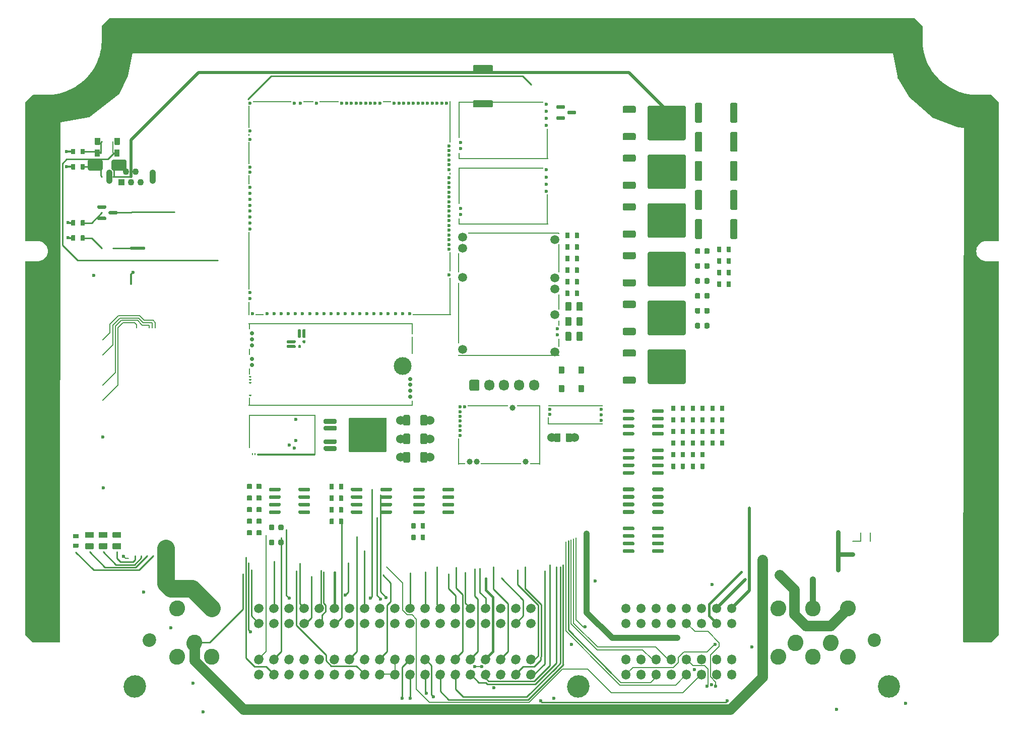
<source format=gtl>
G04 #@! TF.GenerationSoftware,KiCad,Pcbnew,8.0.8*
G04 #@! TF.CreationDate,2025-12-14T22:00:40-05:00*
G04 #@! TF.ProjectId,hellen121vag,68656c6c-656e-4313-9231-7661672e6b69,d*
G04 #@! TF.SameCoordinates,PX2b953a0PY6943058*
G04 #@! TF.FileFunction,Copper,L1,Top*
G04 #@! TF.FilePolarity,Positive*
%FSLAX46Y46*%
G04 Gerber Fmt 4.6, Leading zero omitted, Abs format (unit mm)*
G04 Created by KiCad (PCBNEW 8.0.8) date 2025-12-14 22:00:40*
%MOMM*%
%LPD*%
G01*
G04 APERTURE LIST*
G04 #@! TA.AperFunction,ComponentPad*
%ADD10C,2.200000*%
G04 #@! TD*
G04 #@! TA.AperFunction,ComponentPad*
%ADD11C,3.700000*%
G04 #@! TD*
G04 #@! TA.AperFunction,ComponentPad*
%ADD12C,2.600000*%
G04 #@! TD*
G04 #@! TA.AperFunction,ComponentPad*
%ADD13C,1.500000*%
G04 #@! TD*
G04 #@! TA.AperFunction,ComponentPad*
%ADD14C,1.524000*%
G04 #@! TD*
G04 #@! TA.AperFunction,SMDPad,CuDef*
%ADD15O,0.499999X0.250000*%
G04 #@! TD*
G04 #@! TA.AperFunction,SMDPad,CuDef*
%ADD16O,0.200000X5.669999*%
G04 #@! TD*
G04 #@! TA.AperFunction,SMDPad,CuDef*
%ADD17O,9.800001X0.399999*%
G04 #@! TD*
G04 #@! TA.AperFunction,SMDPad,CuDef*
%ADD18O,0.200000X6.799999*%
G04 #@! TD*
G04 #@! TA.AperFunction,SMDPad,CuDef*
%ADD19O,11.100001X0.200000*%
G04 #@! TD*
G04 #@! TA.AperFunction,SMDPad,CuDef*
%ADD20O,0.250000X0.499999*%
G04 #@! TD*
G04 #@! TA.AperFunction,ComponentPad*
%ADD21C,0.599999*%
G04 #@! TD*
G04 #@! TA.AperFunction,ComponentPad*
%ADD22C,0.600000*%
G04 #@! TD*
G04 #@! TA.AperFunction,SMDPad,CuDef*
%ADD23R,0.200000X3.700000*%
G04 #@! TD*
G04 #@! TA.AperFunction,SMDPad,CuDef*
%ADD24R,0.200000X0.400000*%
G04 #@! TD*
G04 #@! TA.AperFunction,SMDPad,CuDef*
%ADD25R,0.200000X1.600000*%
G04 #@! TD*
G04 #@! TA.AperFunction,SMDPad,CuDef*
%ADD26R,0.200000X9.700000*%
G04 #@! TD*
G04 #@! TA.AperFunction,SMDPad,CuDef*
%ADD27R,0.200000X2.300000*%
G04 #@! TD*
G04 #@! TA.AperFunction,SMDPad,CuDef*
%ADD28R,1.400000X0.200000*%
G04 #@! TD*
G04 #@! TA.AperFunction,SMDPad,CuDef*
%ADD29R,6.400000X0.200000*%
G04 #@! TD*
G04 #@! TA.AperFunction,SMDPad,CuDef*
%ADD30R,1.700000X0.200000*%
G04 #@! TD*
G04 #@! TA.AperFunction,SMDPad,CuDef*
%ADD31R,3.300000X0.200000*%
G04 #@! TD*
G04 #@! TA.AperFunction,SMDPad,CuDef*
%ADD32R,0.200000X7.000000*%
G04 #@! TD*
G04 #@! TA.AperFunction,SMDPad,CuDef*
%ADD33R,0.200000X3.300000*%
G04 #@! TD*
G04 #@! TA.AperFunction,SMDPad,CuDef*
%ADD34R,0.200000X6.300000*%
G04 #@! TD*
G04 #@! TA.AperFunction,ComponentPad*
%ADD35C,0.700000*%
G04 #@! TD*
G04 #@! TA.AperFunction,SMDPad,CuDef*
%ADD36C,3.000000*%
G04 #@! TD*
G04 #@! TA.AperFunction,SMDPad,CuDef*
%ADD37R,0.250000X3.000000*%
G04 #@! TD*
G04 #@! TA.AperFunction,SMDPad,CuDef*
%ADD38R,0.250000X0.980000*%
G04 #@! TD*
G04 #@! TA.AperFunction,SMDPad,CuDef*
%ADD39R,0.250000X1.950000*%
G04 #@! TD*
G04 #@! TA.AperFunction,SMDPad,CuDef*
%ADD40R,0.250000X1.450000*%
G04 #@! TD*
G04 #@! TA.AperFunction,SMDPad,CuDef*
%ADD41R,0.250000X1.100000*%
G04 #@! TD*
G04 #@! TA.AperFunction,SMDPad,CuDef*
%ADD42R,27.600000X0.250000*%
G04 #@! TD*
G04 #@! TA.AperFunction,SMDPad,CuDef*
%ADD43R,0.250000X0.950000*%
G04 #@! TD*
G04 #@! TA.AperFunction,SMDPad,CuDef*
%ADD44R,0.200000X4.400000*%
G04 #@! TD*
G04 #@! TA.AperFunction,SMDPad,CuDef*
%ADD45R,1.200000X0.200000*%
G04 #@! TD*
G04 #@! TA.AperFunction,SMDPad,CuDef*
%ADD46R,6.800000X0.200000*%
G04 #@! TD*
G04 #@! TA.AperFunction,SMDPad,CuDef*
%ADD47R,4.000000X0.200000*%
G04 #@! TD*
G04 #@! TA.AperFunction,SMDPad,CuDef*
%ADD48R,1.800000X0.200000*%
G04 #@! TD*
G04 #@! TA.AperFunction,SMDPad,CuDef*
%ADD49R,0.200000X10.000000*%
G04 #@! TD*
G04 #@! TA.AperFunction,ComponentPad*
%ADD50C,1.000000*%
G04 #@! TD*
G04 #@! TA.AperFunction,SMDPad,CuDef*
%ADD51R,0.250000X6.185000*%
G04 #@! TD*
G04 #@! TA.AperFunction,SMDPad,CuDef*
%ADD52R,0.250000X1.115000*%
G04 #@! TD*
G04 #@! TA.AperFunction,SMDPad,CuDef*
%ADD53R,14.275000X0.250000*%
G04 #@! TD*
G04 #@! TA.AperFunction,SMDPad,CuDef*
%ADD54R,15.100000X0.250000*%
G04 #@! TD*
G04 #@! TA.AperFunction,SMDPad,CuDef*
%ADD55R,0.250000X5.175000*%
G04 #@! TD*
G04 #@! TA.AperFunction,SMDPad,CuDef*
%ADD56O,0.200000X1.225000*%
G04 #@! TD*
G04 #@! TA.AperFunction,SMDPad,CuDef*
%ADD57O,9.300000X0.200000*%
G04 #@! TD*
G04 #@! TA.AperFunction,SMDPad,CuDef*
%ADD58O,17.000000X0.200000*%
G04 #@! TD*
G04 #@! TA.AperFunction,SMDPad,CuDef*
%ADD59O,15.400000X0.200000*%
G04 #@! TD*
G04 #@! TA.AperFunction,SMDPad,CuDef*
%ADD60O,0.200000X10.200000*%
G04 #@! TD*
G04 #@! TA.AperFunction,SMDPad,CuDef*
%ADD61O,0.200000X0.300000*%
G04 #@! TD*
G04 #@! TA.AperFunction,SMDPad,CuDef*
%ADD62O,0.200000X2.600000*%
G04 #@! TD*
G04 #@! TA.AperFunction,SMDPad,CuDef*
%ADD63O,0.200000X1.500000*%
G04 #@! TD*
G04 #@! TA.AperFunction,SMDPad,CuDef*
%ADD64O,0.200000X3.300000*%
G04 #@! TD*
G04 #@! TA.AperFunction,SMDPad,CuDef*
%ADD65O,0.200000X1.000000*%
G04 #@! TD*
G04 #@! TA.AperFunction,SMDPad,CuDef*
%ADD66O,0.200000X4.800000*%
G04 #@! TD*
G04 #@! TA.AperFunction,ComponentPad*
%ADD67O,1.700000X1.850000*%
G04 #@! TD*
G04 #@! TA.AperFunction,ComponentPad*
%ADD68R,1.100000X1.100000*%
G04 #@! TD*
G04 #@! TA.AperFunction,ComponentPad*
%ADD69C,1.100000*%
G04 #@! TD*
G04 #@! TA.AperFunction,ComponentPad*
%ADD70O,1.100000X2.400000*%
G04 #@! TD*
G04 #@! TA.AperFunction,ViaPad*
%ADD71C,0.600000*%
G04 #@! TD*
G04 #@! TA.AperFunction,ViaPad*
%ADD72C,2.000000*%
G04 #@! TD*
G04 #@! TA.AperFunction,Conductor*
%ADD73C,0.200000*%
G04 #@! TD*
G04 #@! TA.AperFunction,Conductor*
%ADD74C,0.254000*%
G04 #@! TD*
G04 #@! TA.AperFunction,Conductor*
%ADD75C,0.500000*%
G04 #@! TD*
G04 #@! TA.AperFunction,Conductor*
%ADD76C,0.300000*%
G04 #@! TD*
G04 #@! TA.AperFunction,Conductor*
%ADD77C,1.778000*%
G04 #@! TD*
G04 #@! TA.AperFunction,Conductor*
%ADD78C,1.000000*%
G04 #@! TD*
G04 #@! TA.AperFunction,Conductor*
%ADD79C,0.400000*%
G04 #@! TD*
G04 #@! TA.AperFunction,Conductor*
%ADD80C,0.800000*%
G04 #@! TD*
G04 #@! TA.AperFunction,Conductor*
%ADD81C,3.000000*%
G04 #@! TD*
G04 APERTURE END LIST*
D10*
G04 #@! TO.P,P2,*
G04 #@! TO.N,*
X21050000Y13175000D03*
X142850000Y13175000D03*
D11*
X145300000Y5375000D03*
X93100000Y5375000D03*
X18600000Y5375000D03*
D12*
G04 #@! TO.P,P2,1*
G04 #@! TO.N,N/C*
X25700000Y10375000D03*
G04 #@! TO.P,P2,2*
X31500000Y10375000D03*
G04 #@! TO.P,P2,3*
X28600000Y12705000D03*
G04 #@! TO.P,P2,4*
X25700000Y18505000D03*
G04 #@! TO.P,P2,5*
X31500000Y18505000D03*
D13*
G04 #@! TO.P,P2,6,6*
G04 #@! TO.N,PIN6*
X85120000Y18505000D03*
G04 #@! TO.P,P2,7,7*
G04 #@! TO.N,PIN7*
X82580000Y18505000D03*
G04 #@! TO.P,P2,8,8*
G04 #@! TO.N,PIN8*
X80040000Y18505000D03*
G04 #@! TO.P,P2,9,9*
G04 #@! TO.N,PIN9*
X77500000Y18505000D03*
G04 #@! TO.P,P2,10,10*
G04 #@! TO.N,PIN10*
X74960000Y18505000D03*
G04 #@! TO.P,P2,11,11*
G04 #@! TO.N,PIN11*
X72420000Y18505000D03*
G04 #@! TO.P,P2,12,12*
G04 #@! TO.N,PIN12*
X69880000Y18505000D03*
G04 #@! TO.P,P2,13,13*
G04 #@! TO.N,PIN13*
X67340000Y18505000D03*
G04 #@! TO.P,P2,14,14*
G04 #@! TO.N,PIN14*
X64800000Y18505000D03*
G04 #@! TO.P,P2,15,15*
G04 #@! TO.N,PIN15*
X62260000Y18505000D03*
G04 #@! TO.P,P2,16,16*
G04 #@! TO.N,PIN16*
X59720000Y18505000D03*
G04 #@! TO.P,P2,17,17*
G04 #@! TO.N,PIN17*
X57180000Y18505000D03*
G04 #@! TO.P,P2,18,18*
G04 #@! TO.N,PIN18*
X54640000Y18505000D03*
G04 #@! TO.P,P2,19,19*
G04 #@! TO.N,PIN19*
X52100000Y18505000D03*
G04 #@! TO.P,P2,20,20*
G04 #@! TO.N,PIN20*
X49560000Y18505000D03*
G04 #@! TO.P,P2,21,21*
G04 #@! TO.N,PIN21*
X47020000Y18505000D03*
G04 #@! TO.P,P2,22,22*
G04 #@! TO.N,PIN22*
X44480000Y18505000D03*
G04 #@! TO.P,P2,23,23*
G04 #@! TO.N,PIN120*
X41940000Y18505000D03*
G04 #@! TO.P,P2,24,24*
X39400000Y18505000D03*
G04 #@! TO.P,P2,25,25*
G04 #@! TO.N,PIN25*
X85120000Y15965000D03*
G04 #@! TO.P,P2,26,26*
G04 #@! TO.N,PIN26*
X82580000Y15965000D03*
G04 #@! TO.P,P2,27,27*
G04 #@! TO.N,PIN27*
X80040000Y15965000D03*
G04 #@! TO.P,P2,28,28*
G04 #@! TO.N,PIN28*
X77500000Y15965000D03*
G04 #@! TO.P,P2,29,29*
G04 #@! TO.N,PIN29*
X74960000Y15965000D03*
G04 #@! TO.P,P2,30,30*
G04 #@! TO.N,PIN30*
X72420000Y15965000D03*
G04 #@! TO.P,P2,31,31*
G04 #@! TO.N,PIN31*
X69880000Y15965000D03*
G04 #@! TO.P,P2,32,32*
G04 #@! TO.N,PIN32*
X67340000Y15965000D03*
G04 #@! TO.P,P2,33,33*
G04 #@! TO.N,PIN33*
X64800000Y15965000D03*
G04 #@! TO.P,P2,34,34*
G04 #@! TO.N,PIN34*
X62260000Y15965000D03*
G04 #@! TO.P,P2,35,35*
G04 #@! TO.N,PIN35*
X59720000Y15965000D03*
G04 #@! TO.P,P2,36,36*
G04 #@! TO.N,PIN36*
X57180000Y15965000D03*
G04 #@! TO.P,P2,37,37*
G04 #@! TO.N,PIN37*
X54640000Y15965000D03*
G04 #@! TO.P,P2,38,38*
G04 #@! TO.N,PIN38*
X52100000Y15965000D03*
G04 #@! TO.P,P2,39,39*
G04 #@! TO.N,PIN39*
X49560000Y15965000D03*
G04 #@! TO.P,P2,40,40*
G04 #@! TO.N,PIN40*
X47020000Y15965000D03*
G04 #@! TO.P,P2,41,41*
G04 #@! TO.N,PIN41*
X44480000Y15965000D03*
G04 #@! TO.P,P2,42,42*
G04 #@! TO.N,PIN42*
X41940000Y15965000D03*
G04 #@! TO.P,P2,43,43*
G04 #@! TO.N,PIN43*
X39400000Y15965000D03*
G04 #@! TO.P,P2,44,44*
G04 #@! TO.N,PIN44*
X85120000Y9915000D03*
G04 #@! TO.P,P2,45,45*
G04 #@! TO.N,PIN45*
X82580000Y9915000D03*
G04 #@! TO.P,P2,46,46*
G04 #@! TO.N,PIN46*
X80040000Y9915000D03*
G04 #@! TO.P,P2,47,47*
G04 #@! TO.N,PIN47*
X77500000Y9915000D03*
G04 #@! TO.P,P2,48,48*
G04 #@! TO.N,PIN48*
X74960000Y9915000D03*
G04 #@! TO.P,P2,49,49*
G04 #@! TO.N,PIN49*
X72420000Y9915000D03*
G04 #@! TO.P,P2,50,50*
G04 #@! TO.N,PIN50*
X69880000Y9915000D03*
G04 #@! TO.P,P2,51,51*
G04 #@! TO.N,PIN51*
X67340000Y9915000D03*
G04 #@! TO.P,P2,52,52*
G04 #@! TO.N,PIN113*
X64800000Y9915000D03*
G04 #@! TO.P,P2,53,53*
X62260000Y9915000D03*
G04 #@! TO.P,P2,54,54*
X59720000Y9915000D03*
G04 #@! TO.P,P2,55,55*
X57180000Y9915000D03*
G04 #@! TO.P,P2,56,56*
X54640000Y9915000D03*
G04 #@! TO.P,P2,57,57*
X52100000Y9915000D03*
G04 #@! TO.P,P2,58,58*
X49560000Y9915000D03*
G04 #@! TO.P,P2,59,59*
X47020000Y9915000D03*
G04 #@! TO.P,P2,60,60*
X44480000Y9915000D03*
G04 #@! TO.P,P2,61,61*
X41940000Y9915000D03*
G04 #@! TO.P,P2,62,62*
X39400000Y9915000D03*
G04 #@! TO.P,P2,63,63*
G04 #@! TO.N,PIN63*
X85120000Y7375000D03*
G04 #@! TO.P,P2,64,64*
G04 #@! TO.N,PIN113*
X82580000Y7375000D03*
G04 #@! TO.P,P2,65,65*
G04 #@! TO.N,PIN65*
X80040000Y7375000D03*
G04 #@! TO.P,P2,66,66*
G04 #@! TO.N,PIN113*
X77500000Y7375000D03*
G04 #@! TO.P,P2,67,67*
G04 #@! TO.N,PIN67*
X74960000Y7375000D03*
G04 #@! TO.P,P2,68,68*
G04 #@! TO.N,PIN113*
X72420000Y7375000D03*
G04 #@! TO.P,P2,69,69*
G04 #@! TO.N,PIN69*
X69880000Y7375000D03*
G04 #@! TO.P,P2,70,70*
G04 #@! TO.N,PIN70*
X67340000Y7375000D03*
G04 #@! TO.P,P2,71,71*
G04 #@! TO.N,PIN106*
X64800000Y7375000D03*
G04 #@! TO.P,P2,72,72*
X62260000Y7375000D03*
G04 #@! TO.P,P2,73,73*
X59720000Y7375000D03*
G04 #@! TO.P,P2,74,74*
X57180000Y7375000D03*
G04 #@! TO.P,P2,75,75*
X54640000Y7375000D03*
G04 #@! TO.P,P2,76,76*
X52100000Y7375000D03*
G04 #@! TO.P,P2,77,77*
X49560000Y7375000D03*
G04 #@! TO.P,P2,78,78*
X47020000Y7375000D03*
G04 #@! TO.P,P2,79,79*
X44480000Y7375000D03*
G04 #@! TO.P,P2,80,80*
X41940000Y7375000D03*
G04 #@! TO.P,P2,81,81*
G04 #@! TO.N,PIN81*
X39400000Y7375000D03*
G04 #@! TO.P,P2,82,82*
G04 #@! TO.N,PIN82*
X101090000Y7375000D03*
G04 #@! TO.P,P2,83,83*
G04 #@! TO.N,PIN83*
X103630000Y7375000D03*
G04 #@! TO.P,P2,84,84*
G04 #@! TO.N,PIN84*
X106170000Y7375000D03*
G04 #@! TO.P,P2,85,85*
G04 #@! TO.N,PIN85*
X108710000Y7375000D03*
G04 #@! TO.P,P2,86,86*
G04 #@! TO.N,PIN86*
X111250000Y7375000D03*
G04 #@! TO.P,P2,87,87*
G04 #@! TO.N,PIN87*
X113790000Y7375000D03*
G04 #@! TO.P,P2,88,88*
G04 #@! TO.N,PIN88*
X116330000Y7375000D03*
G04 #@! TO.P,P2,89,89*
G04 #@! TO.N,PIN89*
X118870000Y7375000D03*
G04 #@! TO.P,P2,90,90*
G04 #@! TO.N,PIN90*
X101090000Y9915000D03*
G04 #@! TO.P,P2,91,91*
G04 #@! TO.N,PIN91*
X103630000Y9915000D03*
G04 #@! TO.P,P2,92,92*
G04 #@! TO.N,PIN92*
X106170000Y9915000D03*
G04 #@! TO.P,P2,93,93*
G04 #@! TO.N,PIN93*
X108710000Y9915000D03*
G04 #@! TO.P,P2,94,94*
G04 #@! TO.N,PIN94*
X111250000Y9915000D03*
G04 #@! TO.P,P2,95,95*
G04 #@! TO.N,PIN95*
X113790000Y9915000D03*
G04 #@! TO.P,P2,96,96*
G04 #@! TO.N,PIN96*
X116330000Y9915000D03*
G04 #@! TO.P,P2,97,97*
G04 #@! TO.N,PIN97*
X118870000Y9915000D03*
G04 #@! TO.P,P2,98,98*
G04 #@! TO.N,PIN113*
X101090000Y15965000D03*
G04 #@! TO.P,P2,99,99*
X103630000Y15965000D03*
G04 #@! TO.P,P2,100,100*
G04 #@! TO.N,PIN100*
X106170000Y15965000D03*
G04 #@! TO.P,P2,101,101*
G04 #@! TO.N,PIN101*
X108710000Y15965000D03*
G04 #@! TO.P,P2,102,102*
G04 #@! TO.N,PIN102*
X111250000Y15965000D03*
G04 #@! TO.P,P2,103,103*
G04 #@! TO.N,PIN103*
X113790000Y15965000D03*
G04 #@! TO.P,P2,104,104*
G04 #@! TO.N,PIN104*
X116330000Y15965000D03*
G04 #@! TO.P,P2,105,105*
G04 #@! TO.N,PIN105*
X118870000Y15965000D03*
G04 #@! TO.P,P2,106,106*
G04 #@! TO.N,PIN106*
X101090000Y18505000D03*
G04 #@! TO.P,P2,107,107*
X103630000Y18505000D03*
G04 #@! TO.P,P2,108,108*
G04 #@! TO.N,PIN108*
X106170000Y18505000D03*
G04 #@! TO.P,P2,109,109*
G04 #@! TO.N,PIN109*
X108710000Y18505000D03*
G04 #@! TO.P,P2,110,110*
G04 #@! TO.N,PIN110*
X111250000Y18505000D03*
G04 #@! TO.P,P2,111,111*
G04 #@! TO.N,PIN111*
X113790000Y18505000D03*
G04 #@! TO.P,P2,112,112*
G04 #@! TO.N,PIN112*
X116330000Y18505000D03*
G04 #@! TO.P,P2,113,113*
G04 #@! TO.N,PIN113*
X118870000Y18505000D03*
D12*
G04 #@! TO.P,P2,114*
G04 #@! TO.N,N/C*
X126700000Y10375000D03*
G04 #@! TO.P,P2,115*
X132500000Y10375000D03*
G04 #@! TO.P,P2,116*
X138400000Y10375000D03*
G04 #@! TO.P,P2,117*
X129600000Y12705000D03*
G04 #@! TO.P,P2,118*
X135500000Y12705000D03*
G04 #@! TO.P,P2,119*
X126700000Y18505000D03*
G04 #@! TO.P,P2,120*
X132500000Y18505000D03*
G04 #@! TO.P,P2,121*
X138400000Y18505000D03*
G04 #@! TD*
D10*
G04 #@! TO.P,P1,*
G04 #@! TO.N,*
X21098000Y13292000D03*
X142898000Y13292000D03*
D11*
X145348000Y5492000D03*
X93148000Y5492000D03*
X18648000Y5492000D03*
D12*
G04 #@! TO.P,P1,1,1*
G04 #@! TO.N,PIN1*
X25748000Y10492000D03*
G04 #@! TO.P,P1,2,2*
G04 #@! TO.N,PIN2*
X31548000Y10492000D03*
G04 #@! TO.P,P1,3,3*
G04 #@! TO.N,PIN114*
X28648000Y12822000D03*
G04 #@! TO.P,P1,4,4*
G04 #@! TO.N,PIN4*
X25748000Y18622000D03*
G04 #@! TO.P,P1,5,5*
G04 #@! TO.N,PIN5*
X31548000Y18622000D03*
D13*
G04 #@! TO.P,P1,6*
G04 #@! TO.N,N/C*
X85168000Y18622000D03*
G04 #@! TO.P,P1,7*
X82628000Y18622000D03*
G04 #@! TO.P,P1,8*
X80088000Y18622000D03*
G04 #@! TO.P,P1,9*
X77548000Y18622000D03*
G04 #@! TO.P,P1,10*
X75008000Y18622000D03*
G04 #@! TO.P,P1,11*
X72468000Y18622000D03*
G04 #@! TO.P,P1,12*
X69928000Y18622000D03*
G04 #@! TO.P,P1,13*
X67388000Y18622000D03*
G04 #@! TO.P,P1,14*
X64848000Y18622000D03*
G04 #@! TO.P,P1,15*
X62308000Y18622000D03*
G04 #@! TO.P,P1,16*
X59768000Y18622000D03*
G04 #@! TO.P,P1,17*
X57228000Y18622000D03*
G04 #@! TO.P,P1,18*
X54688000Y18622000D03*
G04 #@! TO.P,P1,19*
X52148000Y18622000D03*
G04 #@! TO.P,P1,20*
X49608000Y18622000D03*
G04 #@! TO.P,P1,21*
X47068000Y18622000D03*
G04 #@! TO.P,P1,22*
X44528000Y18622000D03*
G04 #@! TO.P,P1,23*
X41988000Y18622000D03*
G04 #@! TO.P,P1,24*
X39448000Y18622000D03*
G04 #@! TO.P,P1,25*
X85168000Y16082000D03*
G04 #@! TO.P,P1,26*
X82628000Y16082000D03*
G04 #@! TO.P,P1,27*
X80088000Y16082000D03*
G04 #@! TO.P,P1,28*
X77548000Y16082000D03*
G04 #@! TO.P,P1,29*
X75008000Y16082000D03*
G04 #@! TO.P,P1,30*
X72468000Y16082000D03*
G04 #@! TO.P,P1,31*
X69928000Y16082000D03*
G04 #@! TO.P,P1,32*
X67388000Y16082000D03*
G04 #@! TO.P,P1,33*
X64848000Y16082000D03*
G04 #@! TO.P,P1,34*
X62308000Y16082000D03*
G04 #@! TO.P,P1,35*
X59768000Y16082000D03*
G04 #@! TO.P,P1,36*
X57228000Y16082000D03*
G04 #@! TO.P,P1,37*
X54688000Y16082000D03*
G04 #@! TO.P,P1,38*
X52148000Y16082000D03*
G04 #@! TO.P,P1,39*
X49608000Y16082000D03*
G04 #@! TO.P,P1,40*
X47068000Y16082000D03*
G04 #@! TO.P,P1,41*
X44528000Y16082000D03*
G04 #@! TO.P,P1,42*
X41988000Y16082000D03*
G04 #@! TO.P,P1,43*
X39448000Y16082000D03*
G04 #@! TO.P,P1,44*
X85168000Y10032000D03*
G04 #@! TO.P,P1,45*
X82628000Y10032000D03*
G04 #@! TO.P,P1,46*
X80088000Y10032000D03*
G04 #@! TO.P,P1,47*
X77548000Y10032000D03*
G04 #@! TO.P,P1,48*
X75008000Y10032000D03*
G04 #@! TO.P,P1,49*
X72468000Y10032000D03*
G04 #@! TO.P,P1,50*
X69928000Y10032000D03*
G04 #@! TO.P,P1,51*
X67388000Y10032000D03*
G04 #@! TO.P,P1,52*
X64848000Y10032000D03*
G04 #@! TO.P,P1,53*
X62308000Y10032000D03*
G04 #@! TO.P,P1,54*
X59768000Y10032000D03*
G04 #@! TO.P,P1,55*
X57228000Y10032000D03*
G04 #@! TO.P,P1,56*
X54688000Y10032000D03*
G04 #@! TO.P,P1,57*
X52148000Y10032000D03*
G04 #@! TO.P,P1,58*
X49608000Y10032000D03*
G04 #@! TO.P,P1,59*
X47068000Y10032000D03*
G04 #@! TO.P,P1,60*
X44528000Y10032000D03*
G04 #@! TO.P,P1,61*
X41988000Y10032000D03*
G04 #@! TO.P,P1,62*
X39448000Y10032000D03*
G04 #@! TO.P,P1,63*
X85168000Y7492000D03*
G04 #@! TO.P,P1,64*
X82628000Y7492000D03*
G04 #@! TO.P,P1,65*
X80088000Y7492000D03*
G04 #@! TO.P,P1,66*
X77548000Y7492000D03*
G04 #@! TO.P,P1,67*
X75008000Y7492000D03*
G04 #@! TO.P,P1,68*
X72468000Y7492000D03*
G04 #@! TO.P,P1,69*
X69928000Y7492000D03*
G04 #@! TO.P,P1,70*
X67388000Y7492000D03*
G04 #@! TO.P,P1,71*
X64848000Y7492000D03*
G04 #@! TO.P,P1,72*
X62308000Y7492000D03*
G04 #@! TO.P,P1,73*
X59768000Y7492000D03*
G04 #@! TO.P,P1,74*
X57228000Y7492000D03*
G04 #@! TO.P,P1,75*
X54688000Y7492000D03*
G04 #@! TO.P,P1,76*
X52148000Y7492000D03*
G04 #@! TO.P,P1,77*
X49608000Y7492000D03*
G04 #@! TO.P,P1,78*
X47068000Y7492000D03*
G04 #@! TO.P,P1,79*
X44528000Y7492000D03*
G04 #@! TO.P,P1,80*
X41988000Y7492000D03*
G04 #@! TO.P,P1,81*
X39448000Y7492000D03*
G04 #@! TO.P,P1,82*
X101138000Y7492000D03*
G04 #@! TO.P,P1,83*
X103678000Y7492000D03*
G04 #@! TO.P,P1,84*
X106218000Y7492000D03*
G04 #@! TO.P,P1,85*
X108758000Y7492000D03*
G04 #@! TO.P,P1,86*
X111298000Y7492000D03*
G04 #@! TO.P,P1,87*
X113838000Y7492000D03*
G04 #@! TO.P,P1,88*
X116378000Y7492000D03*
G04 #@! TO.P,P1,89*
X118918000Y7492000D03*
G04 #@! TO.P,P1,90*
X101138000Y10032000D03*
G04 #@! TO.P,P1,91*
X103678000Y10032000D03*
G04 #@! TO.P,P1,92*
X106218000Y10032000D03*
G04 #@! TO.P,P1,93*
X108758000Y10032000D03*
G04 #@! TO.P,P1,94*
X111298000Y10032000D03*
G04 #@! TO.P,P1,95*
X113838000Y10032000D03*
G04 #@! TO.P,P1,96*
X116378000Y10032000D03*
G04 #@! TO.P,P1,97*
X118918000Y10032000D03*
G04 #@! TO.P,P1,98*
X101138000Y16082000D03*
G04 #@! TO.P,P1,99*
X103678000Y16082000D03*
G04 #@! TO.P,P1,100*
X106218000Y16082000D03*
G04 #@! TO.P,P1,101*
X108758000Y16082000D03*
G04 #@! TO.P,P1,102*
X111298000Y16082000D03*
G04 #@! TO.P,P1,103*
X113838000Y16082000D03*
G04 #@! TO.P,P1,104*
X116378000Y16082000D03*
G04 #@! TO.P,P1,105*
X118918000Y16082000D03*
G04 #@! TO.P,P1,106*
X101138000Y18622000D03*
G04 #@! TO.P,P1,107*
X103678000Y18622000D03*
G04 #@! TO.P,P1,108*
X106218000Y18622000D03*
G04 #@! TO.P,P1,109*
X108758000Y18622000D03*
G04 #@! TO.P,P1,110*
X111298000Y18622000D03*
G04 #@! TO.P,P1,111*
X113838000Y18622000D03*
G04 #@! TO.P,P1,112*
X116378000Y18622000D03*
G04 #@! TO.P,P1,113*
X118918000Y18622000D03*
D12*
G04 #@! TO.P,P1,114,114*
G04 #@! TO.N,PIN114*
X126748000Y10492000D03*
G04 #@! TO.P,P1,115,115*
X132548000Y10492000D03*
G04 #@! TO.P,P1,116,116*
G04 #@! TO.N,PIN116*
X138448000Y10492000D03*
G04 #@! TO.P,P1,117,117*
G04 #@! TO.N,PIN117*
X129648000Y12822000D03*
G04 #@! TO.P,P1,118,118*
G04 #@! TO.N,PIN118*
X135548000Y12822000D03*
G04 #@! TO.P,P1,119,119*
G04 #@! TO.N,PIN119*
X126748000Y18622000D03*
G04 #@! TO.P,P1,120,120*
G04 #@! TO.N,PIN120*
X132548000Y18622000D03*
G04 #@! TO.P,P1,121,121*
G04 #@! TO.N,PIN121*
X138448000Y18622000D03*
G04 #@! TD*
G04 #@! TO.P,U8,1,IN1*
G04 #@! TO.N,Net-(U8-IN1)*
G04 #@! TA.AperFunction,SMDPad,CuDef*
G36*
G01*
X54905000Y38418733D02*
X54905000Y38718733D01*
G75*
G02*
X55055000Y38868733I150000J0D01*
G01*
X56705000Y38868733D01*
G75*
G02*
X56855000Y38718733I0J-150000D01*
G01*
X56855000Y38418733D01*
G75*
G02*
X56705000Y38268733I-150000J0D01*
G01*
X55055000Y38268733D01*
G75*
G02*
X54905000Y38418733I0J150000D01*
G01*
G37*
G04 #@! TD.AperFunction*
G04 #@! TO.P,U8,2,STATUS1*
G04 #@! TO.N,unconnected-(U8-STATUS1-Pad2)*
G04 #@! TA.AperFunction,SMDPad,CuDef*
G36*
G01*
X54905000Y37148733D02*
X54905000Y37448733D01*
G75*
G02*
X55055000Y37598733I150000J0D01*
G01*
X56705000Y37598733D01*
G75*
G02*
X56855000Y37448733I0J-150000D01*
G01*
X56855000Y37148733D01*
G75*
G02*
X56705000Y36998733I-150000J0D01*
G01*
X55055000Y36998733D01*
G75*
G02*
X54905000Y37148733I0J150000D01*
G01*
G37*
G04 #@! TD.AperFunction*
G04 #@! TO.P,U8,3,IN2*
G04 #@! TO.N,Net-(U8-IN2)*
G04 #@! TA.AperFunction,SMDPad,CuDef*
G36*
G01*
X54905000Y35878733D02*
X54905000Y36178733D01*
G75*
G02*
X55055000Y36328733I150000J0D01*
G01*
X56705000Y36328733D01*
G75*
G02*
X56855000Y36178733I0J-150000D01*
G01*
X56855000Y35878733D01*
G75*
G02*
X56705000Y35728733I-150000J0D01*
G01*
X55055000Y35728733D01*
G75*
G02*
X54905000Y35878733I0J150000D01*
G01*
G37*
G04 #@! TD.AperFunction*
G04 #@! TO.P,U8,4,STATUS2*
G04 #@! TO.N,unconnected-(U8-STATUS2-Pad4)*
G04 #@! TA.AperFunction,SMDPad,CuDef*
G36*
G01*
X54905000Y34608733D02*
X54905000Y34908733D01*
G75*
G02*
X55055000Y35058733I150000J0D01*
G01*
X56705000Y35058733D01*
G75*
G02*
X56855000Y34908733I0J-150000D01*
G01*
X56855000Y34608733D01*
G75*
G02*
X56705000Y34458733I-150000J0D01*
G01*
X55055000Y34458733D01*
G75*
G02*
X54905000Y34608733I0J150000D01*
G01*
G37*
G04 #@! TD.AperFunction*
G04 #@! TO.P,U8,5,S2*
G04 #@! TO.N,PIN114*
G04 #@! TA.AperFunction,SMDPad,CuDef*
G36*
G01*
X59855000Y34608733D02*
X59855000Y34908733D01*
G75*
G02*
X60005000Y35058733I150000J0D01*
G01*
X61655000Y35058733D01*
G75*
G02*
X61805000Y34908733I0J-150000D01*
G01*
X61805000Y34608733D01*
G75*
G02*
X61655000Y34458733I-150000J0D01*
G01*
X60005000Y34458733D01*
G75*
G02*
X59855000Y34608733I0J150000D01*
G01*
G37*
G04 #@! TD.AperFunction*
G04 #@! TO.P,U8,6,D2*
G04 #@! TO.N,PIN14*
G04 #@! TA.AperFunction,SMDPad,CuDef*
G36*
G01*
X59855000Y35878733D02*
X59855000Y36178733D01*
G75*
G02*
X60005000Y36328733I150000J0D01*
G01*
X61655000Y36328733D01*
G75*
G02*
X61805000Y36178733I0J-150000D01*
G01*
X61805000Y35878733D01*
G75*
G02*
X61655000Y35728733I-150000J0D01*
G01*
X60005000Y35728733D01*
G75*
G02*
X59855000Y35878733I0J150000D01*
G01*
G37*
G04 #@! TD.AperFunction*
G04 #@! TO.P,U8,7,S1*
G04 #@! TO.N,PIN114*
G04 #@! TA.AperFunction,SMDPad,CuDef*
G36*
G01*
X59855000Y37148733D02*
X59855000Y37448733D01*
G75*
G02*
X60005000Y37598733I150000J0D01*
G01*
X61655000Y37598733D01*
G75*
G02*
X61805000Y37448733I0J-150000D01*
G01*
X61805000Y37148733D01*
G75*
G02*
X61655000Y36998733I-150000J0D01*
G01*
X60005000Y36998733D01*
G75*
G02*
X59855000Y37148733I0J150000D01*
G01*
G37*
G04 #@! TD.AperFunction*
G04 #@! TO.P,U8,8,D1*
G04 #@! TO.N,PIN15*
G04 #@! TA.AperFunction,SMDPad,CuDef*
G36*
G01*
X59855000Y38418733D02*
X59855000Y38718733D01*
G75*
G02*
X60005000Y38868733I150000J0D01*
G01*
X61655000Y38868733D01*
G75*
G02*
X61805000Y38718733I0J-150000D01*
G01*
X61805000Y38418733D01*
G75*
G02*
X61655000Y38268733I-150000J0D01*
G01*
X60005000Y38268733D01*
G75*
G02*
X59855000Y38418733I0J150000D01*
G01*
G37*
G04 #@! TD.AperFunction*
G04 #@! TD*
G04 #@! TO.P,U7,1,IN1*
G04 #@! TO.N,Net-(U7-IN1)*
G04 #@! TA.AperFunction,SMDPad,CuDef*
G36*
G01*
X100575000Y31858733D02*
X100575000Y32158733D01*
G75*
G02*
X100725000Y32308733I150000J0D01*
G01*
X102375000Y32308733D01*
G75*
G02*
X102525000Y32158733I0J-150000D01*
G01*
X102525000Y31858733D01*
G75*
G02*
X102375000Y31708733I-150000J0D01*
G01*
X100725000Y31708733D01*
G75*
G02*
X100575000Y31858733I0J150000D01*
G01*
G37*
G04 #@! TD.AperFunction*
G04 #@! TO.P,U7,2,STATUS1*
G04 #@! TO.N,unconnected-(U7-STATUS1-Pad2)*
G04 #@! TA.AperFunction,SMDPad,CuDef*
G36*
G01*
X100575000Y30588733D02*
X100575000Y30888733D01*
G75*
G02*
X100725000Y31038733I150000J0D01*
G01*
X102375000Y31038733D01*
G75*
G02*
X102525000Y30888733I0J-150000D01*
G01*
X102525000Y30588733D01*
G75*
G02*
X102375000Y30438733I-150000J0D01*
G01*
X100725000Y30438733D01*
G75*
G02*
X100575000Y30588733I0J150000D01*
G01*
G37*
G04 #@! TD.AperFunction*
G04 #@! TO.P,U7,3,IN2*
G04 #@! TO.N,Net-(U7-IN2)*
G04 #@! TA.AperFunction,SMDPad,CuDef*
G36*
G01*
X100575000Y29318733D02*
X100575000Y29618733D01*
G75*
G02*
X100725000Y29768733I150000J0D01*
G01*
X102375000Y29768733D01*
G75*
G02*
X102525000Y29618733I0J-150000D01*
G01*
X102525000Y29318733D01*
G75*
G02*
X102375000Y29168733I-150000J0D01*
G01*
X100725000Y29168733D01*
G75*
G02*
X100575000Y29318733I0J150000D01*
G01*
G37*
G04 #@! TD.AperFunction*
G04 #@! TO.P,U7,4,STATUS2*
G04 #@! TO.N,unconnected-(U7-STATUS2-Pad4)*
G04 #@! TA.AperFunction,SMDPad,CuDef*
G36*
G01*
X100575000Y28048733D02*
X100575000Y28348733D01*
G75*
G02*
X100725000Y28498733I150000J0D01*
G01*
X102375000Y28498733D01*
G75*
G02*
X102525000Y28348733I0J-150000D01*
G01*
X102525000Y28048733D01*
G75*
G02*
X102375000Y27898733I-150000J0D01*
G01*
X100725000Y27898733D01*
G75*
G02*
X100575000Y28048733I0J150000D01*
G01*
G37*
G04 #@! TD.AperFunction*
G04 #@! TO.P,U7,5,S2*
G04 #@! TO.N,PIN114*
G04 #@! TA.AperFunction,SMDPad,CuDef*
G36*
G01*
X105525000Y28048733D02*
X105525000Y28348733D01*
G75*
G02*
X105675000Y28498733I150000J0D01*
G01*
X107325000Y28498733D01*
G75*
G02*
X107475000Y28348733I0J-150000D01*
G01*
X107475000Y28048733D01*
G75*
G02*
X107325000Y27898733I-150000J0D01*
G01*
X105675000Y27898733D01*
G75*
G02*
X105525000Y28048733I0J150000D01*
G01*
G37*
G04 #@! TD.AperFunction*
G04 #@! TO.P,U7,6,D2*
G04 #@! TO.N,PIN45*
G04 #@! TA.AperFunction,SMDPad,CuDef*
G36*
G01*
X105525000Y29318733D02*
X105525000Y29618733D01*
G75*
G02*
X105675000Y29768733I150000J0D01*
G01*
X107325000Y29768733D01*
G75*
G02*
X107475000Y29618733I0J-150000D01*
G01*
X107475000Y29318733D01*
G75*
G02*
X107325000Y29168733I-150000J0D01*
G01*
X105675000Y29168733D01*
G75*
G02*
X105525000Y29318733I0J150000D01*
G01*
G37*
G04 #@! TD.AperFunction*
G04 #@! TO.P,U7,7,S1*
G04 #@! TO.N,PIN114*
G04 #@! TA.AperFunction,SMDPad,CuDef*
G36*
G01*
X105525000Y30588733D02*
X105525000Y30888733D01*
G75*
G02*
X105675000Y31038733I150000J0D01*
G01*
X107325000Y31038733D01*
G75*
G02*
X107475000Y30888733I0J-150000D01*
G01*
X107475000Y30588733D01*
G75*
G02*
X107325000Y30438733I-150000J0D01*
G01*
X105675000Y30438733D01*
G75*
G02*
X105525000Y30588733I0J150000D01*
G01*
G37*
G04 #@! TD.AperFunction*
G04 #@! TO.P,U7,8,D1*
G04 #@! TO.N,PIN44*
G04 #@! TA.AperFunction,SMDPad,CuDef*
G36*
G01*
X105525000Y31858733D02*
X105525000Y32158733D01*
G75*
G02*
X105675000Y32308733I150000J0D01*
G01*
X107325000Y32308733D01*
G75*
G02*
X107475000Y32158733I0J-150000D01*
G01*
X107475000Y31858733D01*
G75*
G02*
X107325000Y31708733I-150000J0D01*
G01*
X105675000Y31708733D01*
G75*
G02*
X105525000Y31858733I0J150000D01*
G01*
G37*
G04 #@! TD.AperFunction*
G04 #@! TD*
G04 #@! TO.P,U6,1,IN1*
G04 #@! TO.N,Net-(U6-IN1)*
G04 #@! TA.AperFunction,SMDPad,CuDef*
G36*
G01*
X100575000Y38438733D02*
X100575000Y38738733D01*
G75*
G02*
X100725000Y38888733I150000J0D01*
G01*
X102375000Y38888733D01*
G75*
G02*
X102525000Y38738733I0J-150000D01*
G01*
X102525000Y38438733D01*
G75*
G02*
X102375000Y38288733I-150000J0D01*
G01*
X100725000Y38288733D01*
G75*
G02*
X100575000Y38438733I0J150000D01*
G01*
G37*
G04 #@! TD.AperFunction*
G04 #@! TO.P,U6,2,STATUS1*
G04 #@! TO.N,unconnected-(U6-STATUS1-Pad2)*
G04 #@! TA.AperFunction,SMDPad,CuDef*
G36*
G01*
X100575000Y37168733D02*
X100575000Y37468733D01*
G75*
G02*
X100725000Y37618733I150000J0D01*
G01*
X102375000Y37618733D01*
G75*
G02*
X102525000Y37468733I0J-150000D01*
G01*
X102525000Y37168733D01*
G75*
G02*
X102375000Y37018733I-150000J0D01*
G01*
X100725000Y37018733D01*
G75*
G02*
X100575000Y37168733I0J150000D01*
G01*
G37*
G04 #@! TD.AperFunction*
G04 #@! TO.P,U6,3,IN2*
G04 #@! TO.N,Net-(U6-IN2)*
G04 #@! TA.AperFunction,SMDPad,CuDef*
G36*
G01*
X100575000Y35898733D02*
X100575000Y36198733D01*
G75*
G02*
X100725000Y36348733I150000J0D01*
G01*
X102375000Y36348733D01*
G75*
G02*
X102525000Y36198733I0J-150000D01*
G01*
X102525000Y35898733D01*
G75*
G02*
X102375000Y35748733I-150000J0D01*
G01*
X100725000Y35748733D01*
G75*
G02*
X100575000Y35898733I0J150000D01*
G01*
G37*
G04 #@! TD.AperFunction*
G04 #@! TO.P,U6,4,STATUS2*
G04 #@! TO.N,unconnected-(U6-STATUS2-Pad4)*
G04 #@! TA.AperFunction,SMDPad,CuDef*
G36*
G01*
X100575000Y34628733D02*
X100575000Y34928733D01*
G75*
G02*
X100725000Y35078733I150000J0D01*
G01*
X102375000Y35078733D01*
G75*
G02*
X102525000Y34928733I0J-150000D01*
G01*
X102525000Y34628733D01*
G75*
G02*
X102375000Y34478733I-150000J0D01*
G01*
X100725000Y34478733D01*
G75*
G02*
X100575000Y34628733I0J150000D01*
G01*
G37*
G04 #@! TD.AperFunction*
G04 #@! TO.P,U6,5,S2*
G04 #@! TO.N,PIN114*
G04 #@! TA.AperFunction,SMDPad,CuDef*
G36*
G01*
X105525000Y34628733D02*
X105525000Y34928733D01*
G75*
G02*
X105675000Y35078733I150000J0D01*
G01*
X107325000Y35078733D01*
G75*
G02*
X107475000Y34928733I0J-150000D01*
G01*
X107475000Y34628733D01*
G75*
G02*
X107325000Y34478733I-150000J0D01*
G01*
X105675000Y34478733D01*
G75*
G02*
X105525000Y34628733I0J150000D01*
G01*
G37*
G04 #@! TD.AperFunction*
G04 #@! TO.P,U6,6,D2*
G04 #@! TO.N,PIN49*
G04 #@! TA.AperFunction,SMDPad,CuDef*
G36*
G01*
X105525000Y35898733D02*
X105525000Y36198733D01*
G75*
G02*
X105675000Y36348733I150000J0D01*
G01*
X107325000Y36348733D01*
G75*
G02*
X107475000Y36198733I0J-150000D01*
G01*
X107475000Y35898733D01*
G75*
G02*
X107325000Y35748733I-150000J0D01*
G01*
X105675000Y35748733D01*
G75*
G02*
X105525000Y35898733I0J150000D01*
G01*
G37*
G04 #@! TD.AperFunction*
G04 #@! TO.P,U6,7,S1*
G04 #@! TO.N,PIN114*
G04 #@! TA.AperFunction,SMDPad,CuDef*
G36*
G01*
X105525000Y37168733D02*
X105525000Y37468733D01*
G75*
G02*
X105675000Y37618733I150000J0D01*
G01*
X107325000Y37618733D01*
G75*
G02*
X107475000Y37468733I0J-150000D01*
G01*
X107475000Y37168733D01*
G75*
G02*
X107325000Y37018733I-150000J0D01*
G01*
X105675000Y37018733D01*
G75*
G02*
X105525000Y37168733I0J150000D01*
G01*
G37*
G04 #@! TD.AperFunction*
G04 #@! TO.P,U6,8,D1*
G04 #@! TO.N,PIN48*
G04 #@! TA.AperFunction,SMDPad,CuDef*
G36*
G01*
X105525000Y38438733D02*
X105525000Y38738733D01*
G75*
G02*
X105675000Y38888733I150000J0D01*
G01*
X107325000Y38888733D01*
G75*
G02*
X107475000Y38738733I0J-150000D01*
G01*
X107475000Y38438733D01*
G75*
G02*
X107325000Y38288733I-150000J0D01*
G01*
X105675000Y38288733D01*
G75*
G02*
X105525000Y38438733I0J150000D01*
G01*
G37*
G04 #@! TD.AperFunction*
G04 #@! TD*
G04 #@! TO.P,U5,1,IN1*
G04 #@! TO.N,Net-(U5-IN1)*
G04 #@! TA.AperFunction,SMDPad,CuDef*
G36*
G01*
X100575000Y45018733D02*
X100575000Y45318733D01*
G75*
G02*
X100725000Y45468733I150000J0D01*
G01*
X102375000Y45468733D01*
G75*
G02*
X102525000Y45318733I0J-150000D01*
G01*
X102525000Y45018733D01*
G75*
G02*
X102375000Y44868733I-150000J0D01*
G01*
X100725000Y44868733D01*
G75*
G02*
X100575000Y45018733I0J150000D01*
G01*
G37*
G04 #@! TD.AperFunction*
G04 #@! TO.P,U5,2,STATUS1*
G04 #@! TO.N,unconnected-(U5-STATUS1-Pad2)*
G04 #@! TA.AperFunction,SMDPad,CuDef*
G36*
G01*
X100575000Y43748733D02*
X100575000Y44048733D01*
G75*
G02*
X100725000Y44198733I150000J0D01*
G01*
X102375000Y44198733D01*
G75*
G02*
X102525000Y44048733I0J-150000D01*
G01*
X102525000Y43748733D01*
G75*
G02*
X102375000Y43598733I-150000J0D01*
G01*
X100725000Y43598733D01*
G75*
G02*
X100575000Y43748733I0J150000D01*
G01*
G37*
G04 #@! TD.AperFunction*
G04 #@! TO.P,U5,3,IN2*
G04 #@! TO.N,Net-(U5-IN2)*
G04 #@! TA.AperFunction,SMDPad,CuDef*
G36*
G01*
X100575000Y42478733D02*
X100575000Y42778733D01*
G75*
G02*
X100725000Y42928733I150000J0D01*
G01*
X102375000Y42928733D01*
G75*
G02*
X102525000Y42778733I0J-150000D01*
G01*
X102525000Y42478733D01*
G75*
G02*
X102375000Y42328733I-150000J0D01*
G01*
X100725000Y42328733D01*
G75*
G02*
X100575000Y42478733I0J150000D01*
G01*
G37*
G04 #@! TD.AperFunction*
G04 #@! TO.P,U5,4,STATUS2*
G04 #@! TO.N,unconnected-(U5-STATUS2-Pad4)*
G04 #@! TA.AperFunction,SMDPad,CuDef*
G36*
G01*
X100575000Y41208733D02*
X100575000Y41508733D01*
G75*
G02*
X100725000Y41658733I150000J0D01*
G01*
X102375000Y41658733D01*
G75*
G02*
X102525000Y41508733I0J-150000D01*
G01*
X102525000Y41208733D01*
G75*
G02*
X102375000Y41058733I-150000J0D01*
G01*
X100725000Y41058733D01*
G75*
G02*
X100575000Y41208733I0J150000D01*
G01*
G37*
G04 #@! TD.AperFunction*
G04 #@! TO.P,U5,5,S2*
G04 #@! TO.N,PIN114*
G04 #@! TA.AperFunction,SMDPad,CuDef*
G36*
G01*
X105525000Y41208733D02*
X105525000Y41508733D01*
G75*
G02*
X105675000Y41658733I150000J0D01*
G01*
X107325000Y41658733D01*
G75*
G02*
X107475000Y41508733I0J-150000D01*
G01*
X107475000Y41208733D01*
G75*
G02*
X107325000Y41058733I-150000J0D01*
G01*
X105675000Y41058733D01*
G75*
G02*
X105525000Y41208733I0J150000D01*
G01*
G37*
G04 #@! TD.AperFunction*
G04 #@! TO.P,U5,6,D2*
G04 #@! TO.N,PIN47*
G04 #@! TA.AperFunction,SMDPad,CuDef*
G36*
G01*
X105525000Y42478733D02*
X105525000Y42778733D01*
G75*
G02*
X105675000Y42928733I150000J0D01*
G01*
X107325000Y42928733D01*
G75*
G02*
X107475000Y42778733I0J-150000D01*
G01*
X107475000Y42478733D01*
G75*
G02*
X107325000Y42328733I-150000J0D01*
G01*
X105675000Y42328733D01*
G75*
G02*
X105525000Y42478733I0J150000D01*
G01*
G37*
G04 #@! TD.AperFunction*
G04 #@! TO.P,U5,7,S1*
G04 #@! TO.N,PIN114*
G04 #@! TA.AperFunction,SMDPad,CuDef*
G36*
G01*
X105525000Y43748733D02*
X105525000Y44048733D01*
G75*
G02*
X105675000Y44198733I150000J0D01*
G01*
X107325000Y44198733D01*
G75*
G02*
X107475000Y44048733I0J-150000D01*
G01*
X107475000Y43748733D01*
G75*
G02*
X107325000Y43598733I-150000J0D01*
G01*
X105675000Y43598733D01*
G75*
G02*
X105525000Y43748733I0J150000D01*
G01*
G37*
G04 #@! TD.AperFunction*
G04 #@! TO.P,U5,8,D1*
G04 #@! TO.N,PIN46*
G04 #@! TA.AperFunction,SMDPad,CuDef*
G36*
G01*
X105525000Y45018733D02*
X105525000Y45318733D01*
G75*
G02*
X105675000Y45468733I150000J0D01*
G01*
X107325000Y45468733D01*
G75*
G02*
X107475000Y45318733I0J-150000D01*
G01*
X107475000Y45018733D01*
G75*
G02*
X107325000Y44868733I-150000J0D01*
G01*
X105675000Y44868733D01*
G75*
G02*
X105525000Y45018733I0J150000D01*
G01*
G37*
G04 #@! TD.AperFunction*
G04 #@! TD*
G04 #@! TO.P,U4,1,IN1*
G04 #@! TO.N,Net-(U4-IN1)*
G04 #@! TA.AperFunction,SMDPad,CuDef*
G36*
G01*
X100575000Y51598733D02*
X100575000Y51898733D01*
G75*
G02*
X100725000Y52048733I150000J0D01*
G01*
X102375000Y52048733D01*
G75*
G02*
X102525000Y51898733I0J-150000D01*
G01*
X102525000Y51598733D01*
G75*
G02*
X102375000Y51448733I-150000J0D01*
G01*
X100725000Y51448733D01*
G75*
G02*
X100575000Y51598733I0J150000D01*
G01*
G37*
G04 #@! TD.AperFunction*
G04 #@! TO.P,U4,2,STATUS1*
G04 #@! TO.N,unconnected-(U4-STATUS1-Pad2)*
G04 #@! TA.AperFunction,SMDPad,CuDef*
G36*
G01*
X100575000Y50328733D02*
X100575000Y50628733D01*
G75*
G02*
X100725000Y50778733I150000J0D01*
G01*
X102375000Y50778733D01*
G75*
G02*
X102525000Y50628733I0J-150000D01*
G01*
X102525000Y50328733D01*
G75*
G02*
X102375000Y50178733I-150000J0D01*
G01*
X100725000Y50178733D01*
G75*
G02*
X100575000Y50328733I0J150000D01*
G01*
G37*
G04 #@! TD.AperFunction*
G04 #@! TO.P,U4,3,IN2*
G04 #@! TO.N,Net-(U4-IN2)*
G04 #@! TA.AperFunction,SMDPad,CuDef*
G36*
G01*
X100575000Y49058733D02*
X100575000Y49358733D01*
G75*
G02*
X100725000Y49508733I150000J0D01*
G01*
X102375000Y49508733D01*
G75*
G02*
X102525000Y49358733I0J-150000D01*
G01*
X102525000Y49058733D01*
G75*
G02*
X102375000Y48908733I-150000J0D01*
G01*
X100725000Y48908733D01*
G75*
G02*
X100575000Y49058733I0J150000D01*
G01*
G37*
G04 #@! TD.AperFunction*
G04 #@! TO.P,U4,4,STATUS2*
G04 #@! TO.N,unconnected-(U4-STATUS2-Pad4)*
G04 #@! TA.AperFunction,SMDPad,CuDef*
G36*
G01*
X100575000Y47788733D02*
X100575000Y48088733D01*
G75*
G02*
X100725000Y48238733I150000J0D01*
G01*
X102375000Y48238733D01*
G75*
G02*
X102525000Y48088733I0J-150000D01*
G01*
X102525000Y47788733D01*
G75*
G02*
X102375000Y47638733I-150000J0D01*
G01*
X100725000Y47638733D01*
G75*
G02*
X100575000Y47788733I0J150000D01*
G01*
G37*
G04 #@! TD.AperFunction*
G04 #@! TO.P,U4,5,S2*
G04 #@! TO.N,PIN114*
G04 #@! TA.AperFunction,SMDPad,CuDef*
G36*
G01*
X105525000Y47788733D02*
X105525000Y48088733D01*
G75*
G02*
X105675000Y48238733I150000J0D01*
G01*
X107325000Y48238733D01*
G75*
G02*
X107475000Y48088733I0J-150000D01*
G01*
X107475000Y47788733D01*
G75*
G02*
X107325000Y47638733I-150000J0D01*
G01*
X105675000Y47638733D01*
G75*
G02*
X105525000Y47788733I0J150000D01*
G01*
G37*
G04 #@! TD.AperFunction*
G04 #@! TO.P,U4,6,D2*
G04 #@! TO.N,PIN51*
G04 #@! TA.AperFunction,SMDPad,CuDef*
G36*
G01*
X105525000Y49058733D02*
X105525000Y49358733D01*
G75*
G02*
X105675000Y49508733I150000J0D01*
G01*
X107325000Y49508733D01*
G75*
G02*
X107475000Y49358733I0J-150000D01*
G01*
X107475000Y49058733D01*
G75*
G02*
X107325000Y48908733I-150000J0D01*
G01*
X105675000Y48908733D01*
G75*
G02*
X105525000Y49058733I0J150000D01*
G01*
G37*
G04 #@! TD.AperFunction*
G04 #@! TO.P,U4,7,S1*
G04 #@! TO.N,PIN114*
G04 #@! TA.AperFunction,SMDPad,CuDef*
G36*
G01*
X105525000Y50328733D02*
X105525000Y50628733D01*
G75*
G02*
X105675000Y50778733I150000J0D01*
G01*
X107325000Y50778733D01*
G75*
G02*
X107475000Y50628733I0J-150000D01*
G01*
X107475000Y50328733D01*
G75*
G02*
X107325000Y50178733I-150000J0D01*
G01*
X105675000Y50178733D01*
G75*
G02*
X105525000Y50328733I0J150000D01*
G01*
G37*
G04 #@! TD.AperFunction*
G04 #@! TO.P,U4,8,D1*
G04 #@! TO.N,PIN50*
G04 #@! TA.AperFunction,SMDPad,CuDef*
G36*
G01*
X105525000Y51598733D02*
X105525000Y51898733D01*
G75*
G02*
X105675000Y52048733I150000J0D01*
G01*
X107325000Y52048733D01*
G75*
G02*
X107475000Y51898733I0J-150000D01*
G01*
X107475000Y51598733D01*
G75*
G02*
X107325000Y51448733I-150000J0D01*
G01*
X105675000Y51448733D01*
G75*
G02*
X105525000Y51598733I0J150000D01*
G01*
G37*
G04 #@! TD.AperFunction*
G04 #@! TD*
G04 #@! TO.P,U3,1,IN1*
G04 #@! TO.N,Net-(U3-IN1)*
G04 #@! TA.AperFunction,SMDPad,CuDef*
G36*
G01*
X65355000Y38418733D02*
X65355000Y38718733D01*
G75*
G02*
X65505000Y38868733I150000J0D01*
G01*
X67155000Y38868733D01*
G75*
G02*
X67305000Y38718733I0J-150000D01*
G01*
X67305000Y38418733D01*
G75*
G02*
X67155000Y38268733I-150000J0D01*
G01*
X65505000Y38268733D01*
G75*
G02*
X65355000Y38418733I0J150000D01*
G01*
G37*
G04 #@! TD.AperFunction*
G04 #@! TO.P,U3,2,STATUS1*
G04 #@! TO.N,unconnected-(U3-STATUS1-Pad2)*
G04 #@! TA.AperFunction,SMDPad,CuDef*
G36*
G01*
X65355000Y37148733D02*
X65355000Y37448733D01*
G75*
G02*
X65505000Y37598733I150000J0D01*
G01*
X67155000Y37598733D01*
G75*
G02*
X67305000Y37448733I0J-150000D01*
G01*
X67305000Y37148733D01*
G75*
G02*
X67155000Y36998733I-150000J0D01*
G01*
X65505000Y36998733D01*
G75*
G02*
X65355000Y37148733I0J150000D01*
G01*
G37*
G04 #@! TD.AperFunction*
G04 #@! TO.P,U3,3,IN2*
G04 #@! TO.N,Net-(U3-IN2)*
G04 #@! TA.AperFunction,SMDPad,CuDef*
G36*
G01*
X65355000Y35878733D02*
X65355000Y36178733D01*
G75*
G02*
X65505000Y36328733I150000J0D01*
G01*
X67155000Y36328733D01*
G75*
G02*
X67305000Y36178733I0J-150000D01*
G01*
X67305000Y35878733D01*
G75*
G02*
X67155000Y35728733I-150000J0D01*
G01*
X65505000Y35728733D01*
G75*
G02*
X65355000Y35878733I0J150000D01*
G01*
G37*
G04 #@! TD.AperFunction*
G04 #@! TO.P,U3,4,STATUS2*
G04 #@! TO.N,unconnected-(U3-STATUS2-Pad4)*
G04 #@! TA.AperFunction,SMDPad,CuDef*
G36*
G01*
X65355000Y34608733D02*
X65355000Y34908733D01*
G75*
G02*
X65505000Y35058733I150000J0D01*
G01*
X67155000Y35058733D01*
G75*
G02*
X67305000Y34908733I0J-150000D01*
G01*
X67305000Y34608733D01*
G75*
G02*
X67155000Y34458733I-150000J0D01*
G01*
X65505000Y34458733D01*
G75*
G02*
X65355000Y34608733I0J150000D01*
G01*
G37*
G04 #@! TD.AperFunction*
G04 #@! TO.P,U3,5,S2*
G04 #@! TO.N,PIN114*
G04 #@! TA.AperFunction,SMDPad,CuDef*
G36*
G01*
X70305000Y34608733D02*
X70305000Y34908733D01*
G75*
G02*
X70455000Y35058733I150000J0D01*
G01*
X72105000Y35058733D01*
G75*
G02*
X72255000Y34908733I0J-150000D01*
G01*
X72255000Y34608733D01*
G75*
G02*
X72105000Y34458733I-150000J0D01*
G01*
X70455000Y34458733D01*
G75*
G02*
X70305000Y34608733I0J150000D01*
G01*
G37*
G04 #@! TD.AperFunction*
G04 #@! TO.P,U3,6,D2*
G04 #@! TO.N,PIN86*
G04 #@! TA.AperFunction,SMDPad,CuDef*
G36*
G01*
X70305000Y35878733D02*
X70305000Y36178733D01*
G75*
G02*
X70455000Y36328733I150000J0D01*
G01*
X72105000Y36328733D01*
G75*
G02*
X72255000Y36178733I0J-150000D01*
G01*
X72255000Y35878733D01*
G75*
G02*
X72105000Y35728733I-150000J0D01*
G01*
X70455000Y35728733D01*
G75*
G02*
X70305000Y35878733I0J150000D01*
G01*
G37*
G04 #@! TD.AperFunction*
G04 #@! TO.P,U3,7,S1*
G04 #@! TO.N,PIN114*
G04 #@! TA.AperFunction,SMDPad,CuDef*
G36*
G01*
X70305000Y37148733D02*
X70305000Y37448733D01*
G75*
G02*
X70455000Y37598733I150000J0D01*
G01*
X72105000Y37598733D01*
G75*
G02*
X72255000Y37448733I0J-150000D01*
G01*
X72255000Y37148733D01*
G75*
G02*
X72105000Y36998733I-150000J0D01*
G01*
X70455000Y36998733D01*
G75*
G02*
X70305000Y37148733I0J150000D01*
G01*
G37*
G04 #@! TD.AperFunction*
G04 #@! TO.P,U3,8,D1*
G04 #@! TO.N,PIN87*
G04 #@! TA.AperFunction,SMDPad,CuDef*
G36*
G01*
X70305000Y38418733D02*
X70305000Y38718733D01*
G75*
G02*
X70455000Y38868733I150000J0D01*
G01*
X72105000Y38868733D01*
G75*
G02*
X72255000Y38718733I0J-150000D01*
G01*
X72255000Y38418733D01*
G75*
G02*
X72105000Y38268733I-150000J0D01*
G01*
X70455000Y38268733D01*
G75*
G02*
X70305000Y38418733I0J150000D01*
G01*
G37*
G04 #@! TD.AperFunction*
G04 #@! TD*
G04 #@! TO.P,U2,1,GND*
G04 #@! TO.N,PIN114*
G04 #@! TA.AperFunction,SMDPad,CuDef*
G36*
G01*
X41155000Y38418733D02*
X41155000Y38718733D01*
G75*
G02*
X41305000Y38868733I150000J0D01*
G01*
X42955000Y38868733D01*
G75*
G02*
X43105000Y38718733I0J-150000D01*
G01*
X43105000Y38418733D01*
G75*
G02*
X42955000Y38268733I-150000J0D01*
G01*
X41305000Y38268733D01*
G75*
G02*
X41155000Y38418733I0J150000D01*
G01*
G37*
G04 #@! TD.AperFunction*
G04 #@! TO.P,U2,2,T-*
G04 #@! TO.N,Net-(U2-T-)*
G04 #@! TA.AperFunction,SMDPad,CuDef*
G36*
G01*
X41155000Y37148733D02*
X41155000Y37448733D01*
G75*
G02*
X41305000Y37598733I150000J0D01*
G01*
X42955000Y37598733D01*
G75*
G02*
X43105000Y37448733I0J-150000D01*
G01*
X43105000Y37148733D01*
G75*
G02*
X42955000Y36998733I-150000J0D01*
G01*
X41305000Y36998733D01*
G75*
G02*
X41155000Y37148733I0J150000D01*
G01*
G37*
G04 #@! TD.AperFunction*
G04 #@! TO.P,U2,3,T+*
G04 #@! TO.N,Net-(U2-T+)*
G04 #@! TA.AperFunction,SMDPad,CuDef*
G36*
G01*
X41155000Y35878733D02*
X41155000Y36178733D01*
G75*
G02*
X41305000Y36328733I150000J0D01*
G01*
X42955000Y36328733D01*
G75*
G02*
X43105000Y36178733I0J-150000D01*
G01*
X43105000Y35878733D01*
G75*
G02*
X42955000Y35728733I-150000J0D01*
G01*
X41305000Y35728733D01*
G75*
G02*
X41155000Y35878733I0J150000D01*
G01*
G37*
G04 #@! TD.AperFunction*
G04 #@! TO.P,U2,4,V_CC*
G04 #@! TO.N,+3.3VA*
G04 #@! TA.AperFunction,SMDPad,CuDef*
G36*
G01*
X41155000Y34608733D02*
X41155000Y34908733D01*
G75*
G02*
X41305000Y35058733I150000J0D01*
G01*
X42955000Y35058733D01*
G75*
G02*
X43105000Y34908733I0J-150000D01*
G01*
X43105000Y34608733D01*
G75*
G02*
X42955000Y34458733I-150000J0D01*
G01*
X41305000Y34458733D01*
G75*
G02*
X41155000Y34608733I0J150000D01*
G01*
G37*
G04 #@! TD.AperFunction*
G04 #@! TO.P,U2,5,SCK*
G04 #@! TO.N,/SCK3*
G04 #@! TA.AperFunction,SMDPad,CuDef*
G36*
G01*
X46105000Y34608733D02*
X46105000Y34908733D01*
G75*
G02*
X46255000Y35058733I150000J0D01*
G01*
X47905000Y35058733D01*
G75*
G02*
X48055000Y34908733I0J-150000D01*
G01*
X48055000Y34608733D01*
G75*
G02*
X47905000Y34458733I-150000J0D01*
G01*
X46255000Y34458733D01*
G75*
G02*
X46105000Y34608733I0J150000D01*
G01*
G37*
G04 #@! TD.AperFunction*
G04 #@! TO.P,U2,6,~{CS}*
G04 #@! TO.N,/EGT/SPI_CS*
G04 #@! TA.AperFunction,SMDPad,CuDef*
G36*
G01*
X46105000Y35878733D02*
X46105000Y36178733D01*
G75*
G02*
X46255000Y36328733I150000J0D01*
G01*
X47905000Y36328733D01*
G75*
G02*
X48055000Y36178733I0J-150000D01*
G01*
X48055000Y35878733D01*
G75*
G02*
X47905000Y35728733I-150000J0D01*
G01*
X46255000Y35728733D01*
G75*
G02*
X46105000Y35878733I0J150000D01*
G01*
G37*
G04 #@! TD.AperFunction*
G04 #@! TO.P,U2,7,SO*
G04 #@! TO.N,/MISO3*
G04 #@! TA.AperFunction,SMDPad,CuDef*
G36*
G01*
X46105000Y37148733D02*
X46105000Y37448733D01*
G75*
G02*
X46255000Y37598733I150000J0D01*
G01*
X47905000Y37598733D01*
G75*
G02*
X48055000Y37448733I0J-150000D01*
G01*
X48055000Y37148733D01*
G75*
G02*
X47905000Y36998733I-150000J0D01*
G01*
X46255000Y36998733D01*
G75*
G02*
X46105000Y37148733I0J150000D01*
G01*
G37*
G04 #@! TD.AperFunction*
G04 #@! TO.P,U2,8*
G04 #@! TO.N,N/C*
G04 #@! TA.AperFunction,SMDPad,CuDef*
G36*
G01*
X46105000Y38418733D02*
X46105000Y38718733D01*
G75*
G02*
X46255000Y38868733I150000J0D01*
G01*
X47905000Y38868733D01*
G75*
G02*
X48055000Y38718733I0J-150000D01*
G01*
X48055000Y38418733D01*
G75*
G02*
X47905000Y38268733I-150000J0D01*
G01*
X46255000Y38268733D01*
G75*
G02*
X46105000Y38418733I0J150000D01*
G01*
G37*
G04 #@! TD.AperFunction*
G04 #@! TD*
G04 #@! TO.P,U1,1,OUT*
G04 #@! TO.N,PIN43*
G04 #@! TA.AperFunction,SMDPad,CuDef*
G36*
G01*
X50345000Y49823733D02*
X50345000Y50223733D01*
G75*
G02*
X50545000Y50423733I200000J0D01*
G01*
X52345000Y50423733D01*
G75*
G02*
X52545000Y50223733I0J-200000D01*
G01*
X52545000Y49823733D01*
G75*
G02*
X52345000Y49623733I-200000J0D01*
G01*
X50545000Y49623733D01*
G75*
G02*
X50345000Y49823733I0J200000D01*
G01*
G37*
G04 #@! TD.AperFunction*
G04 #@! TO.P,U1,2,IN*
G04 #@! TO.N,Net-(Q1-D)*
G04 #@! TA.AperFunction,SMDPad,CuDef*
G36*
G01*
X50345000Y48683733D02*
X50345000Y49083733D01*
G75*
G02*
X50545000Y49283733I200000J0D01*
G01*
X52345000Y49283733D01*
G75*
G02*
X52545000Y49083733I0J-200000D01*
G01*
X52545000Y48683733D01*
G75*
G02*
X52345000Y48483733I-200000J0D01*
G01*
X50545000Y48483733D01*
G75*
G02*
X50345000Y48683733I0J200000D01*
G01*
G37*
G04 #@! TD.AperFunction*
G04 #@! TO.P,U1,3,Vbb*
G04 #@! TO.N,PIN120*
G04 #@! TA.AperFunction,SMDPad,CuDef*
G36*
G01*
X54545000Y48143733D02*
X54545000Y50393733D01*
G75*
G02*
X54795000Y50643733I250000J0D01*
G01*
X57345000Y50643733D01*
G75*
G02*
X57595000Y50393733I0J-250000D01*
G01*
X57595000Y48143733D01*
G75*
G02*
X57345000Y47893733I-250000J0D01*
G01*
X54795000Y47893733D01*
G75*
G02*
X54545000Y48143733I0J250000D01*
G01*
G37*
G04 #@! TD.AperFunction*
G04 #@! TA.AperFunction,SMDPad,CuDef*
G36*
G01*
X54545000Y45093733D02*
X54545000Y47343733D01*
G75*
G02*
X54795000Y47593733I250000J0D01*
G01*
X57345000Y47593733D01*
G75*
G02*
X57595000Y47343733I0J-250000D01*
G01*
X57595000Y45093733D01*
G75*
G02*
X57345000Y44843733I-250000J0D01*
G01*
X54795000Y44843733D01*
G75*
G02*
X54545000Y45093733I0J250000D01*
G01*
G37*
G04 #@! TD.AperFunction*
G04 #@! TA.AperFunction,SMDPad,CuDef*
G36*
G01*
X54545000Y45093730D02*
X54545000Y50393736D01*
G75*
G02*
X54794997Y50643733I249997J0D01*
G01*
X60695003Y50643733D01*
G75*
G02*
X60945000Y50393736I0J-249997D01*
G01*
X60945000Y45093730D01*
G75*
G02*
X60695003Y44843733I-249997J0D01*
G01*
X54794997Y44843733D01*
G75*
G02*
X54545000Y45093730I0J249997D01*
G01*
G37*
G04 #@! TD.AperFunction*
G04 #@! TA.AperFunction,SMDPad,CuDef*
G36*
G01*
X57895000Y48143733D02*
X57895000Y50393733D01*
G75*
G02*
X58145000Y50643733I250000J0D01*
G01*
X60695000Y50643733D01*
G75*
G02*
X60945000Y50393733I0J-250000D01*
G01*
X60945000Y48143733D01*
G75*
G02*
X60695000Y47893733I-250000J0D01*
G01*
X58145000Y47893733D01*
G75*
G02*
X57895000Y48143733I0J250000D01*
G01*
G37*
G04 #@! TD.AperFunction*
G04 #@! TA.AperFunction,SMDPad,CuDef*
G36*
G01*
X57895000Y45093733D02*
X57895000Y47343733D01*
G75*
G02*
X58145000Y47593733I250000J0D01*
G01*
X60695000Y47593733D01*
G75*
G02*
X60945000Y47343733I0J-250000D01*
G01*
X60945000Y45093733D01*
G75*
G02*
X60695000Y44843733I-250000J0D01*
G01*
X58145000Y44843733D01*
G75*
G02*
X57895000Y45093733I0J250000D01*
G01*
G37*
G04 #@! TD.AperFunction*
G04 #@! TO.P,U1,4,IS*
G04 #@! TO.N,Net-(U1-IS)*
G04 #@! TA.AperFunction,SMDPad,CuDef*
G36*
G01*
X50345000Y46403733D02*
X50345000Y46803733D01*
G75*
G02*
X50545000Y47003733I200000J0D01*
G01*
X52345000Y47003733D01*
G75*
G02*
X52545000Y46803733I0J-200000D01*
G01*
X52545000Y46403733D01*
G75*
G02*
X52345000Y46203733I-200000J0D01*
G01*
X50545000Y46203733D01*
G75*
G02*
X50345000Y46403733I0J200000D01*
G01*
G37*
G04 #@! TD.AperFunction*
G04 #@! TO.P,U1,5,OUT*
G04 #@! TO.N,PIN43*
G04 #@! TA.AperFunction,SMDPad,CuDef*
G36*
G01*
X50345000Y45263733D02*
X50345000Y45663733D01*
G75*
G02*
X50545000Y45863733I200000J0D01*
G01*
X52345000Y45863733D01*
G75*
G02*
X52545000Y45663733I0J-200000D01*
G01*
X52545000Y45263733D01*
G75*
G02*
X52345000Y45063733I-200000J0D01*
G01*
X50545000Y45063733D01*
G75*
G02*
X50345000Y45263733I0J200000D01*
G01*
G37*
G04 #@! TD.AperFunction*
G04 #@! TD*
G04 #@! TO.P,R50,1*
G04 #@! TO.N,/LS1*
G04 #@! TA.AperFunction,SMDPad,CuDef*
G36*
G01*
X51330000Y32805000D02*
X51330000Y33585000D01*
G75*
G02*
X51400000Y33655000I70000J0D01*
G01*
X51960000Y33655000D01*
G75*
G02*
X52030000Y33585000I0J-70000D01*
G01*
X52030000Y32805000D01*
G75*
G02*
X51960000Y32735000I-70000J0D01*
G01*
X51400000Y32735000D01*
G75*
G02*
X51330000Y32805000I0J70000D01*
G01*
G37*
G04 #@! TD.AperFunction*
G04 #@! TO.P,R50,2*
G04 #@! TO.N,PIN114*
G04 #@! TA.AperFunction,SMDPad,CuDef*
G36*
G01*
X52930000Y32805000D02*
X52930000Y33585000D01*
G75*
G02*
X53000000Y33655000I70000J0D01*
G01*
X53560000Y33655000D01*
G75*
G02*
X53630000Y33585000I0J-70000D01*
G01*
X53630000Y32805000D01*
G75*
G02*
X53560000Y32735000I-70000J0D01*
G01*
X53000000Y32735000D01*
G75*
G02*
X52930000Y32805000I0J70000D01*
G01*
G37*
G04 #@! TD.AperFunction*
G04 #@! TD*
G04 #@! TO.P,R49,1*
G04 #@! TO.N,/LS1*
G04 #@! TA.AperFunction,SMDPad,CuDef*
G36*
G01*
X51330000Y34754046D02*
X51330000Y35534046D01*
G75*
G02*
X51400000Y35604046I70000J0D01*
G01*
X51960000Y35604046D01*
G75*
G02*
X52030000Y35534046I0J-70000D01*
G01*
X52030000Y34754046D01*
G75*
G02*
X51960000Y34684046I-70000J0D01*
G01*
X51400000Y34684046D01*
G75*
G02*
X51330000Y34754046I0J70000D01*
G01*
G37*
G04 #@! TD.AperFunction*
G04 #@! TO.P,R49,2*
G04 #@! TO.N,Net-(U8-IN2)*
G04 #@! TA.AperFunction,SMDPad,CuDef*
G36*
G01*
X52930000Y34754046D02*
X52930000Y35534046D01*
G75*
G02*
X53000000Y35604046I70000J0D01*
G01*
X53560000Y35604046D01*
G75*
G02*
X53630000Y35534046I0J-70000D01*
G01*
X53630000Y34754046D01*
G75*
G02*
X53560000Y34684046I-70000J0D01*
G01*
X53000000Y34684046D01*
G75*
G02*
X52930000Y34754046I0J70000D01*
G01*
G37*
G04 #@! TD.AperFunction*
G04 #@! TD*
G04 #@! TO.P,R48,1*
G04 #@! TO.N,/LS2*
G04 #@! TA.AperFunction,SMDPad,CuDef*
G36*
G01*
X51330000Y36703092D02*
X51330000Y37483092D01*
G75*
G02*
X51400000Y37553092I70000J0D01*
G01*
X51960000Y37553092D01*
G75*
G02*
X52030000Y37483092I0J-70000D01*
G01*
X52030000Y36703092D01*
G75*
G02*
X51960000Y36633092I-70000J0D01*
G01*
X51400000Y36633092D01*
G75*
G02*
X51330000Y36703092I0J70000D01*
G01*
G37*
G04 #@! TD.AperFunction*
G04 #@! TO.P,R48,2*
G04 #@! TO.N,PIN114*
G04 #@! TA.AperFunction,SMDPad,CuDef*
G36*
G01*
X52930000Y36703092D02*
X52930000Y37483092D01*
G75*
G02*
X53000000Y37553092I70000J0D01*
G01*
X53560000Y37553092D01*
G75*
G02*
X53630000Y37483092I0J-70000D01*
G01*
X53630000Y36703092D01*
G75*
G02*
X53560000Y36633092I-70000J0D01*
G01*
X53000000Y36633092D01*
G75*
G02*
X52930000Y36703092I0J70000D01*
G01*
G37*
G04 #@! TD.AperFunction*
G04 #@! TD*
G04 #@! TO.P,R47,1*
G04 #@! TO.N,/LS2*
G04 #@! TA.AperFunction,SMDPad,CuDef*
G36*
G01*
X51330000Y38652138D02*
X51330000Y39432138D01*
G75*
G02*
X51400000Y39502138I70000J0D01*
G01*
X51960000Y39502138D01*
G75*
G02*
X52030000Y39432138I0J-70000D01*
G01*
X52030000Y38652138D01*
G75*
G02*
X51960000Y38582138I-70000J0D01*
G01*
X51400000Y38582138D01*
G75*
G02*
X51330000Y38652138I0J70000D01*
G01*
G37*
G04 #@! TD.AperFunction*
G04 #@! TO.P,R47,2*
G04 #@! TO.N,Net-(U8-IN1)*
G04 #@! TA.AperFunction,SMDPad,CuDef*
G36*
G01*
X52930000Y38652138D02*
X52930000Y39432138D01*
G75*
G02*
X53000000Y39502138I70000J0D01*
G01*
X53560000Y39502138D01*
G75*
G02*
X53630000Y39432138I0J-70000D01*
G01*
X53630000Y38652138D01*
G75*
G02*
X53560000Y38582138I-70000J0D01*
G01*
X53000000Y38582138D01*
G75*
G02*
X52930000Y38652138I0J70000D01*
G01*
G37*
G04 #@! TD.AperFunction*
G04 #@! TD*
G04 #@! TO.P,R46,1*
G04 #@! TO.N,/INJ6*
G04 #@! TA.AperFunction,SMDPad,CuDef*
G36*
G01*
X115350000Y45985000D02*
X115350000Y46765000D01*
G75*
G02*
X115420000Y46835000I70000J0D01*
G01*
X115980000Y46835000D01*
G75*
G02*
X116050000Y46765000I0J-70000D01*
G01*
X116050000Y45985000D01*
G75*
G02*
X115980000Y45915000I-70000J0D01*
G01*
X115420000Y45915000D01*
G75*
G02*
X115350000Y45985000I0J70000D01*
G01*
G37*
G04 #@! TD.AperFunction*
G04 #@! TO.P,R46,2*
G04 #@! TO.N,Net-(U6-IN2)*
G04 #@! TA.AperFunction,SMDPad,CuDef*
G36*
G01*
X116950000Y45985000D02*
X116950000Y46765000D01*
G75*
G02*
X117020000Y46835000I70000J0D01*
G01*
X117580000Y46835000D01*
G75*
G02*
X117650000Y46765000I0J-70000D01*
G01*
X117650000Y45985000D01*
G75*
G02*
X117580000Y45915000I-70000J0D01*
G01*
X117020000Y45915000D01*
G75*
G02*
X116950000Y45985000I0J70000D01*
G01*
G37*
G04 #@! TD.AperFunction*
G04 #@! TD*
G04 #@! TO.P,R45,1*
G04 #@! TO.N,/INJ6*
G04 #@! TA.AperFunction,SMDPad,CuDef*
G36*
G01*
X115350000Y47934046D02*
X115350000Y48714046D01*
G75*
G02*
X115420000Y48784046I70000J0D01*
G01*
X115980000Y48784046D01*
G75*
G02*
X116050000Y48714046I0J-70000D01*
G01*
X116050000Y47934046D01*
G75*
G02*
X115980000Y47864046I-70000J0D01*
G01*
X115420000Y47864046D01*
G75*
G02*
X115350000Y47934046I0J70000D01*
G01*
G37*
G04 #@! TD.AperFunction*
G04 #@! TO.P,R45,2*
G04 #@! TO.N,PIN114*
G04 #@! TA.AperFunction,SMDPad,CuDef*
G36*
G01*
X116950000Y47934046D02*
X116950000Y48714046D01*
G75*
G02*
X117020000Y48784046I70000J0D01*
G01*
X117580000Y48784046D01*
G75*
G02*
X117650000Y48714046I0J-70000D01*
G01*
X117650000Y47934046D01*
G75*
G02*
X117580000Y47864046I-70000J0D01*
G01*
X117020000Y47864046D01*
G75*
G02*
X116950000Y47934046I0J70000D01*
G01*
G37*
G04 #@! TD.AperFunction*
G04 #@! TD*
G04 #@! TO.P,R44,1*
G04 #@! TO.N,/INJ5*
G04 #@! TA.AperFunction,SMDPad,CuDef*
G36*
G01*
X115350000Y49883092D02*
X115350000Y50663092D01*
G75*
G02*
X115420000Y50733092I70000J0D01*
G01*
X115980000Y50733092D01*
G75*
G02*
X116050000Y50663092I0J-70000D01*
G01*
X116050000Y49883092D01*
G75*
G02*
X115980000Y49813092I-70000J0D01*
G01*
X115420000Y49813092D01*
G75*
G02*
X115350000Y49883092I0J70000D01*
G01*
G37*
G04 #@! TD.AperFunction*
G04 #@! TO.P,R44,2*
G04 #@! TO.N,PIN114*
G04 #@! TA.AperFunction,SMDPad,CuDef*
G36*
G01*
X116950000Y49883092D02*
X116950000Y50663092D01*
G75*
G02*
X117020000Y50733092I70000J0D01*
G01*
X117580000Y50733092D01*
G75*
G02*
X117650000Y50663092I0J-70000D01*
G01*
X117650000Y49883092D01*
G75*
G02*
X117580000Y49813092I-70000J0D01*
G01*
X117020000Y49813092D01*
G75*
G02*
X116950000Y49883092I0J70000D01*
G01*
G37*
G04 #@! TD.AperFunction*
G04 #@! TD*
G04 #@! TO.P,R43,1*
G04 #@! TO.N,/INJ5*
G04 #@! TA.AperFunction,SMDPad,CuDef*
G36*
G01*
X115350000Y51832138D02*
X115350000Y52612138D01*
G75*
G02*
X115420000Y52682138I70000J0D01*
G01*
X115980000Y52682138D01*
G75*
G02*
X116050000Y52612138I0J-70000D01*
G01*
X116050000Y51832138D01*
G75*
G02*
X115980000Y51762138I-70000J0D01*
G01*
X115420000Y51762138D01*
G75*
G02*
X115350000Y51832138I0J70000D01*
G01*
G37*
G04 #@! TD.AperFunction*
G04 #@! TO.P,R43,2*
G04 #@! TO.N,Net-(U6-IN1)*
G04 #@! TA.AperFunction,SMDPad,CuDef*
G36*
G01*
X116950000Y51832138D02*
X116950000Y52612138D01*
G75*
G02*
X117020000Y52682138I70000J0D01*
G01*
X117580000Y52682138D01*
G75*
G02*
X117650000Y52612138I0J-70000D01*
G01*
X117650000Y51832138D01*
G75*
G02*
X117580000Y51762138I-70000J0D01*
G01*
X117020000Y51762138D01*
G75*
G02*
X116950000Y51832138I0J70000D01*
G01*
G37*
G04 #@! TD.AperFunction*
G04 #@! TD*
G04 #@! TO.P,R42,1*
G04 #@! TO.N,/INJ4*
G04 #@! TA.AperFunction,SMDPad,CuDef*
G36*
G01*
X112050000Y42086908D02*
X112050000Y42866908D01*
G75*
G02*
X112120000Y42936908I70000J0D01*
G01*
X112680000Y42936908D01*
G75*
G02*
X112750000Y42866908I0J-70000D01*
G01*
X112750000Y42086908D01*
G75*
G02*
X112680000Y42016908I-70000J0D01*
G01*
X112120000Y42016908D01*
G75*
G02*
X112050000Y42086908I0J70000D01*
G01*
G37*
G04 #@! TD.AperFunction*
G04 #@! TO.P,R42,2*
G04 #@! TO.N,PIN114*
G04 #@! TA.AperFunction,SMDPad,CuDef*
G36*
G01*
X113650000Y42086908D02*
X113650000Y42866908D01*
G75*
G02*
X113720000Y42936908I70000J0D01*
G01*
X114280000Y42936908D01*
G75*
G02*
X114350000Y42866908I0J-70000D01*
G01*
X114350000Y42086908D01*
G75*
G02*
X114280000Y42016908I-70000J0D01*
G01*
X113720000Y42016908D01*
G75*
G02*
X113650000Y42086908I0J70000D01*
G01*
G37*
G04 #@! TD.AperFunction*
G04 #@! TD*
G04 #@! TO.P,R41,1*
G04 #@! TO.N,/INJ4*
G04 #@! TA.AperFunction,SMDPad,CuDef*
G36*
G01*
X112050000Y44035954D02*
X112050000Y44815954D01*
G75*
G02*
X112120000Y44885954I70000J0D01*
G01*
X112680000Y44885954D01*
G75*
G02*
X112750000Y44815954I0J-70000D01*
G01*
X112750000Y44035954D01*
G75*
G02*
X112680000Y43965954I-70000J0D01*
G01*
X112120000Y43965954D01*
G75*
G02*
X112050000Y44035954I0J70000D01*
G01*
G37*
G04 #@! TD.AperFunction*
G04 #@! TO.P,R41,2*
G04 #@! TO.N,Net-(U5-IN2)*
G04 #@! TA.AperFunction,SMDPad,CuDef*
G36*
G01*
X113650000Y44035954D02*
X113650000Y44815954D01*
G75*
G02*
X113720000Y44885954I70000J0D01*
G01*
X114280000Y44885954D01*
G75*
G02*
X114350000Y44815954I0J-70000D01*
G01*
X114350000Y44035954D01*
G75*
G02*
X114280000Y43965954I-70000J0D01*
G01*
X113720000Y43965954D01*
G75*
G02*
X113650000Y44035954I0J70000D01*
G01*
G37*
G04 #@! TD.AperFunction*
G04 #@! TD*
G04 #@! TO.P,R40,1*
G04 #@! TO.N,/INJ3*
G04 #@! TA.AperFunction,SMDPad,CuDef*
G36*
G01*
X112050000Y45985000D02*
X112050000Y46765000D01*
G75*
G02*
X112120000Y46835000I70000J0D01*
G01*
X112680000Y46835000D01*
G75*
G02*
X112750000Y46765000I0J-70000D01*
G01*
X112750000Y45985000D01*
G75*
G02*
X112680000Y45915000I-70000J0D01*
G01*
X112120000Y45915000D01*
G75*
G02*
X112050000Y45985000I0J70000D01*
G01*
G37*
G04 #@! TD.AperFunction*
G04 #@! TO.P,R40,2*
G04 #@! TO.N,Net-(U5-IN1)*
G04 #@! TA.AperFunction,SMDPad,CuDef*
G36*
G01*
X113650000Y45985000D02*
X113650000Y46765000D01*
G75*
G02*
X113720000Y46835000I70000J0D01*
G01*
X114280000Y46835000D01*
G75*
G02*
X114350000Y46765000I0J-70000D01*
G01*
X114350000Y45985000D01*
G75*
G02*
X114280000Y45915000I-70000J0D01*
G01*
X113720000Y45915000D01*
G75*
G02*
X113650000Y45985000I0J70000D01*
G01*
G37*
G04 #@! TD.AperFunction*
G04 #@! TD*
G04 #@! TO.P,R39,1*
G04 #@! TO.N,/INJ3*
G04 #@! TA.AperFunction,SMDPad,CuDef*
G36*
G01*
X112050000Y47934046D02*
X112050000Y48714046D01*
G75*
G02*
X112120000Y48784046I70000J0D01*
G01*
X112680000Y48784046D01*
G75*
G02*
X112750000Y48714046I0J-70000D01*
G01*
X112750000Y47934046D01*
G75*
G02*
X112680000Y47864046I-70000J0D01*
G01*
X112120000Y47864046D01*
G75*
G02*
X112050000Y47934046I0J70000D01*
G01*
G37*
G04 #@! TD.AperFunction*
G04 #@! TO.P,R39,2*
G04 #@! TO.N,PIN114*
G04 #@! TA.AperFunction,SMDPad,CuDef*
G36*
G01*
X113650000Y47934046D02*
X113650000Y48714046D01*
G75*
G02*
X113720000Y48784046I70000J0D01*
G01*
X114280000Y48784046D01*
G75*
G02*
X114350000Y48714046I0J-70000D01*
G01*
X114350000Y47934046D01*
G75*
G02*
X114280000Y47864046I-70000J0D01*
G01*
X113720000Y47864046D01*
G75*
G02*
X113650000Y47934046I0J70000D01*
G01*
G37*
G04 #@! TD.AperFunction*
G04 #@! TD*
G04 #@! TO.P,R38,1*
G04 #@! TO.N,/INJ2*
G04 #@! TA.AperFunction,SMDPad,CuDef*
G36*
G01*
X112050000Y49883092D02*
X112050000Y50663092D01*
G75*
G02*
X112120000Y50733092I70000J0D01*
G01*
X112680000Y50733092D01*
G75*
G02*
X112750000Y50663092I0J-70000D01*
G01*
X112750000Y49883092D01*
G75*
G02*
X112680000Y49813092I-70000J0D01*
G01*
X112120000Y49813092D01*
G75*
G02*
X112050000Y49883092I0J70000D01*
G01*
G37*
G04 #@! TD.AperFunction*
G04 #@! TO.P,R38,2*
G04 #@! TO.N,Net-(U7-IN2)*
G04 #@! TA.AperFunction,SMDPad,CuDef*
G36*
G01*
X113650000Y49883092D02*
X113650000Y50663092D01*
G75*
G02*
X113720000Y50733092I70000J0D01*
G01*
X114280000Y50733092D01*
G75*
G02*
X114350000Y50663092I0J-70000D01*
G01*
X114350000Y49883092D01*
G75*
G02*
X114280000Y49813092I-70000J0D01*
G01*
X113720000Y49813092D01*
G75*
G02*
X113650000Y49883092I0J70000D01*
G01*
G37*
G04 #@! TD.AperFunction*
G04 #@! TD*
G04 #@! TO.P,R37,1*
G04 #@! TO.N,/INJ2*
G04 #@! TA.AperFunction,SMDPad,CuDef*
G36*
G01*
X112050000Y51832138D02*
X112050000Y52612138D01*
G75*
G02*
X112120000Y52682138I70000J0D01*
G01*
X112680000Y52682138D01*
G75*
G02*
X112750000Y52612138I0J-70000D01*
G01*
X112750000Y51832138D01*
G75*
G02*
X112680000Y51762138I-70000J0D01*
G01*
X112120000Y51762138D01*
G75*
G02*
X112050000Y51832138I0J70000D01*
G01*
G37*
G04 #@! TD.AperFunction*
G04 #@! TO.P,R37,2*
G04 #@! TO.N,PIN114*
G04 #@! TA.AperFunction,SMDPad,CuDef*
G36*
G01*
X113650000Y51832138D02*
X113650000Y52612138D01*
G75*
G02*
X113720000Y52682138I70000J0D01*
G01*
X114280000Y52682138D01*
G75*
G02*
X114350000Y52612138I0J-70000D01*
G01*
X114350000Y51832138D01*
G75*
G02*
X114280000Y51762138I-70000J0D01*
G01*
X113720000Y51762138D01*
G75*
G02*
X113650000Y51832138I0J70000D01*
G01*
G37*
G04 #@! TD.AperFunction*
G04 #@! TD*
G04 #@! TO.P,R36,1*
G04 #@! TO.N,/INJ1*
G04 #@! TA.AperFunction,SMDPad,CuDef*
G36*
G01*
X108750000Y42086908D02*
X108750000Y42866908D01*
G75*
G02*
X108820000Y42936908I70000J0D01*
G01*
X109380000Y42936908D01*
G75*
G02*
X109450000Y42866908I0J-70000D01*
G01*
X109450000Y42086908D01*
G75*
G02*
X109380000Y42016908I-70000J0D01*
G01*
X108820000Y42016908D01*
G75*
G02*
X108750000Y42086908I0J70000D01*
G01*
G37*
G04 #@! TD.AperFunction*
G04 #@! TO.P,R36,2*
G04 #@! TO.N,Net-(U7-IN1)*
G04 #@! TA.AperFunction,SMDPad,CuDef*
G36*
G01*
X110350000Y42086908D02*
X110350000Y42866908D01*
G75*
G02*
X110420000Y42936908I70000J0D01*
G01*
X110980000Y42936908D01*
G75*
G02*
X111050000Y42866908I0J-70000D01*
G01*
X111050000Y42086908D01*
G75*
G02*
X110980000Y42016908I-70000J0D01*
G01*
X110420000Y42016908D01*
G75*
G02*
X110350000Y42086908I0J70000D01*
G01*
G37*
G04 #@! TD.AperFunction*
G04 #@! TD*
G04 #@! TO.P,R35,1*
G04 #@! TO.N,/INJ1*
G04 #@! TA.AperFunction,SMDPad,CuDef*
G36*
G01*
X108750000Y44035954D02*
X108750000Y44815954D01*
G75*
G02*
X108820000Y44885954I70000J0D01*
G01*
X109380000Y44885954D01*
G75*
G02*
X109450000Y44815954I0J-70000D01*
G01*
X109450000Y44035954D01*
G75*
G02*
X109380000Y43965954I-70000J0D01*
G01*
X108820000Y43965954D01*
G75*
G02*
X108750000Y44035954I0J70000D01*
G01*
G37*
G04 #@! TD.AperFunction*
G04 #@! TO.P,R35,2*
G04 #@! TO.N,PIN114*
G04 #@! TA.AperFunction,SMDPad,CuDef*
G36*
G01*
X110350000Y44035954D02*
X110350000Y44815954D01*
G75*
G02*
X110420000Y44885954I70000J0D01*
G01*
X110980000Y44885954D01*
G75*
G02*
X111050000Y44815954I0J-70000D01*
G01*
X111050000Y44035954D01*
G75*
G02*
X110980000Y43965954I-70000J0D01*
G01*
X110420000Y43965954D01*
G75*
G02*
X110350000Y44035954I0J70000D01*
G01*
G37*
G04 #@! TD.AperFunction*
G04 #@! TD*
G04 #@! TO.P,R34,1*
G04 #@! TO.N,E6INJ7CANRX*
G04 #@! TA.AperFunction,SMDPad,CuDef*
G36*
G01*
X108750000Y45985000D02*
X108750000Y46765000D01*
G75*
G02*
X108820000Y46835000I70000J0D01*
G01*
X109380000Y46835000D01*
G75*
G02*
X109450000Y46765000I0J-70000D01*
G01*
X109450000Y45985000D01*
G75*
G02*
X109380000Y45915000I-70000J0D01*
G01*
X108820000Y45915000D01*
G75*
G02*
X108750000Y45985000I0J70000D01*
G01*
G37*
G04 #@! TD.AperFunction*
G04 #@! TO.P,R34,2*
G04 #@! TO.N,PIN114*
G04 #@! TA.AperFunction,SMDPad,CuDef*
G36*
G01*
X110350000Y45985000D02*
X110350000Y46765000D01*
G75*
G02*
X110420000Y46835000I70000J0D01*
G01*
X110980000Y46835000D01*
G75*
G02*
X111050000Y46765000I0J-70000D01*
G01*
X111050000Y45985000D01*
G75*
G02*
X110980000Y45915000I-70000J0D01*
G01*
X110420000Y45915000D01*
G75*
G02*
X110350000Y45985000I0J70000D01*
G01*
G37*
G04 #@! TD.AperFunction*
G04 #@! TD*
G04 #@! TO.P,R33,1*
G04 #@! TO.N,E7INJ8CANTX*
G04 #@! TA.AperFunction,SMDPad,CuDef*
G36*
G01*
X108750000Y47934046D02*
X108750000Y48714046D01*
G75*
G02*
X108820000Y48784046I70000J0D01*
G01*
X109380000Y48784046D01*
G75*
G02*
X109450000Y48714046I0J-70000D01*
G01*
X109450000Y47934046D01*
G75*
G02*
X109380000Y47864046I-70000J0D01*
G01*
X108820000Y47864046D01*
G75*
G02*
X108750000Y47934046I0J70000D01*
G01*
G37*
G04 #@! TD.AperFunction*
G04 #@! TO.P,R33,2*
G04 #@! TO.N,PIN114*
G04 #@! TA.AperFunction,SMDPad,CuDef*
G36*
G01*
X110350000Y47934046D02*
X110350000Y48714046D01*
G75*
G02*
X110420000Y48784046I70000J0D01*
G01*
X110980000Y48784046D01*
G75*
G02*
X111050000Y48714046I0J-70000D01*
G01*
X111050000Y47934046D01*
G75*
G02*
X110980000Y47864046I-70000J0D01*
G01*
X110420000Y47864046D01*
G75*
G02*
X110350000Y47934046I0J70000D01*
G01*
G37*
G04 #@! TD.AperFunction*
G04 #@! TD*
G04 #@! TO.P,R32,1*
G04 #@! TO.N,E7INJ8CANTX*
G04 #@! TA.AperFunction,SMDPad,CuDef*
G36*
G01*
X108750000Y49883092D02*
X108750000Y50663092D01*
G75*
G02*
X108820000Y50733092I70000J0D01*
G01*
X109380000Y50733092D01*
G75*
G02*
X109450000Y50663092I0J-70000D01*
G01*
X109450000Y49883092D01*
G75*
G02*
X109380000Y49813092I-70000J0D01*
G01*
X108820000Y49813092D01*
G75*
G02*
X108750000Y49883092I0J70000D01*
G01*
G37*
G04 #@! TD.AperFunction*
G04 #@! TO.P,R32,2*
G04 #@! TO.N,Net-(U4-IN2)*
G04 #@! TA.AperFunction,SMDPad,CuDef*
G36*
G01*
X110350000Y49883092D02*
X110350000Y50663092D01*
G75*
G02*
X110420000Y50733092I70000J0D01*
G01*
X110980000Y50733092D01*
G75*
G02*
X111050000Y50663092I0J-70000D01*
G01*
X111050000Y49883092D01*
G75*
G02*
X110980000Y49813092I-70000J0D01*
G01*
X110420000Y49813092D01*
G75*
G02*
X110350000Y49883092I0J70000D01*
G01*
G37*
G04 #@! TD.AperFunction*
G04 #@! TD*
G04 #@! TO.P,R31,1*
G04 #@! TO.N,E6INJ7CANRX*
G04 #@! TA.AperFunction,SMDPad,CuDef*
G36*
G01*
X108750000Y51832138D02*
X108750000Y52612138D01*
G75*
G02*
X108820000Y52682138I70000J0D01*
G01*
X109380000Y52682138D01*
G75*
G02*
X109450000Y52612138I0J-70000D01*
G01*
X109450000Y51832138D01*
G75*
G02*
X109380000Y51762138I-70000J0D01*
G01*
X108820000Y51762138D01*
G75*
G02*
X108750000Y51832138I0J70000D01*
G01*
G37*
G04 #@! TD.AperFunction*
G04 #@! TO.P,R31,2*
G04 #@! TO.N,Net-(U4-IN1)*
G04 #@! TA.AperFunction,SMDPad,CuDef*
G36*
G01*
X110350000Y51832138D02*
X110350000Y52612138D01*
G75*
G02*
X110420000Y52682138I70000J0D01*
G01*
X110980000Y52682138D01*
G75*
G02*
X111050000Y52612138I0J-70000D01*
G01*
X111050000Y51832138D01*
G75*
G02*
X110980000Y51762138I-70000J0D01*
G01*
X110420000Y51762138D01*
G75*
G02*
X110350000Y51832138I0J70000D01*
G01*
G37*
G04 #@! TD.AperFunction*
G04 #@! TD*
G04 #@! TO.P,R30,1*
G04 #@! TO.N,Net-(F9-Pad1)*
G04 #@! TA.AperFunction,SMDPad,CuDef*
G36*
G01*
X112720000Y80938733D02*
X112720000Y83788733D01*
G75*
G02*
X112970000Y84038733I250000J0D01*
G01*
X113695000Y84038733D01*
G75*
G02*
X113945000Y83788733I0J-250000D01*
G01*
X113945000Y80938733D01*
G75*
G02*
X113695000Y80688733I-250000J0D01*
G01*
X112970000Y80688733D01*
G75*
G02*
X112720000Y80938733I0J250000D01*
G01*
G37*
G04 #@! TD.AperFunction*
G04 #@! TO.P,R30,2*
G04 #@! TO.N,PIN8*
G04 #@! TA.AperFunction,SMDPad,CuDef*
G36*
G01*
X118645000Y80938733D02*
X118645000Y83788733D01*
G75*
G02*
X118895000Y84038733I250000J0D01*
G01*
X119620000Y84038733D01*
G75*
G02*
X119870000Y83788733I0J-250000D01*
G01*
X119870000Y80938733D01*
G75*
G02*
X119620000Y80688733I-250000J0D01*
G01*
X118895000Y80688733D01*
G75*
G02*
X118645000Y80938733I0J250000D01*
G01*
G37*
G04 #@! TD.AperFunction*
G04 #@! TD*
G04 #@! TO.P,R29,1*
G04 #@! TO.N,Net-(F8-Pad1)*
G04 #@! TA.AperFunction,SMDPad,CuDef*
G36*
G01*
X112720000Y85828733D02*
X112720000Y88678733D01*
G75*
G02*
X112970000Y88928733I250000J0D01*
G01*
X113695000Y88928733D01*
G75*
G02*
X113945000Y88678733I0J-250000D01*
G01*
X113945000Y85828733D01*
G75*
G02*
X113695000Y85578733I-250000J0D01*
G01*
X112970000Y85578733D01*
G75*
G02*
X112720000Y85828733I0J250000D01*
G01*
G37*
G04 #@! TD.AperFunction*
G04 #@! TO.P,R29,2*
G04 #@! TO.N,PIN11*
G04 #@! TA.AperFunction,SMDPad,CuDef*
G36*
G01*
X118645000Y85828733D02*
X118645000Y88678733D01*
G75*
G02*
X118895000Y88928733I250000J0D01*
G01*
X119620000Y88928733D01*
G75*
G02*
X119870000Y88678733I0J-250000D01*
G01*
X119870000Y85828733D01*
G75*
G02*
X119620000Y85578733I-250000J0D01*
G01*
X118895000Y85578733D01*
G75*
G02*
X118645000Y85828733I0J250000D01*
G01*
G37*
G04 #@! TD.AperFunction*
G04 #@! TD*
G04 #@! TO.P,R28,1*
G04 #@! TO.N,Net-(F7-Pad1)*
G04 #@! TA.AperFunction,SMDPad,CuDef*
G36*
G01*
X112720000Y90718733D02*
X112720000Y93568733D01*
G75*
G02*
X112970000Y93818733I250000J0D01*
G01*
X113695000Y93818733D01*
G75*
G02*
X113945000Y93568733I0J-250000D01*
G01*
X113945000Y90718733D01*
G75*
G02*
X113695000Y90468733I-250000J0D01*
G01*
X112970000Y90468733D01*
G75*
G02*
X112720000Y90718733I0J250000D01*
G01*
G37*
G04 #@! TD.AperFunction*
G04 #@! TO.P,R28,2*
G04 #@! TO.N,PIN9*
G04 #@! TA.AperFunction,SMDPad,CuDef*
G36*
G01*
X118645000Y90718733D02*
X118645000Y93568733D01*
G75*
G02*
X118895000Y93818733I250000J0D01*
G01*
X119620000Y93818733D01*
G75*
G02*
X119870000Y93568733I0J-250000D01*
G01*
X119870000Y90718733D01*
G75*
G02*
X119620000Y90468733I-250000J0D01*
G01*
X118895000Y90468733D01*
G75*
G02*
X118645000Y90718733I0J250000D01*
G01*
G37*
G04 #@! TD.AperFunction*
G04 #@! TD*
G04 #@! TO.P,R27,1*
G04 #@! TO.N,Net-(Q7-G)*
G04 #@! TA.AperFunction,SMDPad,CuDef*
G36*
G01*
X116460000Y72705000D02*
X116460000Y73485000D01*
G75*
G02*
X116530000Y73555000I70000J0D01*
G01*
X117090000Y73555000D01*
G75*
G02*
X117160000Y73485000I0J-70000D01*
G01*
X117160000Y72705000D01*
G75*
G02*
X117090000Y72635000I-70000J0D01*
G01*
X116530000Y72635000D01*
G75*
G02*
X116460000Y72705000I0J70000D01*
G01*
G37*
G04 #@! TD.AperFunction*
G04 #@! TO.P,R27,2*
G04 #@! TO.N,Net-(F9-Pad1)*
G04 #@! TA.AperFunction,SMDPad,CuDef*
G36*
G01*
X118060000Y72705000D02*
X118060000Y73485000D01*
G75*
G02*
X118130000Y73555000I70000J0D01*
G01*
X118690000Y73555000D01*
G75*
G02*
X118760000Y73485000I0J-70000D01*
G01*
X118760000Y72705000D01*
G75*
G02*
X118690000Y72635000I-70000J0D01*
G01*
X118130000Y72635000D01*
G75*
G02*
X118060000Y72705000I0J70000D01*
G01*
G37*
G04 #@! TD.AperFunction*
G04 #@! TD*
G04 #@! TO.P,R26,1*
G04 #@! TO.N,Net-(Q6-G)*
G04 #@! TA.AperFunction,SMDPad,CuDef*
G36*
G01*
X116460000Y74654046D02*
X116460000Y75434046D01*
G75*
G02*
X116530000Y75504046I70000J0D01*
G01*
X117090000Y75504046D01*
G75*
G02*
X117160000Y75434046I0J-70000D01*
G01*
X117160000Y74654046D01*
G75*
G02*
X117090000Y74584046I-70000J0D01*
G01*
X116530000Y74584046D01*
G75*
G02*
X116460000Y74654046I0J70000D01*
G01*
G37*
G04 #@! TD.AperFunction*
G04 #@! TO.P,R26,2*
G04 #@! TO.N,Net-(F8-Pad1)*
G04 #@! TA.AperFunction,SMDPad,CuDef*
G36*
G01*
X118060000Y74654046D02*
X118060000Y75434046D01*
G75*
G02*
X118130000Y75504046I70000J0D01*
G01*
X118690000Y75504046D01*
G75*
G02*
X118760000Y75434046I0J-70000D01*
G01*
X118760000Y74654046D01*
G75*
G02*
X118690000Y74584046I-70000J0D01*
G01*
X118130000Y74584046D01*
G75*
G02*
X118060000Y74654046I0J70000D01*
G01*
G37*
G04 #@! TD.AperFunction*
G04 #@! TD*
G04 #@! TO.P,R25,1*
G04 #@! TO.N,Net-(Q5-G)*
G04 #@! TA.AperFunction,SMDPad,CuDef*
G36*
G01*
X116460000Y76603092D02*
X116460000Y77383092D01*
G75*
G02*
X116530000Y77453092I70000J0D01*
G01*
X117090000Y77453092D01*
G75*
G02*
X117160000Y77383092I0J-70000D01*
G01*
X117160000Y76603092D01*
G75*
G02*
X117090000Y76533092I-70000J0D01*
G01*
X116530000Y76533092D01*
G75*
G02*
X116460000Y76603092I0J70000D01*
G01*
G37*
G04 #@! TD.AperFunction*
G04 #@! TO.P,R25,2*
G04 #@! TO.N,Net-(F7-Pad1)*
G04 #@! TA.AperFunction,SMDPad,CuDef*
G36*
G01*
X118060000Y76603092D02*
X118060000Y77383092D01*
G75*
G02*
X118130000Y77453092I70000J0D01*
G01*
X118690000Y77453092D01*
G75*
G02*
X118760000Y77383092I0J-70000D01*
G01*
X118760000Y76603092D01*
G75*
G02*
X118690000Y76533092I-70000J0D01*
G01*
X118130000Y76533092D01*
G75*
G02*
X118060000Y76603092I0J70000D01*
G01*
G37*
G04 #@! TD.AperFunction*
G04 #@! TD*
G04 #@! TO.P,R24,1*
G04 #@! TO.N,Net-(F6-Pad1)*
G04 #@! TA.AperFunction,SMDPad,CuDef*
G36*
G01*
X112720000Y95608733D02*
X112720000Y98458733D01*
G75*
G02*
X112970000Y98708733I250000J0D01*
G01*
X113695000Y98708733D01*
G75*
G02*
X113945000Y98458733I0J-250000D01*
G01*
X113945000Y95608733D01*
G75*
G02*
X113695000Y95358733I-250000J0D01*
G01*
X112970000Y95358733D01*
G75*
G02*
X112720000Y95608733I0J250000D01*
G01*
G37*
G04 #@! TD.AperFunction*
G04 #@! TO.P,R24,2*
G04 #@! TO.N,PIN10*
G04 #@! TA.AperFunction,SMDPad,CuDef*
G36*
G01*
X118645000Y95608733D02*
X118645000Y98458733D01*
G75*
G02*
X118895000Y98708733I250000J0D01*
G01*
X119620000Y98708733D01*
G75*
G02*
X119870000Y98458733I0J-250000D01*
G01*
X119870000Y95608733D01*
G75*
G02*
X119620000Y95358733I-250000J0D01*
G01*
X118895000Y95358733D01*
G75*
G02*
X118645000Y95608733I0J250000D01*
G01*
G37*
G04 #@! TD.AperFunction*
G04 #@! TD*
G04 #@! TO.P,R22,1*
G04 #@! TO.N,Net-(F4-Pad1)*
G04 #@! TA.AperFunction,SMDPad,CuDef*
G36*
G01*
X112720000Y100498733D02*
X112720000Y103348733D01*
G75*
G02*
X112970000Y103598733I250000J0D01*
G01*
X113695000Y103598733D01*
G75*
G02*
X113945000Y103348733I0J-250000D01*
G01*
X113945000Y100498733D01*
G75*
G02*
X113695000Y100248733I-250000J0D01*
G01*
X112970000Y100248733D01*
G75*
G02*
X112720000Y100498733I0J250000D01*
G01*
G37*
G04 #@! TD.AperFunction*
G04 #@! TO.P,R22,2*
G04 #@! TO.N,PIN13*
G04 #@! TA.AperFunction,SMDPad,CuDef*
G36*
G01*
X118645000Y100498733D02*
X118645000Y103348733D01*
G75*
G02*
X118895000Y103598733I250000J0D01*
G01*
X119620000Y103598733D01*
G75*
G02*
X119870000Y103348733I0J-250000D01*
G01*
X119870000Y100498733D01*
G75*
G02*
X119620000Y100248733I-250000J0D01*
G01*
X118895000Y100248733D01*
G75*
G02*
X118645000Y100498733I0J250000D01*
G01*
G37*
G04 #@! TD.AperFunction*
G04 #@! TD*
G04 #@! TO.P,R19,1*
G04 #@! TO.N,Net-(Q2-G)*
G04 #@! TA.AperFunction,SMDPad,CuDef*
G36*
G01*
X116460000Y78552138D02*
X116460000Y79332138D01*
G75*
G02*
X116530000Y79402138I70000J0D01*
G01*
X117090000Y79402138D01*
G75*
G02*
X117160000Y79332138I0J-70000D01*
G01*
X117160000Y78552138D01*
G75*
G02*
X117090000Y78482138I-70000J0D01*
G01*
X116530000Y78482138D01*
G75*
G02*
X116460000Y78552138I0J70000D01*
G01*
G37*
G04 #@! TD.AperFunction*
G04 #@! TO.P,R19,2*
G04 #@! TO.N,Net-(F4-Pad1)*
G04 #@! TA.AperFunction,SMDPad,CuDef*
G36*
G01*
X118060000Y78552138D02*
X118060000Y79332138D01*
G75*
G02*
X118130000Y79402138I70000J0D01*
G01*
X118690000Y79402138D01*
G75*
G02*
X118760000Y79332138I0J-70000D01*
G01*
X118760000Y78552138D01*
G75*
G02*
X118690000Y78482138I-70000J0D01*
G01*
X118130000Y78482138D01*
G75*
G02*
X118060000Y78552138I0J70000D01*
G01*
G37*
G04 #@! TD.AperFunction*
G04 #@! TD*
G04 #@! TO.P,R18,1*
G04 #@! TO.N,/LS_HOT1*
G04 #@! TA.AperFunction,SMDPad,CuDef*
G36*
G01*
X65080000Y30123092D02*
X65080000Y30903092D01*
G75*
G02*
X65150000Y30973092I70000J0D01*
G01*
X65710000Y30973092D01*
G75*
G02*
X65780000Y30903092I0J-70000D01*
G01*
X65780000Y30123092D01*
G75*
G02*
X65710000Y30053092I-70000J0D01*
G01*
X65150000Y30053092D01*
G75*
G02*
X65080000Y30123092I0J70000D01*
G01*
G37*
G04 #@! TD.AperFunction*
G04 #@! TO.P,R18,2*
G04 #@! TO.N,PIN114*
G04 #@! TA.AperFunction,SMDPad,CuDef*
G36*
G01*
X66680000Y30123092D02*
X66680000Y30903092D01*
G75*
G02*
X66750000Y30973092I70000J0D01*
G01*
X67310000Y30973092D01*
G75*
G02*
X67380000Y30903092I0J-70000D01*
G01*
X67380000Y30123092D01*
G75*
G02*
X67310000Y30053092I-70000J0D01*
G01*
X66750000Y30053092D01*
G75*
G02*
X66680000Y30123092I0J70000D01*
G01*
G37*
G04 #@! TD.AperFunction*
G04 #@! TD*
G04 #@! TO.P,R15,1*
G04 #@! TO.N,/LS_HOT2*
G04 #@! TA.AperFunction,SMDPad,CuDef*
G36*
G01*
X65080000Y32072138D02*
X65080000Y32852138D01*
G75*
G02*
X65150000Y32922138I70000J0D01*
G01*
X65710000Y32922138D01*
G75*
G02*
X65780000Y32852138I0J-70000D01*
G01*
X65780000Y32072138D01*
G75*
G02*
X65710000Y32002138I-70000J0D01*
G01*
X65150000Y32002138D01*
G75*
G02*
X65080000Y32072138I0J70000D01*
G01*
G37*
G04 #@! TD.AperFunction*
G04 #@! TO.P,R15,2*
G04 #@! TO.N,Net-(U3-IN1)*
G04 #@! TA.AperFunction,SMDPad,CuDef*
G36*
G01*
X66680000Y32072138D02*
X66680000Y32852138D01*
G75*
G02*
X66750000Y32922138I70000J0D01*
G01*
X67310000Y32922138D01*
G75*
G02*
X67380000Y32852138I0J-70000D01*
G01*
X67380000Y32072138D01*
G75*
G02*
X67310000Y32002138I-70000J0D01*
G01*
X66750000Y32002138D01*
G75*
G02*
X66680000Y32072138I0J70000D01*
G01*
G37*
G04 #@! TD.AperFunction*
G04 #@! TD*
G04 #@! TO.P,R14,1*
G04 #@! TO.N,Net-(U1-IS)*
G04 #@! TA.AperFunction,SMDPad,CuDef*
G36*
G01*
X90950000Y71156908D02*
X90950000Y71936908D01*
G75*
G02*
X91020000Y72006908I70000J0D01*
G01*
X91580000Y72006908D01*
G75*
G02*
X91650000Y71936908I0J-70000D01*
G01*
X91650000Y71156908D01*
G75*
G02*
X91580000Y71086908I-70000J0D01*
G01*
X91020000Y71086908D01*
G75*
G02*
X90950000Y71156908I0J70000D01*
G01*
G37*
G04 #@! TD.AperFunction*
G04 #@! TO.P,R14,2*
G04 #@! TO.N,PIN114*
G04 #@! TA.AperFunction,SMDPad,CuDef*
G36*
G01*
X92550000Y71156908D02*
X92550000Y71936908D01*
G75*
G02*
X92620000Y72006908I70000J0D01*
G01*
X93180000Y72006908D01*
G75*
G02*
X93250000Y71936908I0J-70000D01*
G01*
X93250000Y71156908D01*
G75*
G02*
X93180000Y71086908I-70000J0D01*
G01*
X92620000Y71086908D01*
G75*
G02*
X92550000Y71156908I0J70000D01*
G01*
G37*
G04 #@! TD.AperFunction*
G04 #@! TD*
G04 #@! TO.P,R9,1*
G04 #@! TO.N,PIN89*
G04 #@! TA.AperFunction,SMDPad,CuDef*
G36*
G01*
X90950000Y63697876D02*
X90950000Y64947876D01*
G75*
G02*
X91050000Y65047876I100000J0D01*
G01*
X91850000Y65047876D01*
G75*
G02*
X91950000Y64947876I0J-100000D01*
G01*
X91950000Y63697876D01*
G75*
G02*
X91850000Y63597876I-100000J0D01*
G01*
X91050000Y63597876D01*
G75*
G02*
X90950000Y63697876I0J100000D01*
G01*
G37*
G04 #@! TD.AperFunction*
G04 #@! TO.P,R9,2*
G04 #@! TO.N,+5VA*
G04 #@! TA.AperFunction,SMDPad,CuDef*
G36*
G01*
X92850022Y63697876D02*
X92850022Y64947876D01*
G75*
G02*
X92950022Y65047876I100000J0D01*
G01*
X93750022Y65047876D01*
G75*
G02*
X93850022Y64947876I0J-100000D01*
G01*
X93850022Y63697876D01*
G75*
G02*
X93750022Y63597876I-100000J0D01*
G01*
X92950022Y63597876D01*
G75*
G02*
X92850022Y63697876I0J100000D01*
G01*
G37*
G04 #@! TD.AperFunction*
G04 #@! TD*
G04 #@! TO.P,R8,1*
G04 #@! TO.N,PIN85*
G04 #@! TA.AperFunction,SMDPad,CuDef*
G36*
G01*
X90950000Y66200804D02*
X90950000Y67450804D01*
G75*
G02*
X91050000Y67550804I100000J0D01*
G01*
X91850000Y67550804D01*
G75*
G02*
X91950000Y67450804I0J-100000D01*
G01*
X91950000Y66200804D01*
G75*
G02*
X91850000Y66100804I-100000J0D01*
G01*
X91050000Y66100804D01*
G75*
G02*
X90950000Y66200804I0J100000D01*
G01*
G37*
G04 #@! TD.AperFunction*
G04 #@! TO.P,R8,2*
G04 #@! TO.N,+5VA*
G04 #@! TA.AperFunction,SMDPad,CuDef*
G36*
G01*
X92850022Y66200804D02*
X92850022Y67450804D01*
G75*
G02*
X92950022Y67550804I100000J0D01*
G01*
X93750022Y67550804D01*
G75*
G02*
X93850022Y67450804I0J-100000D01*
G01*
X93850022Y66200804D01*
G75*
G02*
X93750022Y66100804I-100000J0D01*
G01*
X92950022Y66100804D01*
G75*
G02*
X92850022Y66200804I0J100000D01*
G01*
G37*
G04 #@! TD.AperFunction*
G04 #@! TD*
G04 #@! TO.P,R7,1*
G04 #@! TO.N,PIN84*
G04 #@! TA.AperFunction,SMDPad,CuDef*
G36*
G01*
X90950000Y68703732D02*
X90950000Y69953732D01*
G75*
G02*
X91050000Y70053732I100000J0D01*
G01*
X91850000Y70053732D01*
G75*
G02*
X91950000Y69953732I0J-100000D01*
G01*
X91950000Y68703732D01*
G75*
G02*
X91850000Y68603732I-100000J0D01*
G01*
X91050000Y68603732D01*
G75*
G02*
X90950000Y68703732I0J100000D01*
G01*
G37*
G04 #@! TD.AperFunction*
G04 #@! TO.P,R7,2*
G04 #@! TO.N,+5VA*
G04 #@! TA.AperFunction,SMDPad,CuDef*
G36*
G01*
X92850022Y68703732D02*
X92850022Y69953732D01*
G75*
G02*
X92950022Y70053732I100000J0D01*
G01*
X93750022Y70053732D01*
G75*
G02*
X93850022Y69953732I0J-100000D01*
G01*
X93850022Y68703732D01*
G75*
G02*
X93750022Y68603732I-100000J0D01*
G01*
X92950022Y68603732D01*
G75*
G02*
X92850022Y68703732I0J100000D01*
G01*
G37*
G04 #@! TD.AperFunction*
G04 #@! TD*
G04 #@! TO.P,R6,1*
G04 #@! TO.N,/VR_DISCRETE_A*
G04 #@! TA.AperFunction,SMDPad,CuDef*
G36*
G01*
X90950000Y73105954D02*
X90950000Y73885954D01*
G75*
G02*
X91020000Y73955954I70000J0D01*
G01*
X91580000Y73955954D01*
G75*
G02*
X91650000Y73885954I0J-70000D01*
G01*
X91650000Y73105954D01*
G75*
G02*
X91580000Y73035954I-70000J0D01*
G01*
X91020000Y73035954D01*
G75*
G02*
X90950000Y73105954I0J70000D01*
G01*
G37*
G04 #@! TD.AperFunction*
G04 #@! TO.P,R6,2*
G04 #@! TO.N,/ADC3*
G04 #@! TA.AperFunction,SMDPad,CuDef*
G36*
G01*
X92550000Y73105954D02*
X92550000Y73885954D01*
G75*
G02*
X92620000Y73955954I70000J0D01*
G01*
X93180000Y73955954D01*
G75*
G02*
X93250000Y73885954I0J-70000D01*
G01*
X93250000Y73105954D01*
G75*
G02*
X93180000Y73035954I-70000J0D01*
G01*
X92620000Y73035954D01*
G75*
G02*
X92550000Y73105954I0J70000D01*
G01*
G37*
G04 #@! TD.AperFunction*
G04 #@! TD*
G04 #@! TO.P,R5,1*
G04 #@! TO.N,/IN_KNOCK*
G04 #@! TA.AperFunction,SMDPad,CuDef*
G36*
G01*
X90950000Y75055000D02*
X90950000Y75835000D01*
G75*
G02*
X91020000Y75905000I70000J0D01*
G01*
X91580000Y75905000D01*
G75*
G02*
X91650000Y75835000I0J-70000D01*
G01*
X91650000Y75055000D01*
G75*
G02*
X91580000Y74985000I-70000J0D01*
G01*
X91020000Y74985000D01*
G75*
G02*
X90950000Y75055000I0J70000D01*
G01*
G37*
G04 #@! TD.AperFunction*
G04 #@! TO.P,R5,2*
G04 #@! TO.N,/ADC3*
G04 #@! TA.AperFunction,SMDPad,CuDef*
G36*
G01*
X92550000Y75055000D02*
X92550000Y75835000D01*
G75*
G02*
X92620000Y75905000I70000J0D01*
G01*
X93180000Y75905000D01*
G75*
G02*
X93250000Y75835000I0J-70000D01*
G01*
X93250000Y75055000D01*
G75*
G02*
X93180000Y74985000I-70000J0D01*
G01*
X92620000Y74985000D01*
G75*
G02*
X92550000Y75055000I0J70000D01*
G01*
G37*
G04 #@! TD.AperFunction*
G04 #@! TD*
G04 #@! TO.P,R4,1,1*
G04 #@! TO.N,Net-(M1-PG_5VP)*
G04 #@! TA.AperFunction,SMDPad,CuDef*
G36*
G01*
X89130390Y46668342D02*
X89130390Y47918342D01*
G75*
G02*
X89230390Y48018342I100000J0D01*
G01*
X90030390Y48018342D01*
G75*
G02*
X90130390Y47918342I0J-100000D01*
G01*
X90130390Y46668342D01*
G75*
G02*
X90030390Y46568342I-100000J0D01*
G01*
X89230390Y46568342D01*
G75*
G02*
X89130390Y46668342I0J100000D01*
G01*
G37*
G04 #@! TD.AperFunction*
D14*
X88675391Y47293342D03*
G04 #@! TO.P,R4,2,2*
G04 #@! TO.N,/PG_5VP*
G04 #@! TA.AperFunction,SMDPad,CuDef*
G36*
G01*
X91030412Y46668342D02*
X91030412Y47918342D01*
G75*
G02*
X91130412Y48018342I100000J0D01*
G01*
X91930412Y48018342D01*
G75*
G02*
X92030412Y47918342I0J-100000D01*
G01*
X92030412Y46668342D01*
G75*
G02*
X91930412Y46568342I-100000J0D01*
G01*
X91130412Y46568342D01*
G75*
G02*
X91030412Y46668342I0J100000D01*
G01*
G37*
G04 #@! TD.AperFunction*
X92485391Y47293342D03*
G04 #@! TD*
G04 #@! TO.P,R3,1*
G04 #@! TO.N,PIN114*
G04 #@! TA.AperFunction,SMDPad,CuDef*
G36*
G01*
X90950000Y77004046D02*
X90950000Y77784046D01*
G75*
G02*
X91020000Y77854046I70000J0D01*
G01*
X91580000Y77854046D01*
G75*
G02*
X91650000Y77784046I0J-70000D01*
G01*
X91650000Y77004046D01*
G75*
G02*
X91580000Y76934046I-70000J0D01*
G01*
X91020000Y76934046D01*
G75*
G02*
X90950000Y77004046I0J70000D01*
G01*
G37*
G04 #@! TD.AperFunction*
G04 #@! TO.P,R3,2*
G04 #@! TO.N,/IN_VMAIN*
G04 #@! TA.AperFunction,SMDPad,CuDef*
G36*
G01*
X92550000Y77004046D02*
X92550000Y77784046D01*
G75*
G02*
X92620000Y77854046I70000J0D01*
G01*
X93180000Y77854046D01*
G75*
G02*
X93250000Y77784046I0J-70000D01*
G01*
X93250000Y77004046D01*
G75*
G02*
X93180000Y76934046I-70000J0D01*
G01*
X92620000Y76934046D01*
G75*
G02*
X92550000Y77004046I0J70000D01*
G01*
G37*
G04 #@! TD.AperFunction*
G04 #@! TD*
G04 #@! TO.P,R2,1*
G04 #@! TO.N,/IN_VMAIN*
G04 #@! TA.AperFunction,SMDPad,CuDef*
G36*
G01*
X90950000Y78953092D02*
X90950000Y79733092D01*
G75*
G02*
X91020000Y79803092I70000J0D01*
G01*
X91580000Y79803092D01*
G75*
G02*
X91650000Y79733092I0J-70000D01*
G01*
X91650000Y78953092D01*
G75*
G02*
X91580000Y78883092I-70000J0D01*
G01*
X91020000Y78883092D01*
G75*
G02*
X90950000Y78953092I0J70000D01*
G01*
G37*
G04 #@! TD.AperFunction*
G04 #@! TO.P,R2,2*
G04 #@! TO.N,PIN120*
G04 #@! TA.AperFunction,SMDPad,CuDef*
G36*
G01*
X92550000Y78953092D02*
X92550000Y79733092D01*
G75*
G02*
X92620000Y79803092I70000J0D01*
G01*
X93180000Y79803092D01*
G75*
G02*
X93250000Y79733092I0J-70000D01*
G01*
X93250000Y78953092D01*
G75*
G02*
X93180000Y78883092I-70000J0D01*
G01*
X92620000Y78883092D01*
G75*
G02*
X92550000Y78953092I0J70000D01*
G01*
G37*
G04 #@! TD.AperFunction*
G04 #@! TD*
G04 #@! TO.P,R1,1*
G04 #@! TO.N,PIN106*
G04 #@! TA.AperFunction,SMDPad,CuDef*
G36*
G01*
X90950000Y80902138D02*
X90950000Y81682138D01*
G75*
G02*
X91020000Y81752138I70000J0D01*
G01*
X91580000Y81752138D01*
G75*
G02*
X91650000Y81682138I0J-70000D01*
G01*
X91650000Y80902138D01*
G75*
G02*
X91580000Y80832138I-70000J0D01*
G01*
X91020000Y80832138D01*
G75*
G02*
X90950000Y80902138I0J70000D01*
G01*
G37*
G04 #@! TD.AperFunction*
G04 #@! TO.P,R1,2*
G04 #@! TO.N,PIN20*
G04 #@! TA.AperFunction,SMDPad,CuDef*
G36*
G01*
X92550000Y80902138D02*
X92550000Y81682138D01*
G75*
G02*
X92620000Y81752138I70000J0D01*
G01*
X93180000Y81752138D01*
G75*
G02*
X93250000Y81682138I0J-70000D01*
G01*
X93250000Y80902138D01*
G75*
G02*
X93180000Y80832138I-70000J0D01*
G01*
X92620000Y80832138D01*
G75*
G02*
X92550000Y80902138I0J70000D01*
G01*
G37*
G04 #@! TD.AperFunction*
G04 #@! TD*
G04 #@! TO.P,Q7,1,G*
G04 #@! TO.N,Net-(Q7-G)*
G04 #@! TA.AperFunction,SMDPad,CuDef*
G36*
G01*
X100575000Y61153733D02*
X100575000Y61853733D01*
G75*
G02*
X100825000Y62103733I250000J0D01*
G01*
X102525000Y62103733D01*
G75*
G02*
X102775000Y61853733I0J-250000D01*
G01*
X102775000Y61153733D01*
G75*
G02*
X102525000Y60903733I-250000J0D01*
G01*
X100825000Y60903733D01*
G75*
G02*
X100575000Y61153733I0J250000D01*
G01*
G37*
G04 #@! TD.AperFunction*
G04 #@! TO.P,Q7,2,C*
G04 #@! TO.N,PIN8*
G04 #@! TA.AperFunction,SMDPad,CuDef*
G36*
G01*
X104775000Y59623733D02*
X104775000Y61873733D01*
G75*
G02*
X105025000Y62123733I250000J0D01*
G01*
X107575000Y62123733D01*
G75*
G02*
X107825000Y61873733I0J-250000D01*
G01*
X107825000Y59623733D01*
G75*
G02*
X107575000Y59373733I-250000J0D01*
G01*
X105025000Y59373733D01*
G75*
G02*
X104775000Y59623733I0J250000D01*
G01*
G37*
G04 #@! TD.AperFunction*
G04 #@! TA.AperFunction,SMDPad,CuDef*
G36*
G01*
X104775000Y56573733D02*
X104775000Y58823733D01*
G75*
G02*
X105025000Y59073733I250000J0D01*
G01*
X107575000Y59073733D01*
G75*
G02*
X107825000Y58823733I0J-250000D01*
G01*
X107825000Y56573733D01*
G75*
G02*
X107575000Y56323733I-250000J0D01*
G01*
X105025000Y56323733D01*
G75*
G02*
X104775000Y56573733I0J250000D01*
G01*
G37*
G04 #@! TD.AperFunction*
G04 #@! TA.AperFunction,SMDPad,CuDef*
G36*
G01*
X104775000Y56573730D02*
X104775000Y61873736D01*
G75*
G02*
X105024997Y62123733I249997J0D01*
G01*
X110925003Y62123733D01*
G75*
G02*
X111175000Y61873736I0J-249997D01*
G01*
X111175000Y56573730D01*
G75*
G02*
X110925003Y56323733I-249997J0D01*
G01*
X105024997Y56323733D01*
G75*
G02*
X104775000Y56573730I0J249997D01*
G01*
G37*
G04 #@! TD.AperFunction*
G04 #@! TA.AperFunction,SMDPad,CuDef*
G36*
G01*
X108125000Y59623733D02*
X108125000Y61873733D01*
G75*
G02*
X108375000Y62123733I250000J0D01*
G01*
X110925000Y62123733D01*
G75*
G02*
X111175000Y61873733I0J-250000D01*
G01*
X111175000Y59623733D01*
G75*
G02*
X110925000Y59373733I-250000J0D01*
G01*
X108375000Y59373733D01*
G75*
G02*
X108125000Y59623733I0J250000D01*
G01*
G37*
G04 #@! TD.AperFunction*
G04 #@! TA.AperFunction,SMDPad,CuDef*
G36*
G01*
X108125000Y56573733D02*
X108125000Y58823733D01*
G75*
G02*
X108375000Y59073733I250000J0D01*
G01*
X110925000Y59073733D01*
G75*
G02*
X111175000Y58823733I0J-250000D01*
G01*
X111175000Y56573733D01*
G75*
G02*
X110925000Y56323733I-250000J0D01*
G01*
X108375000Y56323733D01*
G75*
G02*
X108125000Y56573733I0J250000D01*
G01*
G37*
G04 #@! TD.AperFunction*
G04 #@! TO.P,Q7,3,E*
G04 #@! TO.N,PIN114*
G04 #@! TA.AperFunction,SMDPad,CuDef*
G36*
G01*
X100575000Y56593733D02*
X100575000Y57293733D01*
G75*
G02*
X100825000Y57543733I250000J0D01*
G01*
X102525000Y57543733D01*
G75*
G02*
X102775000Y57293733I0J-250000D01*
G01*
X102775000Y56593733D01*
G75*
G02*
X102525000Y56343733I-250000J0D01*
G01*
X100825000Y56343733D01*
G75*
G02*
X100575000Y56593733I0J250000D01*
G01*
G37*
G04 #@! TD.AperFunction*
G04 #@! TD*
G04 #@! TO.P,Q6,1,G*
G04 #@! TO.N,Net-(Q6-G)*
G04 #@! TA.AperFunction,SMDPad,CuDef*
G36*
G01*
X100575000Y69348733D02*
X100575000Y70048733D01*
G75*
G02*
X100825000Y70298733I250000J0D01*
G01*
X102525000Y70298733D01*
G75*
G02*
X102775000Y70048733I0J-250000D01*
G01*
X102775000Y69348733D01*
G75*
G02*
X102525000Y69098733I-250000J0D01*
G01*
X100825000Y69098733D01*
G75*
G02*
X100575000Y69348733I0J250000D01*
G01*
G37*
G04 #@! TD.AperFunction*
G04 #@! TO.P,Q6,2,C*
G04 #@! TO.N,PIN11*
G04 #@! TA.AperFunction,SMDPad,CuDef*
G36*
G01*
X104775000Y67818733D02*
X104775000Y70068733D01*
G75*
G02*
X105025000Y70318733I250000J0D01*
G01*
X107575000Y70318733D01*
G75*
G02*
X107825000Y70068733I0J-250000D01*
G01*
X107825000Y67818733D01*
G75*
G02*
X107575000Y67568733I-250000J0D01*
G01*
X105025000Y67568733D01*
G75*
G02*
X104775000Y67818733I0J250000D01*
G01*
G37*
G04 #@! TD.AperFunction*
G04 #@! TA.AperFunction,SMDPad,CuDef*
G36*
G01*
X104775000Y64768733D02*
X104775000Y67018733D01*
G75*
G02*
X105025000Y67268733I250000J0D01*
G01*
X107575000Y67268733D01*
G75*
G02*
X107825000Y67018733I0J-250000D01*
G01*
X107825000Y64768733D01*
G75*
G02*
X107575000Y64518733I-250000J0D01*
G01*
X105025000Y64518733D01*
G75*
G02*
X104775000Y64768733I0J250000D01*
G01*
G37*
G04 #@! TD.AperFunction*
G04 #@! TA.AperFunction,SMDPad,CuDef*
G36*
G01*
X104775000Y64768730D02*
X104775000Y70068736D01*
G75*
G02*
X105024997Y70318733I249997J0D01*
G01*
X110925003Y70318733D01*
G75*
G02*
X111175000Y70068736I0J-249997D01*
G01*
X111175000Y64768730D01*
G75*
G02*
X110925003Y64518733I-249997J0D01*
G01*
X105024997Y64518733D01*
G75*
G02*
X104775000Y64768730I0J249997D01*
G01*
G37*
G04 #@! TD.AperFunction*
G04 #@! TA.AperFunction,SMDPad,CuDef*
G36*
G01*
X108125000Y67818733D02*
X108125000Y70068733D01*
G75*
G02*
X108375000Y70318733I250000J0D01*
G01*
X110925000Y70318733D01*
G75*
G02*
X111175000Y70068733I0J-250000D01*
G01*
X111175000Y67818733D01*
G75*
G02*
X110925000Y67568733I-250000J0D01*
G01*
X108375000Y67568733D01*
G75*
G02*
X108125000Y67818733I0J250000D01*
G01*
G37*
G04 #@! TD.AperFunction*
G04 #@! TA.AperFunction,SMDPad,CuDef*
G36*
G01*
X108125000Y64768733D02*
X108125000Y67018733D01*
G75*
G02*
X108375000Y67268733I250000J0D01*
G01*
X110925000Y67268733D01*
G75*
G02*
X111175000Y67018733I0J-250000D01*
G01*
X111175000Y64768733D01*
G75*
G02*
X110925000Y64518733I-250000J0D01*
G01*
X108375000Y64518733D01*
G75*
G02*
X108125000Y64768733I0J250000D01*
G01*
G37*
G04 #@! TD.AperFunction*
G04 #@! TO.P,Q6,3,E*
G04 #@! TO.N,PIN114*
G04 #@! TA.AperFunction,SMDPad,CuDef*
G36*
G01*
X100575000Y64788733D02*
X100575000Y65488733D01*
G75*
G02*
X100825000Y65738733I250000J0D01*
G01*
X102525000Y65738733D01*
G75*
G02*
X102775000Y65488733I0J-250000D01*
G01*
X102775000Y64788733D01*
G75*
G02*
X102525000Y64538733I-250000J0D01*
G01*
X100825000Y64538733D01*
G75*
G02*
X100575000Y64788733I0J250000D01*
G01*
G37*
G04 #@! TD.AperFunction*
G04 #@! TD*
G04 #@! TO.P,Q5,1,G*
G04 #@! TO.N,Net-(Q5-G)*
G04 #@! TA.AperFunction,SMDPad,CuDef*
G36*
G01*
X100575000Y77543733D02*
X100575000Y78243733D01*
G75*
G02*
X100825000Y78493733I250000J0D01*
G01*
X102525000Y78493733D01*
G75*
G02*
X102775000Y78243733I0J-250000D01*
G01*
X102775000Y77543733D01*
G75*
G02*
X102525000Y77293733I-250000J0D01*
G01*
X100825000Y77293733D01*
G75*
G02*
X100575000Y77543733I0J250000D01*
G01*
G37*
G04 #@! TD.AperFunction*
G04 #@! TO.P,Q5,2,C*
G04 #@! TO.N,PIN9*
G04 #@! TA.AperFunction,SMDPad,CuDef*
G36*
G01*
X104775000Y76013733D02*
X104775000Y78263733D01*
G75*
G02*
X105025000Y78513733I250000J0D01*
G01*
X107575000Y78513733D01*
G75*
G02*
X107825000Y78263733I0J-250000D01*
G01*
X107825000Y76013733D01*
G75*
G02*
X107575000Y75763733I-250000J0D01*
G01*
X105025000Y75763733D01*
G75*
G02*
X104775000Y76013733I0J250000D01*
G01*
G37*
G04 #@! TD.AperFunction*
G04 #@! TA.AperFunction,SMDPad,CuDef*
G36*
G01*
X104775000Y72963733D02*
X104775000Y75213733D01*
G75*
G02*
X105025000Y75463733I250000J0D01*
G01*
X107575000Y75463733D01*
G75*
G02*
X107825000Y75213733I0J-250000D01*
G01*
X107825000Y72963733D01*
G75*
G02*
X107575000Y72713733I-250000J0D01*
G01*
X105025000Y72713733D01*
G75*
G02*
X104775000Y72963733I0J250000D01*
G01*
G37*
G04 #@! TD.AperFunction*
G04 #@! TA.AperFunction,SMDPad,CuDef*
G36*
G01*
X104775000Y72963730D02*
X104775000Y78263736D01*
G75*
G02*
X105024997Y78513733I249997J0D01*
G01*
X110925003Y78513733D01*
G75*
G02*
X111175000Y78263736I0J-249997D01*
G01*
X111175000Y72963730D01*
G75*
G02*
X110925003Y72713733I-249997J0D01*
G01*
X105024997Y72713733D01*
G75*
G02*
X104775000Y72963730I0J249997D01*
G01*
G37*
G04 #@! TD.AperFunction*
G04 #@! TA.AperFunction,SMDPad,CuDef*
G36*
G01*
X108125000Y76013733D02*
X108125000Y78263733D01*
G75*
G02*
X108375000Y78513733I250000J0D01*
G01*
X110925000Y78513733D01*
G75*
G02*
X111175000Y78263733I0J-250000D01*
G01*
X111175000Y76013733D01*
G75*
G02*
X110925000Y75763733I-250000J0D01*
G01*
X108375000Y75763733D01*
G75*
G02*
X108125000Y76013733I0J250000D01*
G01*
G37*
G04 #@! TD.AperFunction*
G04 #@! TA.AperFunction,SMDPad,CuDef*
G36*
G01*
X108125000Y72963733D02*
X108125000Y75213733D01*
G75*
G02*
X108375000Y75463733I250000J0D01*
G01*
X110925000Y75463733D01*
G75*
G02*
X111175000Y75213733I0J-250000D01*
G01*
X111175000Y72963733D01*
G75*
G02*
X110925000Y72713733I-250000J0D01*
G01*
X108375000Y72713733D01*
G75*
G02*
X108125000Y72963733I0J250000D01*
G01*
G37*
G04 #@! TD.AperFunction*
G04 #@! TO.P,Q5,3,E*
G04 #@! TO.N,PIN114*
G04 #@! TA.AperFunction,SMDPad,CuDef*
G36*
G01*
X100575000Y72983733D02*
X100575000Y73683733D01*
G75*
G02*
X100825000Y73933733I250000J0D01*
G01*
X102525000Y73933733D01*
G75*
G02*
X102775000Y73683733I0J-250000D01*
G01*
X102775000Y72983733D01*
G75*
G02*
X102525000Y72733733I-250000J0D01*
G01*
X100825000Y72733733D01*
G75*
G02*
X100575000Y72983733I0J250000D01*
G01*
G37*
G04 #@! TD.AperFunction*
G04 #@! TD*
G04 #@! TO.P,Q4,1,G*
G04 #@! TO.N,Net-(Q4-G)*
G04 #@! TA.AperFunction,SMDPad,CuDef*
G36*
G01*
X100575000Y85738733D02*
X100575000Y86438733D01*
G75*
G02*
X100825000Y86688733I250000J0D01*
G01*
X102525000Y86688733D01*
G75*
G02*
X102775000Y86438733I0J-250000D01*
G01*
X102775000Y85738733D01*
G75*
G02*
X102525000Y85488733I-250000J0D01*
G01*
X100825000Y85488733D01*
G75*
G02*
X100575000Y85738733I0J250000D01*
G01*
G37*
G04 #@! TD.AperFunction*
G04 #@! TO.P,Q4,2,C*
G04 #@! TO.N,PIN10*
G04 #@! TA.AperFunction,SMDPad,CuDef*
G36*
G01*
X104775000Y84208733D02*
X104775000Y86458733D01*
G75*
G02*
X105025000Y86708733I250000J0D01*
G01*
X107575000Y86708733D01*
G75*
G02*
X107825000Y86458733I0J-250000D01*
G01*
X107825000Y84208733D01*
G75*
G02*
X107575000Y83958733I-250000J0D01*
G01*
X105025000Y83958733D01*
G75*
G02*
X104775000Y84208733I0J250000D01*
G01*
G37*
G04 #@! TD.AperFunction*
G04 #@! TA.AperFunction,SMDPad,CuDef*
G36*
G01*
X104775000Y81158733D02*
X104775000Y83408733D01*
G75*
G02*
X105025000Y83658733I250000J0D01*
G01*
X107575000Y83658733D01*
G75*
G02*
X107825000Y83408733I0J-250000D01*
G01*
X107825000Y81158733D01*
G75*
G02*
X107575000Y80908733I-250000J0D01*
G01*
X105025000Y80908733D01*
G75*
G02*
X104775000Y81158733I0J250000D01*
G01*
G37*
G04 #@! TD.AperFunction*
G04 #@! TA.AperFunction,SMDPad,CuDef*
G36*
G01*
X104775000Y81158730D02*
X104775000Y86458736D01*
G75*
G02*
X105024997Y86708733I249997J0D01*
G01*
X110925003Y86708733D01*
G75*
G02*
X111175000Y86458736I0J-249997D01*
G01*
X111175000Y81158730D01*
G75*
G02*
X110925003Y80908733I-249997J0D01*
G01*
X105024997Y80908733D01*
G75*
G02*
X104775000Y81158730I0J249997D01*
G01*
G37*
G04 #@! TD.AperFunction*
G04 #@! TA.AperFunction,SMDPad,CuDef*
G36*
G01*
X108125000Y84208733D02*
X108125000Y86458733D01*
G75*
G02*
X108375000Y86708733I250000J0D01*
G01*
X110925000Y86708733D01*
G75*
G02*
X111175000Y86458733I0J-250000D01*
G01*
X111175000Y84208733D01*
G75*
G02*
X110925000Y83958733I-250000J0D01*
G01*
X108375000Y83958733D01*
G75*
G02*
X108125000Y84208733I0J250000D01*
G01*
G37*
G04 #@! TD.AperFunction*
G04 #@! TA.AperFunction,SMDPad,CuDef*
G36*
G01*
X108125000Y81158733D02*
X108125000Y83408733D01*
G75*
G02*
X108375000Y83658733I250000J0D01*
G01*
X110925000Y83658733D01*
G75*
G02*
X111175000Y83408733I0J-250000D01*
G01*
X111175000Y81158733D01*
G75*
G02*
X110925000Y80908733I-250000J0D01*
G01*
X108375000Y80908733D01*
G75*
G02*
X108125000Y81158733I0J250000D01*
G01*
G37*
G04 #@! TD.AperFunction*
G04 #@! TO.P,Q4,3,E*
G04 #@! TO.N,PIN114*
G04 #@! TA.AperFunction,SMDPad,CuDef*
G36*
G01*
X100575000Y81178733D02*
X100575000Y81878733D01*
G75*
G02*
X100825000Y82128733I250000J0D01*
G01*
X102525000Y82128733D01*
G75*
G02*
X102775000Y81878733I0J-250000D01*
G01*
X102775000Y81178733D01*
G75*
G02*
X102525000Y80928733I-250000J0D01*
G01*
X100825000Y80928733D01*
G75*
G02*
X100575000Y81178733I0J250000D01*
G01*
G37*
G04 #@! TD.AperFunction*
G04 #@! TD*
G04 #@! TO.P,Q3,1,G*
G04 #@! TO.N,Net-(Q3-G)*
G04 #@! TA.AperFunction,SMDPad,CuDef*
G36*
G01*
X100575000Y93933733D02*
X100575000Y94633733D01*
G75*
G02*
X100825000Y94883733I250000J0D01*
G01*
X102525000Y94883733D01*
G75*
G02*
X102775000Y94633733I0J-250000D01*
G01*
X102775000Y93933733D01*
G75*
G02*
X102525000Y93683733I-250000J0D01*
G01*
X100825000Y93683733D01*
G75*
G02*
X100575000Y93933733I0J250000D01*
G01*
G37*
G04 #@! TD.AperFunction*
G04 #@! TO.P,Q3,2,C*
G04 #@! TO.N,PIN12*
G04 #@! TA.AperFunction,SMDPad,CuDef*
G36*
G01*
X104775000Y92403733D02*
X104775000Y94653733D01*
G75*
G02*
X105025000Y94903733I250000J0D01*
G01*
X107575000Y94903733D01*
G75*
G02*
X107825000Y94653733I0J-250000D01*
G01*
X107825000Y92403733D01*
G75*
G02*
X107575000Y92153733I-250000J0D01*
G01*
X105025000Y92153733D01*
G75*
G02*
X104775000Y92403733I0J250000D01*
G01*
G37*
G04 #@! TD.AperFunction*
G04 #@! TA.AperFunction,SMDPad,CuDef*
G36*
G01*
X104775000Y89353733D02*
X104775000Y91603733D01*
G75*
G02*
X105025000Y91853733I250000J0D01*
G01*
X107575000Y91853733D01*
G75*
G02*
X107825000Y91603733I0J-250000D01*
G01*
X107825000Y89353733D01*
G75*
G02*
X107575000Y89103733I-250000J0D01*
G01*
X105025000Y89103733D01*
G75*
G02*
X104775000Y89353733I0J250000D01*
G01*
G37*
G04 #@! TD.AperFunction*
G04 #@! TA.AperFunction,SMDPad,CuDef*
G36*
G01*
X104775000Y89353730D02*
X104775000Y94653736D01*
G75*
G02*
X105024997Y94903733I249997J0D01*
G01*
X110925003Y94903733D01*
G75*
G02*
X111175000Y94653736I0J-249997D01*
G01*
X111175000Y89353730D01*
G75*
G02*
X110925003Y89103733I-249997J0D01*
G01*
X105024997Y89103733D01*
G75*
G02*
X104775000Y89353730I0J249997D01*
G01*
G37*
G04 #@! TD.AperFunction*
G04 #@! TA.AperFunction,SMDPad,CuDef*
G36*
G01*
X108125000Y92403733D02*
X108125000Y94653733D01*
G75*
G02*
X108375000Y94903733I250000J0D01*
G01*
X110925000Y94903733D01*
G75*
G02*
X111175000Y94653733I0J-250000D01*
G01*
X111175000Y92403733D01*
G75*
G02*
X110925000Y92153733I-250000J0D01*
G01*
X108375000Y92153733D01*
G75*
G02*
X108125000Y92403733I0J250000D01*
G01*
G37*
G04 #@! TD.AperFunction*
G04 #@! TA.AperFunction,SMDPad,CuDef*
G36*
G01*
X108125000Y89353733D02*
X108125000Y91603733D01*
G75*
G02*
X108375000Y91853733I250000J0D01*
G01*
X110925000Y91853733D01*
G75*
G02*
X111175000Y91603733I0J-250000D01*
G01*
X111175000Y89353733D01*
G75*
G02*
X110925000Y89103733I-250000J0D01*
G01*
X108375000Y89103733D01*
G75*
G02*
X108125000Y89353733I0J250000D01*
G01*
G37*
G04 #@! TD.AperFunction*
G04 #@! TO.P,Q3,3,E*
G04 #@! TO.N,PIN114*
G04 #@! TA.AperFunction,SMDPad,CuDef*
G36*
G01*
X100575000Y89373733D02*
X100575000Y90073733D01*
G75*
G02*
X100825000Y90323733I250000J0D01*
G01*
X102525000Y90323733D01*
G75*
G02*
X102775000Y90073733I0J-250000D01*
G01*
X102775000Y89373733D01*
G75*
G02*
X102525000Y89123733I-250000J0D01*
G01*
X100825000Y89123733D01*
G75*
G02*
X100575000Y89373733I0J250000D01*
G01*
G37*
G04 #@! TD.AperFunction*
G04 #@! TD*
G04 #@! TO.P,Q2,1,G*
G04 #@! TO.N,Net-(Q2-G)*
G04 #@! TA.AperFunction,SMDPad,CuDef*
G36*
G01*
X100575000Y102128733D02*
X100575000Y102828733D01*
G75*
G02*
X100825000Y103078733I250000J0D01*
G01*
X102525000Y103078733D01*
G75*
G02*
X102775000Y102828733I0J-250000D01*
G01*
X102775000Y102128733D01*
G75*
G02*
X102525000Y101878733I-250000J0D01*
G01*
X100825000Y101878733D01*
G75*
G02*
X100575000Y102128733I0J250000D01*
G01*
G37*
G04 #@! TD.AperFunction*
G04 #@! TO.P,Q2,2,C*
G04 #@! TO.N,PIN13*
G04 #@! TA.AperFunction,SMDPad,CuDef*
G36*
G01*
X104775000Y100598733D02*
X104775000Y102848733D01*
G75*
G02*
X105025000Y103098733I250000J0D01*
G01*
X107575000Y103098733D01*
G75*
G02*
X107825000Y102848733I0J-250000D01*
G01*
X107825000Y100598733D01*
G75*
G02*
X107575000Y100348733I-250000J0D01*
G01*
X105025000Y100348733D01*
G75*
G02*
X104775000Y100598733I0J250000D01*
G01*
G37*
G04 #@! TD.AperFunction*
G04 #@! TA.AperFunction,SMDPad,CuDef*
G36*
G01*
X104775000Y97548733D02*
X104775000Y99798733D01*
G75*
G02*
X105025000Y100048733I250000J0D01*
G01*
X107575000Y100048733D01*
G75*
G02*
X107825000Y99798733I0J-250000D01*
G01*
X107825000Y97548733D01*
G75*
G02*
X107575000Y97298733I-250000J0D01*
G01*
X105025000Y97298733D01*
G75*
G02*
X104775000Y97548733I0J250000D01*
G01*
G37*
G04 #@! TD.AperFunction*
G04 #@! TA.AperFunction,SMDPad,CuDef*
G36*
G01*
X104775000Y97548730D02*
X104775000Y102848736D01*
G75*
G02*
X105024997Y103098733I249997J0D01*
G01*
X110925003Y103098733D01*
G75*
G02*
X111175000Y102848736I0J-249997D01*
G01*
X111175000Y97548730D01*
G75*
G02*
X110925003Y97298733I-249997J0D01*
G01*
X105024997Y97298733D01*
G75*
G02*
X104775000Y97548730I0J249997D01*
G01*
G37*
G04 #@! TD.AperFunction*
G04 #@! TA.AperFunction,SMDPad,CuDef*
G36*
G01*
X108125000Y100598733D02*
X108125000Y102848733D01*
G75*
G02*
X108375000Y103098733I250000J0D01*
G01*
X110925000Y103098733D01*
G75*
G02*
X111175000Y102848733I0J-250000D01*
G01*
X111175000Y100598733D01*
G75*
G02*
X110925000Y100348733I-250000J0D01*
G01*
X108375000Y100348733D01*
G75*
G02*
X108125000Y100598733I0J250000D01*
G01*
G37*
G04 #@! TD.AperFunction*
G04 #@! TA.AperFunction,SMDPad,CuDef*
G36*
G01*
X108125000Y97548733D02*
X108125000Y99798733D01*
G75*
G02*
X108375000Y100048733I250000J0D01*
G01*
X110925000Y100048733D01*
G75*
G02*
X111175000Y99798733I0J-250000D01*
G01*
X111175000Y97548733D01*
G75*
G02*
X110925000Y97298733I-250000J0D01*
G01*
X108375000Y97298733D01*
G75*
G02*
X108125000Y97548733I0J250000D01*
G01*
G37*
G04 #@! TD.AperFunction*
G04 #@! TO.P,Q2,3,E*
G04 #@! TO.N,PIN114*
G04 #@! TA.AperFunction,SMDPad,CuDef*
G36*
G01*
X100575000Y97568733D02*
X100575000Y98268733D01*
G75*
G02*
X100825000Y98518733I250000J0D01*
G01*
X102525000Y98518733D01*
G75*
G02*
X102775000Y98268733I0J-250000D01*
G01*
X102775000Y97568733D01*
G75*
G02*
X102525000Y97318733I-250000J0D01*
G01*
X100825000Y97318733D01*
G75*
G02*
X100575000Y97568733I0J250000D01*
G01*
G37*
G04 #@! TD.AperFunction*
G04 #@! TD*
G04 #@! TO.P,Q1,1,G*
G04 #@! TO.N,Net-(M7-LED_GREEN)*
G04 #@! TA.AperFunction,SMDPad,CuDef*
G36*
G01*
X89420000Y102768733D02*
X89420000Y103068733D01*
G75*
G02*
X89570000Y103218733I150000J0D01*
G01*
X90745000Y103218733D01*
G75*
G02*
X90895000Y103068733I0J-150000D01*
G01*
X90895000Y102768733D01*
G75*
G02*
X90745000Y102618733I-150000J0D01*
G01*
X89570000Y102618733D01*
G75*
G02*
X89420000Y102768733I0J150000D01*
G01*
G37*
G04 #@! TD.AperFunction*
G04 #@! TO.P,Q1,2,S*
G04 #@! TO.N,PIN114*
G04 #@! TA.AperFunction,SMDPad,CuDef*
G36*
G01*
X89420000Y100868733D02*
X89420000Y101168733D01*
G75*
G02*
X89570000Y101318733I150000J0D01*
G01*
X90745000Y101318733D01*
G75*
G02*
X90895000Y101168733I0J-150000D01*
G01*
X90895000Y100868733D01*
G75*
G02*
X90745000Y100718733I-150000J0D01*
G01*
X89570000Y100718733D01*
G75*
G02*
X89420000Y100868733I0J150000D01*
G01*
G37*
G04 #@! TD.AperFunction*
G04 #@! TO.P,Q1,3,D*
G04 #@! TO.N,Net-(Q1-D)*
G04 #@! TA.AperFunction,SMDPad,CuDef*
G36*
G01*
X91295000Y101818733D02*
X91295000Y102118733D01*
G75*
G02*
X91445000Y102268733I150000J0D01*
G01*
X92620000Y102268733D01*
G75*
G02*
X92770000Y102118733I0J-150000D01*
G01*
X92770000Y101818733D01*
G75*
G02*
X92620000Y101668733I-150000J0D01*
G01*
X91445000Y101668733D01*
G75*
G02*
X91295000Y101818733I0J150000D01*
G01*
G37*
G04 #@! TD.AperFunction*
G04 #@! TD*
D15*
G04 #@! TO.P,M8,E1,GND*
G04 #@! TO.N,PIN114*
X48699993Y44457062D03*
D16*
X37899997Y48319559D03*
D17*
X44074999Y44457062D03*
D18*
X48874997Y47719560D03*
D19*
X43374998Y51057059D03*
D20*
G04 #@! TO.P,M8,S1,CANL*
G04 #@! TO.N,unconnected-(M8-CANL-PadS1)*
X38349999Y44507060D03*
G04 #@! TO.P,M8,S2,CANH*
G04 #@! TO.N,unconnected-(M8-CANH-PadS2)*
X38850000Y44507060D03*
D21*
G04 #@! TO.P,M8,V1,V5*
G04 #@! TO.N,+5VA*
X45399997Y45557058D03*
G04 #@! TO.P,M8,V2,CAN_VIO*
G04 #@! TO.N,+3.3VA*
X44524995Y46082058D03*
G04 #@! TO.P,M8,V5,CAN_TX*
G04 #@! TO.N,E7INJ8CANTX*
X45699999Y46832056D03*
G04 #@! TO.P,M8,V6,CAN_RX*
G04 #@! TO.N,E6INJ7CANRX*
X45624996Y50382057D03*
G04 #@! TD*
D22*
G04 #@! TO.P,M7,E1,V5A_SWITCHABLE*
G04 #@! TO.N,+5VA*
X71400000Y74668723D03*
G04 #@! TO.P,M7,E2,GNDA*
G04 #@! TO.N,unconnected-(M7-GNDA-PadE2)*
X71400010Y78968723D03*
G04 #@! TO.P,M7,E3,I2C_SCL_(PB10)*
G04 #@! TO.N,unconnected-(M7-I2C_SCL_(PB10)-PadE3)*
X71400010Y79768713D03*
G04 #@! TO.P,M7,E4,I2C_SDA_(PB11)*
G04 #@! TO.N,unconnected-(M7-I2C_SDA_(PB11)-PadE4)*
X71400010Y80568723D03*
G04 #@! TO.P,M7,E5,IN_VIGN_(PA5)*
G04 #@! TO.N,/VIGN*
X71400010Y81368723D03*
G04 #@! TO.P,M7,E6,SPI2_CS_/_CAN2_RX_(PB12)*
G04 #@! TO.N,E6INJ7CANRX*
X71400010Y82168723D03*
G04 #@! TO.P,M7,E7,SPI2_SCK_/_CAN2_TX_(PB13)*
G04 #@! TO.N,E7INJ8CANTX*
X71400010Y82968723D03*
G04 #@! TO.P,M7,E8,SPI2_MISO_(PB14)*
G04 #@! TO.N,DC1_DIS_W1*
X71400010Y83768723D03*
G04 #@! TO.P,M7,E9,SPI2_MOSI_(PB15)*
G04 #@! TO.N,/DC2_DIR*
X71400010Y84568723D03*
G04 #@! TO.P,M7,E10,OUT_INJ8_(PD12)*
G04 #@! TO.N,/LS2*
X71400010Y85368723D03*
G04 #@! TO.P,M7,E11,OUT_INJ7_(PD15)*
G04 #@! TO.N,/LS1*
X71400010Y86168723D03*
G04 #@! TO.P,M7,E12,OUT_INJ6_(PA8)*
G04 #@! TO.N,/INJ6*
X71400010Y86968723D03*
G04 #@! TO.P,M7,E13,OUT_INJ5_(PD2)*
G04 #@! TO.N,/INJ5*
X71400010Y87768723D03*
G04 #@! TO.P,M7,E14,OUT_INJ4_(PD10)*
G04 #@! TO.N,/INJ4*
X71400010Y88568723D03*
G04 #@! TO.P,M7,E15,OUT_INJ3_(PD11)*
G04 #@! TO.N,/INJ3*
X71400010Y89368723D03*
G04 #@! TO.P,M7,E16,OUT_INJ2_(PA9)*
G04 #@! TO.N,/INJ2*
X71400000Y90168713D03*
G04 #@! TO.P,M7,E17,OUT_INJ1_(PD3)*
G04 #@! TO.N,/INJ1*
X71400010Y90968723D03*
G04 #@! TO.P,M7,E18,OUT_PWM1_(PD13)*
G04 #@! TO.N,/LS3*
X71400010Y92368723D03*
G04 #@! TO.P,M7,E19,OUT_PWM2_(PC6)*
G04 #@! TO.N,/LS4*
X71400010Y93168713D03*
G04 #@! TO.P,M7,E20,OUT_PWM3_(PC7)*
G04 #@! TO.N,/DC1_PWM*
X71400010Y93968713D03*
G04 #@! TO.P,M7,E21,OUT_PWM4_(PC8)*
G04 #@! TO.N,/DC1_DIR*
X71400010Y94768713D03*
G04 #@! TO.P,M7,E22,OUT_PWM5_(PC9)*
G04 #@! TO.N,/DC2_PWM*
X71400010Y95568713D03*
G04 #@! TO.P,M7,E23,OUT_PWM6_(PD14)*
G04 #@! TO.N,/VR_DISCRETE_THR*
X71400010Y96368723D03*
D23*
G04 #@! TO.P,M7,G,GND*
G04 #@! TO.N,PIN114*
X37800000Y101218713D03*
D24*
X37800000Y98168723D03*
D23*
X37800000Y95118713D03*
D25*
X37800000Y90668723D03*
D26*
X37800000Y77018723D03*
D27*
X37800000Y69018723D03*
D28*
X39600010Y67968713D03*
D29*
X41700000Y103768713D03*
D30*
X47750000Y103768713D03*
D31*
X51250000Y103768713D03*
D28*
X61000000Y103768713D03*
D29*
X68500000Y67968713D03*
D32*
X71600010Y100368733D03*
D24*
X71600010Y91668713D03*
D33*
X71600010Y76818713D03*
D34*
X71600010Y71018713D03*
D22*
G04 #@! TO.P,M7,N1,VBUS*
G04 #@! TO.N,/VBUS*
X71000010Y103568723D03*
G04 #@! TO.P,M7,N2,USBM_(PA11)*
G04 #@! TO.N,/USB-*
X70200010Y103568723D03*
G04 #@! TO.P,M7,N3,USBP_(PA12)*
G04 #@! TO.N,/USB+*
X69400010Y103568723D03*
G04 #@! TO.P,M7,N4,USBID_(PA10)*
G04 #@! TO.N,/DC2_DIS*
X68600000Y103568723D03*
G04 #@! TO.P,M7,N5,SWDIO_(PA13)*
G04 #@! TO.N,unconnected-(M7-SWDIO_(PA13)-PadN5)*
X67800010Y103568723D03*
G04 #@! TO.P,M7,N6,SWCLK_(PA14)*
G04 #@! TO.N,unconnected-(M7-SWCLK_(PA14)-PadN6)*
X67000010Y103568723D03*
G04 #@! TO.P,M7,N7,nReset*
G04 #@! TO.N,unconnected-(M7-nReset-PadN7)*
X66200010Y103568723D03*
G04 #@! TO.P,M7,N8,SWO_(PB3)*
G04 #@! TO.N,unconnected-(M7-SWO_(PB3)-PadN8)*
X65400000Y103568723D03*
G04 #@! TO.P,M7,N9,SPI3_CS_(PA15)*
G04 #@! TO.N,/EGT/SPI_CS*
X64600010Y103568713D03*
G04 #@! TO.P,M7,N10,SPI3_SCK_(PC10)*
G04 #@! TO.N,/SCK3*
X63800010Y103568713D03*
G04 #@! TO.P,M7,N11,SPI3_MISO_(PC11)*
G04 #@! TO.N,/MISO3*
X63000010Y103568713D03*
G04 #@! TO.P,M7,N12,SPI3_MOSI_(PC12)*
G04 #@! TO.N,/PG_5VP*
X62200010Y103568713D03*
G04 #@! TO.P,M7,N13,UART2_TX_(PD5)*
G04 #@! TO.N,PIN7*
X59800000Y103568713D03*
G04 #@! TO.P,M7,N14,UART2_RX_(PD6)*
G04 #@! TO.N,PIN6*
X59000000Y103568713D03*
G04 #@! TO.P,M7,N14a,LED_GREEN*
G04 #@! TO.N,Net-(M7-LED_GREEN)*
X58200010Y103568723D03*
G04 #@! TO.P,M7,N14b,LED_YELLOW*
G04 #@! TO.N,unconnected-(M7-LED_YELLOW-PadN14b)*
X57400000Y103568723D03*
G04 #@! TO.P,M7,N15,V33_SWITCHABLE*
G04 #@! TO.N,+3.3VA*
X56600000Y103568723D03*
G04 #@! TO.P,M7,N16,BOOT0*
G04 #@! TO.N,unconnected-(M7-BOOT0-PadN16)*
X55800000Y103568723D03*
G04 #@! TO.P,M7,N17,VBAT*
G04 #@! TO.N,/VBAT*
X55000000Y103568723D03*
G04 #@! TO.P,M7,N18,UART8_RX_(PE0)*
G04 #@! TO.N,/VR_DISCRETE*
X54200000Y103568713D03*
G04 #@! TO.P,M7,N19,UART8_TX_(PE1)*
G04 #@! TO.N,/VR_MAX9924*
X53400000Y103568713D03*
G04 #@! TO.P,M7,N20,OUT_PWR_EN_(PE10)*
G04 #@! TO.N,/PWR_EN*
X49100000Y103568713D03*
G04 #@! TO.P,M7,N21,V33*
G04 #@! TO.N,+3.3V*
X46400000Y103568713D03*
G04 #@! TO.P,M7,N22,VCC*
G04 #@! TO.N,+5V*
X45400010Y103568713D03*
G04 #@! TO.P,M7,N23,V33*
G04 #@! TO.N,unconnected-(M7-V33-PadN23)*
X38000000Y103568713D03*
G04 #@! TO.P,M7,S1,IN_D4_(PE15)*
G04 #@! TO.N,PIN89*
X64800020Y68168713D03*
G04 #@! TO.P,M7,S2,IN_D3_(PE14)*
G04 #@! TO.N,PIN34*
X63600010Y68168713D03*
G04 #@! TO.P,M7,S3,IN_D2_(PE13)*
G04 #@! TO.N,PIN35*
X62400010Y68168713D03*
G04 #@! TO.P,M7,S4,IN_D1_(PE12)*
G04 #@! TO.N,PIN36*
X61200010Y68168713D03*
G04 #@! TO.P,M7,S5,VREF2*
G04 #@! TO.N,unconnected-(M7-VREF2-PadS5)*
X60000010Y68168713D03*
G04 #@! TO.P,M7,S6,IN_AUX4_(PC5)*
G04 #@! TO.N,/IN_VMAIN*
X58800010Y68168713D03*
G04 #@! TO.P,M7,S7,IN_AUX3_(PA7)*
G04 #@! TO.N,/IN_AUX3*
X57600010Y68168713D03*
G04 #@! TO.P,M7,S8,IN_AUX2_(PC4/PE9)*
G04 #@! TO.N,PIN91*
X56400010Y68168713D03*
G04 #@! TO.P,M7,S9,IN_AUX1_(PB0)*
G04 #@! TO.N,PIN39*
X55200010Y68168713D03*
G04 #@! TO.P,M7,S10,IN_O2S2_(PA1)*
G04 #@! TO.N,PIN41*
X54000010Y68168713D03*
G04 #@! TO.P,M7,S11,IN_O2S_/_CAN_WAKEUP_(PA0)*
G04 #@! TO.N,PIN40*
X52800010Y68168713D03*
G04 #@! TO.P,M7,S12,IN_MAP2_(PC1)*
G04 #@! TO.N,/INTERNAL_MAP*
X51600010Y68168713D03*
G04 #@! TO.P,M7,S13,IN_MAP1_(PC0)*
G04 #@! TO.N,PIN37*
X50400010Y68168713D03*
G04 #@! TO.P,M7,S14,IN_CRANK_(PB1)*
G04 #@! TO.N,PIN84*
X49200010Y68168713D03*
G04 #@! TO.P,M7,S15,IN_KNOCK_(PA2)*
G04 #@! TO.N,/ADC3*
X48000010Y68168713D03*
G04 #@! TO.P,M7,S16,IN_CAM_(PA6)*
G04 #@! TO.N,PIN85*
X46800010Y68168713D03*
G04 #@! TO.P,M7,S17,IN_VSS_(PE11)*
G04 #@! TO.N,PIN42*
X45600010Y68168713D03*
G04 #@! TO.P,M7,S18,IN_TPS_(PA4)*
G04 #@! TO.N,PIN38*
X44400000Y68168713D03*
G04 #@! TO.P,M7,S19,IN_PPS_(PA3)*
G04 #@! TO.N,PIN90*
X43200000Y68168713D03*
G04 #@! TO.P,M7,S20,IN_IAT_(PC3)*
G04 #@! TO.N,PIN63*
X42000000Y68168713D03*
G04 #@! TO.P,M7,S21,IN_CLT_(PC2)*
G04 #@! TO.N,PIN65*
X40800000Y68168713D03*
G04 #@! TO.P,M7,S22,VREF1*
G04 #@! TO.N,/VREF1*
X38400000Y68168713D03*
G04 #@! TO.P,M7,W1,GNDA*
G04 #@! TO.N,PIN113*
X38000000Y70668723D03*
G04 #@! TO.P,M7,W2,V5A_SWITCHABLE*
G04 #@! TO.N,+5VA*
X38000000Y71668723D03*
G04 #@! TO.P,M7,W3,IGN8_(PE6)*
G04 #@! TO.N,/LS_HOT2*
X38000000Y82368713D03*
G04 #@! TO.P,M7,W4,IGN7_(PB9)*
G04 #@! TO.N,/LS_HOT1*
X38000000Y83368723D03*
G04 #@! TO.P,M7,W5,IGN6_(PB8)*
G04 #@! TO.N,/IGN6*
X38000000Y84368713D03*
G04 #@! TO.P,M7,W6,IGN5_(PE2)*
G04 #@! TO.N,/IGN5*
X38000000Y85368713D03*
G04 #@! TO.P,M7,W7,IGN4_(PE3)*
G04 #@! TO.N,/IGN4*
X38000000Y86368713D03*
G04 #@! TO.P,M7,W8,IGN3_(PE4)*
G04 #@! TO.N,/IGN3*
X38000000Y87368713D03*
G04 #@! TO.P,M7,W9,IGN2_(PE5)*
G04 #@! TO.N,/IGN2*
X38000000Y88368713D03*
G04 #@! TO.P,M7,W10,IGN1_(PC13)*
G04 #@! TO.N,/IGN1*
X38000000Y89368713D03*
G04 #@! TO.P,M7,W11,CANH*
G04 #@! TO.N,PIN82*
X38000000Y91968713D03*
G04 #@! TO.P,M7,W12,CANL*
G04 #@! TO.N,PIN83*
X38000000Y92768713D03*
G04 #@! TO.P,M7,W13,V33_REF*
G04 #@! TO.N,unconnected-(M7-V33_REF-PadW13)*
X38000000Y97468723D03*
G04 #@! TO.P,M7,W14,V5A_SWITCHABLE*
G04 #@! TO.N,unconnected-(M7-V5A_SWITCHABLE-PadW14)*
X38000000Y98868713D03*
G04 #@! TD*
D35*
G04 #@! TO.P,M6,E1,LSU_Un*
G04 #@! TO.N,PIN105*
X64850000Y54168733D03*
G04 #@! TO.P,M6,E2,LSU_Vm*
G04 #@! TO.N,PIN104*
X64850000Y57168733D03*
G04 #@! TO.P,M6,E3,LSU_Ip*
G04 #@! TO.N,PIN103*
X64850000Y56168733D03*
G04 #@! TO.P,M6,E4,LSU_Rtrim*
G04 #@! TO.N,PIN102*
X64850000Y55168733D03*
D36*
G04 #@! TO.P,M6,E5,LSU_H+*
G04 #@! TO.N,PIN119*
X63600000Y59318733D03*
D37*
G04 #@! TO.P,M6,E6,LSU_H-*
G04 #@! TO.N,PIN114*
X65225000Y62818733D03*
D38*
G04 #@! TO.P,M6,G,GND*
X37875000Y58378733D03*
D39*
X65225000Y65593733D03*
D40*
X37875000Y53293733D03*
D41*
X37875000Y66018733D03*
D42*
X51550000Y66443733D03*
D38*
X37875000Y61678733D03*
D42*
X51550000Y52693733D03*
D43*
X65225000Y53043733D03*
G04 #@! TO.P,M6,J1,SEL1*
G04 #@! TO.N,Net-(M6-PULL_DOWN1)*
G04 #@! TA.AperFunction,SMDPad,CuDef*
G36*
G01*
X47300000Y65418733D02*
X47300000Y64168733D01*
G75*
G02*
X47175000Y64043733I-125000J0D01*
G01*
X46925000Y64043733D01*
G75*
G02*
X46800000Y64168733I0J125000D01*
G01*
X46800000Y65418733D01*
G75*
G02*
X46925000Y65543733I125000J0D01*
G01*
X47175000Y65543733D01*
G75*
G02*
X47300000Y65418733I0J-125000D01*
G01*
G37*
G04 #@! TD.AperFunction*
G04 #@! TO.P,M6,J2,SEL2*
G04 #@! TO.N,unconnected-(M6-SEL2-PadJ2)*
G04 #@! TA.AperFunction,SMDPad,CuDef*
G36*
G01*
X45625000Y62743733D02*
X45625000Y62493733D01*
G75*
G02*
X45500000Y62368733I-125000J0D01*
G01*
X44250000Y62368733D01*
G75*
G02*
X44125000Y62493733I0J125000D01*
G01*
X44125000Y62743733D01*
G75*
G02*
X44250000Y62868733I125000J0D01*
G01*
X45500000Y62868733D01*
G75*
G02*
X45625000Y62743733I0J-125000D01*
G01*
G37*
G04 #@! TD.AperFunction*
G04 #@! TO.P,M6,J_GND1,PULL_DOWN1*
G04 #@! TO.N,Net-(M6-PULL_DOWN1)*
G04 #@! TA.AperFunction,SMDPad,CuDef*
G36*
G01*
X46500000Y65418733D02*
X46500000Y64168733D01*
G75*
G02*
X46375000Y64043733I-125000J0D01*
G01*
X46125000Y64043733D01*
G75*
G02*
X46000000Y64168733I0J125000D01*
G01*
X46000000Y65418733D01*
G75*
G02*
X46125000Y65543733I125000J0D01*
G01*
X46375000Y65543733D01*
G75*
G02*
X46500000Y65418733I0J-125000D01*
G01*
G37*
G04 #@! TD.AperFunction*
G04 #@! TO.P,M6,J_GND2,PULL_DOWN2*
G04 #@! TO.N,unconnected-(M6-PULL_DOWN2-PadJ_GND2)*
G04 #@! TA.AperFunction,SMDPad,CuDef*
G36*
G01*
X46175000Y62868733D02*
X46425000Y62868733D01*
G75*
G02*
X46550000Y62743733I0J-125000D01*
G01*
X46550000Y62493733D01*
G75*
G02*
X46425000Y62368733I-125000J0D01*
G01*
X46175000Y62368733D01*
G75*
G02*
X46050000Y62493733I0J125000D01*
G01*
X46050000Y62743733D01*
G75*
G02*
X46175000Y62868733I125000J0D01*
G01*
G37*
G04 #@! TD.AperFunction*
G04 #@! TO.P,M6,J_VCC1,PULL_UP1*
G04 #@! TO.N,unconnected-(M6-PULL_UP1-PadJ_VCC1)*
G04 #@! TA.AperFunction,SMDPad,CuDef*
G36*
G01*
X47300000Y63543733D02*
X47300000Y63293733D01*
G75*
G02*
X47175000Y63168733I-125000J0D01*
G01*
X46925000Y63168733D01*
G75*
G02*
X46800000Y63293733I0J125000D01*
G01*
X46800000Y63543733D01*
G75*
G02*
X46925000Y63668733I125000J0D01*
G01*
X47175000Y63668733D01*
G75*
G02*
X47300000Y63543733I0J-125000D01*
G01*
G37*
G04 #@! TD.AperFunction*
G04 #@! TO.P,M6,J_VCC2,PULL_UP2*
G04 #@! TO.N,unconnected-(M6-PULL_UP2-PadJ_VCC2)*
G04 #@! TA.AperFunction,SMDPad,CuDef*
G36*
G01*
X45625000Y63543733D02*
X45625000Y63293733D01*
G75*
G02*
X45500000Y63168733I-125000J0D01*
G01*
X44250000Y63168733D01*
G75*
G02*
X44125000Y63293733I0J125000D01*
G01*
X44125000Y63543733D01*
G75*
G02*
X44250000Y63668733I125000J0D01*
G01*
X45500000Y63668733D01*
G75*
G02*
X45625000Y63543733I0J-125000D01*
G01*
G37*
G04 #@! TD.AperFunction*
D35*
G04 #@! TO.P,M6,W1,V5_IN*
G04 #@! TO.N,+5VA*
X38258800Y63818733D03*
G04 #@! TO.P,M6,W2,CAN_VIO*
G04 #@! TO.N,unconnected-(M6-CAN_VIO-PadW2)*
X38258800Y62818733D03*
G04 #@! TO.P,M6,W3,CANL*
G04 #@! TO.N,PIN83*
X38258800Y59522733D03*
G04 #@! TO.P,M6,W4,CANH*
G04 #@! TO.N,PIN82*
X38258800Y60538733D03*
G04 #@! TO.P,M6,W5,nReset*
G04 #@! TO.N,unconnected-(M6-nReset-PadW5)*
G04 #@! TA.AperFunction,SMDPad,CuDef*
G36*
G01*
X37750000Y57518733D02*
X37750000Y57518733D01*
G75*
G02*
X37875000Y57643733I125000J0D01*
G01*
X38125000Y57643733D01*
G75*
G02*
X38250000Y57518733I0J-125000D01*
G01*
X38250000Y57518733D01*
G75*
G02*
X38125000Y57393733I-125000J0D01*
G01*
X37875000Y57393733D01*
G75*
G02*
X37750000Y57518733I0J125000D01*
G01*
G37*
G04 #@! TD.AperFunction*
G04 #@! TO.P,M6,W6,SWDIO*
G04 #@! TO.N,unconnected-(M6-SWDIO-PadW6)*
G04 #@! TA.AperFunction,SMDPad,CuDef*
G36*
G01*
X37750000Y57018733D02*
X37750000Y57018733D01*
G75*
G02*
X37875000Y57143733I125000J0D01*
G01*
X38125000Y57143733D01*
G75*
G02*
X38250000Y57018733I0J-125000D01*
G01*
X38250000Y57018733D01*
G75*
G02*
X38125000Y56893733I-125000J0D01*
G01*
X37875000Y56893733D01*
G75*
G02*
X37750000Y57018733I0J125000D01*
G01*
G37*
G04 #@! TD.AperFunction*
G04 #@! TO.P,M6,W7,SWCLK*
G04 #@! TO.N,unconnected-(M6-SWCLK-PadW7)*
G04 #@! TA.AperFunction,SMDPad,CuDef*
G36*
G01*
X37750000Y56518733D02*
X37750000Y56518733D01*
G75*
G02*
X37875000Y56643733I125000J0D01*
G01*
X38125000Y56643733D01*
G75*
G02*
X38250000Y56518733I0J-125000D01*
G01*
X38250000Y56518733D01*
G75*
G02*
X38125000Y56393733I-125000J0D01*
G01*
X37875000Y56393733D01*
G75*
G02*
X37750000Y56518733I0J125000D01*
G01*
G37*
G04 #@! TD.AperFunction*
G04 #@! TO.P,M6,W8,V33_OUT*
G04 #@! TO.N,unconnected-(M6-V33_OUT-PadW8)*
G04 #@! TA.AperFunction,SMDPad,CuDef*
G36*
G01*
X37750000Y54418733D02*
X37750000Y54418733D01*
G75*
G02*
X37875000Y54543733I125000J0D01*
G01*
X38125000Y54543733D01*
G75*
G02*
X38250000Y54418733I0J-125000D01*
G01*
X38250000Y54418733D01*
G75*
G02*
X38125000Y54293733I-125000J0D01*
G01*
X37875000Y54293733D01*
G75*
G02*
X37750000Y54418733I0J125000D01*
G01*
G37*
G04 #@! TD.AperFunction*
G04 #@! TO.P,M6,W9,VDDA*
G04 #@! TO.N,unconnected-(M6-VDDA-PadW9)*
X38258800Y64818733D03*
G04 #@! TD*
D44*
G04 #@! TO.P,M5,G,GND*
G04 #@! TO.N,PIN114*
X73050000Y44968733D03*
D45*
X73550000Y42868733D03*
D46*
X77950000Y52668733D03*
X80150000Y42868733D03*
D47*
X84750000Y52668733D03*
D48*
X85850000Y42868733D03*
D49*
X86650000Y47768733D03*
D22*
G04 #@! TO.P,M5,N1,MOSI*
G04 #@! TO.N,unconnected-(M5-MOSI-PadN1)*
X74050000Y52468733D03*
D50*
G04 #@! TO.P,M5,N2,12V_IN*
G04 #@! TO.N,Net-(F3-Pad2)*
X82050000Y52268733D03*
G04 #@! TO.P,M5,S1,12V_IN*
X74850000Y43268733D03*
G04 #@! TO.P,M5,S2,OUT-*
G04 #@! TO.N,PIN2*
X76050000Y43268733D03*
G04 #@! TO.P,M5,S3,OUT+*
G04 #@! TO.N,PIN1*
X84250000Y43268733D03*
D22*
G04 #@! TO.P,M5,W1,DIS*
G04 #@! TO.N,DC1_DIS_W1*
X73250000Y52468733D03*
G04 #@! TO.P,M5,W2,PWM*
G04 #@! TO.N,/DC1_PWM*
X73250000Y51668733D03*
G04 #@! TO.P,M5,W3,SCLK*
G04 #@! TO.N,unconnected-(M5-SCLK-PadW3)*
X73250000Y50868733D03*
G04 #@! TO.P,M5,W4,DIR*
G04 #@! TO.N,/DC1_DIR*
X73250000Y50068733D03*
G04 #@! TO.P,M5,W5,3V3_IN*
G04 #@! TO.N,+3.3V*
X73250000Y49268733D03*
G04 #@! TO.P,M5,W6,MISO*
G04 #@! TO.N,unconnected-(M5-MISO-PadW6)*
X73250000Y48468733D03*
G04 #@! TO.P,M5,W7,~CS*
G04 #@! TO.N,unconnected-(M5-~CS-PadW7)*
X73250000Y47668733D03*
G04 #@! TD*
G04 #@! TO.P,M4,E1,NC*
G04 #@! TO.N,unconnected-(M4-NC-PadE1)*
X87750000Y89918733D03*
G04 #@! TO.P,M4,E2,NC*
G04 #@! TO.N,unconnected-(M4-NC-PadE2)*
X87750000Y88718733D03*
G04 #@! TO.P,M4,E3,OUT*
G04 #@! TO.N,/VR_MAX9924*
X87750000Y91118733D03*
G04 #@! TO.P,M4,E4,V5_IN*
G04 #@! TO.N,+5VA*
X87750000Y92318733D03*
D51*
G04 #@! TO.P,M4,G,GND*
G04 #@! TO.N,PIN114*
X73100000Y89651233D03*
D52*
X73100000Y83601233D03*
D53*
X80112500Y92618733D03*
D54*
X80525000Y83168733D03*
D55*
X87950000Y85631233D03*
D22*
G04 #@! TO.P,M4,W1,VR-*
G04 #@! TO.N,PIN20*
X73325000Y85858733D03*
G04 #@! TO.P,M4,W2,VR+*
G04 #@! TO.N,PIN19*
X73325000Y84858733D03*
G04 #@! TD*
G04 #@! TO.P,M3,E1,Thresh_IN*
G04 #@! TO.N,/VR_DISCRETE_THR*
X87750000Y100968733D03*
G04 #@! TO.P,M3,E2,OUT_A*
G04 #@! TO.N,/VR_DISCRETE_A*
X87750000Y99768733D03*
G04 #@! TO.P,M3,E3,OUT*
G04 #@! TO.N,/VR_DISCRETE*
X87750000Y102168733D03*
G04 #@! TO.P,M3,E4,V5_IN*
G04 #@! TO.N,+5VA*
X87750000Y103368733D03*
D51*
G04 #@! TO.P,M3,G,GND*
G04 #@! TO.N,PIN114*
X73100000Y100701233D03*
D52*
X73100000Y94651233D03*
D53*
X80112500Y103668733D03*
D54*
X80525000Y94218733D03*
D55*
X87950000Y96681233D03*
D22*
G04 #@! TO.P,M3,W1,VR-*
G04 #@! TO.N,PIN18*
X73325000Y96908733D03*
G04 #@! TO.P,M3,W2,VR+*
G04 #@! TO.N,PIN17*
X73325000Y95908733D03*
G04 #@! TD*
G04 #@! TO.P,M2,E1,V5A*
G04 #@! TO.N,+5VA*
X97000000Y52068730D03*
D56*
G04 #@! TO.P,M2,E2,GND*
G04 #@! TO.N,PIN114*
X88100000Y50093730D03*
D22*
X97000000Y51118730D03*
D57*
X92650000Y52668730D03*
X92650000Y49568730D03*
D22*
G04 #@! TO.P,M2,E3,OUT_KNOCK*
G04 #@! TO.N,/IN_KNOCK*
X97000000Y50168732D03*
G04 #@! TO.P,M2,W1,IN_KNOCK*
G04 #@! TO.N,PIN81*
X88300000Y51168730D03*
G04 #@! TO.P,M2,W2,VREF*
G04 #@! TO.N,/VREF1*
X88300000Y52068730D03*
G04 #@! TD*
D13*
G04 #@! TO.P,M1,E1,VBAT*
G04 #@! TO.N,/VBAT*
X89199996Y80568731D03*
G04 #@! TO.P,M1,E2,V12*
G04 #@! TO.N,unconnected-(M1-V12-PadE2)*
X89199996Y74168734D03*
G04 #@! TO.P,M1,E3,VIGN*
G04 #@! TO.N,/VIGN*
X89199996Y72268731D03*
G04 #@! TO.P,M1,E4,V5*
G04 #@! TO.N,+5V*
X89199996Y67968731D03*
D22*
G04 #@! TO.P,M1,E5,EN_5VP*
G04 #@! TO.N,/PWR_EN*
X89649995Y65568734D03*
G04 #@! TO.P,M1,E6,PG_5VP*
G04 #@! TO.N,Net-(M1-PG_5VP)*
X89649995Y64568733D03*
D58*
G04 #@! TO.P,M1,S1,GND*
G04 #@! TO.N,PIN114*
X81449998Y61068731D03*
D59*
X82249999Y81668731D03*
D60*
X73050000Y68218733D03*
D61*
X89849997Y81618731D03*
D62*
X89849997Y70068731D03*
D63*
X89849997Y63268733D03*
D13*
X89199996Y61718731D03*
D64*
X73050000Y76718731D03*
D65*
X89849997Y66568734D03*
D66*
X89849997Y77418733D03*
D61*
X73050000Y61118731D03*
D13*
G04 #@! TO.P,M1,V1,V12_PERM*
G04 #@! TO.N,PIN116*
X73699999Y81018733D03*
G04 #@! TO.P,M1,V2,IN_VIGN*
G04 #@! TO.N,/IN_VIGN*
X73699999Y79168734D03*
G04 #@! TO.P,M1,V3,V12_RAW*
G04 #@! TO.N,PIN117*
X73699999Y74218731D03*
G04 #@! TO.P,M1,V4,5VP*
G04 #@! TO.N,PIN106*
X73699999Y62168733D03*
G04 #@! TD*
G04 #@! TO.P,L2,1,1*
G04 #@! TO.N,PIN22*
G04 #@! TA.AperFunction,SMDPad,CuDef*
G36*
G01*
X41160000Y29417483D02*
X41160000Y29929983D01*
G75*
G02*
X41378750Y30148733I218750J0D01*
G01*
X41816250Y30148733D01*
G75*
G02*
X42035000Y29929983I0J-218750D01*
G01*
X42035000Y29417483D01*
G75*
G02*
X41816250Y29198733I-218750J0D01*
G01*
X41378750Y29198733D01*
G75*
G02*
X41160000Y29417483I0J218750D01*
G01*
G37*
G04 #@! TD.AperFunction*
G04 #@! TO.P,L2,2,2*
G04 #@! TO.N,Net-(U2-T-)*
G04 #@! TA.AperFunction,SMDPad,CuDef*
G36*
G01*
X42735000Y29417483D02*
X42735000Y29929983D01*
G75*
G02*
X42953750Y30148733I218750J0D01*
G01*
X43391250Y30148733D01*
G75*
G02*
X43610000Y29929983I0J-218750D01*
G01*
X43610000Y29417483D01*
G75*
G02*
X43391250Y29198733I-218750J0D01*
G01*
X42953750Y29198733D01*
G75*
G02*
X42735000Y29417483I0J218750D01*
G01*
G37*
G04 #@! TD.AperFunction*
G04 #@! TD*
G04 #@! TO.P,L1,1,1*
G04 #@! TO.N,PIN21*
G04 #@! TA.AperFunction,SMDPad,CuDef*
G36*
G01*
X41160000Y31927483D02*
X41160000Y32439983D01*
G75*
G02*
X41378750Y32658733I218750J0D01*
G01*
X41816250Y32658733D01*
G75*
G02*
X42035000Y32439983I0J-218750D01*
G01*
X42035000Y31927483D01*
G75*
G02*
X41816250Y31708733I-218750J0D01*
G01*
X41378750Y31708733D01*
G75*
G02*
X41160000Y31927483I0J218750D01*
G01*
G37*
G04 #@! TD.AperFunction*
G04 #@! TO.P,L1,2,2*
G04 #@! TO.N,Net-(U2-T+)*
G04 #@! TA.AperFunction,SMDPad,CuDef*
G36*
G01*
X42735000Y31927483D02*
X42735000Y32439983D01*
G75*
G02*
X42953750Y32658733I218750J0D01*
G01*
X43391250Y32658733D01*
G75*
G02*
X43610000Y32439983I0J-218750D01*
G01*
X43610000Y31927483D01*
G75*
G02*
X43391250Y31708733I-218750J0D01*
G01*
X42953750Y31708733D01*
G75*
G02*
X42735000Y31927483I0J218750D01*
G01*
G37*
G04 #@! TD.AperFunction*
G04 #@! TD*
G04 #@! TO.P,J1,1,Pin_1*
G04 #@! TO.N,/VBUS*
G04 #@! TA.AperFunction,ComponentPad*
G36*
G01*
X74825000Y55418733D02*
X74825000Y56768733D01*
G75*
G02*
X75075000Y57018733I250000J0D01*
G01*
X76275000Y57018733D01*
G75*
G02*
X76525000Y56768733I0J-250000D01*
G01*
X76525000Y55418733D01*
G75*
G02*
X76275000Y55168733I-250000J0D01*
G01*
X75075000Y55168733D01*
G75*
G02*
X74825000Y55418733I0J250000D01*
G01*
G37*
G04 #@! TD.AperFunction*
D67*
G04 #@! TO.P,J1,2,Pin_2*
G04 #@! TO.N,/USB-*
X78175000Y56093733D03*
G04 #@! TO.P,J1,3,Pin_3*
G04 #@! TO.N,/USB+*
X80675000Y56093733D03*
G04 #@! TO.P,J1,4,Pin_4*
G04 #@! TO.N,PIN114*
X83175000Y56093733D03*
G04 #@! TO.P,J1,5,Pin_5*
X85675000Y56093733D03*
G04 #@! TD*
G04 #@! TO.P,F9,1*
G04 #@! TO.N,Net-(F9-Pad1)*
G04 #@! TA.AperFunction,SMDPad,CuDef*
G36*
G01*
X112730000Y65857483D02*
X112730000Y66369983D01*
G75*
G02*
X112948750Y66588733I218750J0D01*
G01*
X113386250Y66588733D01*
G75*
G02*
X113605000Y66369983I0J-218750D01*
G01*
X113605000Y65857483D01*
G75*
G02*
X113386250Y65638733I-218750J0D01*
G01*
X112948750Y65638733D01*
G75*
G02*
X112730000Y65857483I0J218750D01*
G01*
G37*
G04 #@! TD.AperFunction*
G04 #@! TO.P,F9,2*
G04 #@! TO.N,/IGN6*
G04 #@! TA.AperFunction,SMDPad,CuDef*
G36*
G01*
X114305000Y65857483D02*
X114305000Y66369983D01*
G75*
G02*
X114523750Y66588733I218750J0D01*
G01*
X114961250Y66588733D01*
G75*
G02*
X115180000Y66369983I0J-218750D01*
G01*
X115180000Y65857483D01*
G75*
G02*
X114961250Y65638733I-218750J0D01*
G01*
X114523750Y65638733D01*
G75*
G02*
X114305000Y65857483I0J218750D01*
G01*
G37*
G04 #@! TD.AperFunction*
G04 #@! TD*
G04 #@! TO.P,F8,1*
G04 #@! TO.N,Net-(F8-Pad1)*
G04 #@! TA.AperFunction,SMDPad,CuDef*
G36*
G01*
X112730000Y68367483D02*
X112730000Y68879983D01*
G75*
G02*
X112948750Y69098733I218750J0D01*
G01*
X113386250Y69098733D01*
G75*
G02*
X113605000Y68879983I0J-218750D01*
G01*
X113605000Y68367483D01*
G75*
G02*
X113386250Y68148733I-218750J0D01*
G01*
X112948750Y68148733D01*
G75*
G02*
X112730000Y68367483I0J218750D01*
G01*
G37*
G04 #@! TD.AperFunction*
G04 #@! TO.P,F8,2*
G04 #@! TO.N,/IGN5*
G04 #@! TA.AperFunction,SMDPad,CuDef*
G36*
G01*
X114305000Y68367483D02*
X114305000Y68879983D01*
G75*
G02*
X114523750Y69098733I218750J0D01*
G01*
X114961250Y69098733D01*
G75*
G02*
X115180000Y68879983I0J-218750D01*
G01*
X115180000Y68367483D01*
G75*
G02*
X114961250Y68148733I-218750J0D01*
G01*
X114523750Y68148733D01*
G75*
G02*
X114305000Y68367483I0J218750D01*
G01*
G37*
G04 #@! TD.AperFunction*
G04 #@! TD*
G04 #@! TO.P,F7,1*
G04 #@! TO.N,Net-(F7-Pad1)*
G04 #@! TA.AperFunction,SMDPad,CuDef*
G36*
G01*
X112730000Y70877483D02*
X112730000Y71389983D01*
G75*
G02*
X112948750Y71608733I218750J0D01*
G01*
X113386250Y71608733D01*
G75*
G02*
X113605000Y71389983I0J-218750D01*
G01*
X113605000Y70877483D01*
G75*
G02*
X113386250Y70658733I-218750J0D01*
G01*
X112948750Y70658733D01*
G75*
G02*
X112730000Y70877483I0J218750D01*
G01*
G37*
G04 #@! TD.AperFunction*
G04 #@! TO.P,F7,2*
G04 #@! TO.N,/IGN4*
G04 #@! TA.AperFunction,SMDPad,CuDef*
G36*
G01*
X114305000Y70877483D02*
X114305000Y71389983D01*
G75*
G02*
X114523750Y71608733I218750J0D01*
G01*
X114961250Y71608733D01*
G75*
G02*
X115180000Y71389983I0J-218750D01*
G01*
X115180000Y70877483D01*
G75*
G02*
X114961250Y70658733I-218750J0D01*
G01*
X114523750Y70658733D01*
G75*
G02*
X114305000Y70877483I0J218750D01*
G01*
G37*
G04 #@! TD.AperFunction*
G04 #@! TD*
G04 #@! TO.P,F6,1*
G04 #@! TO.N,Net-(F6-Pad1)*
G04 #@! TA.AperFunction,SMDPad,CuDef*
G36*
G01*
X112730000Y73387483D02*
X112730000Y73899983D01*
G75*
G02*
X112948750Y74118733I218750J0D01*
G01*
X113386250Y74118733D01*
G75*
G02*
X113605000Y73899983I0J-218750D01*
G01*
X113605000Y73387483D01*
G75*
G02*
X113386250Y73168733I-218750J0D01*
G01*
X112948750Y73168733D01*
G75*
G02*
X112730000Y73387483I0J218750D01*
G01*
G37*
G04 #@! TD.AperFunction*
G04 #@! TO.P,F6,2*
G04 #@! TO.N,/IGN3*
G04 #@! TA.AperFunction,SMDPad,CuDef*
G36*
G01*
X114305000Y73387483D02*
X114305000Y73899983D01*
G75*
G02*
X114523750Y74118733I218750J0D01*
G01*
X114961250Y74118733D01*
G75*
G02*
X115180000Y73899983I0J-218750D01*
G01*
X115180000Y73387483D01*
G75*
G02*
X114961250Y73168733I-218750J0D01*
G01*
X114523750Y73168733D01*
G75*
G02*
X114305000Y73387483I0J218750D01*
G01*
G37*
G04 #@! TD.AperFunction*
G04 #@! TD*
G04 #@! TO.P,F5,1*
G04 #@! TO.N,Net-(F5-Pad1)*
G04 #@! TA.AperFunction,SMDPad,CuDef*
G36*
G01*
X112730000Y75897483D02*
X112730000Y76409983D01*
G75*
G02*
X112948750Y76628733I218750J0D01*
G01*
X113386250Y76628733D01*
G75*
G02*
X113605000Y76409983I0J-218750D01*
G01*
X113605000Y75897483D01*
G75*
G02*
X113386250Y75678733I-218750J0D01*
G01*
X112948750Y75678733D01*
G75*
G02*
X112730000Y75897483I0J218750D01*
G01*
G37*
G04 #@! TD.AperFunction*
G04 #@! TO.P,F5,2*
G04 #@! TO.N,/IGN2*
G04 #@! TA.AperFunction,SMDPad,CuDef*
G36*
G01*
X114305000Y75897483D02*
X114305000Y76409983D01*
G75*
G02*
X114523750Y76628733I218750J0D01*
G01*
X114961250Y76628733D01*
G75*
G02*
X115180000Y76409983I0J-218750D01*
G01*
X115180000Y75897483D01*
G75*
G02*
X114961250Y75678733I-218750J0D01*
G01*
X114523750Y75678733D01*
G75*
G02*
X114305000Y75897483I0J218750D01*
G01*
G37*
G04 #@! TD.AperFunction*
G04 #@! TD*
G04 #@! TO.P,F4,1*
G04 #@! TO.N,Net-(F4-Pad1)*
G04 #@! TA.AperFunction,SMDPad,CuDef*
G36*
G01*
X112730000Y78407483D02*
X112730000Y78919983D01*
G75*
G02*
X112948750Y79138733I218750J0D01*
G01*
X113386250Y79138733D01*
G75*
G02*
X113605000Y78919983I0J-218750D01*
G01*
X113605000Y78407483D01*
G75*
G02*
X113386250Y78188733I-218750J0D01*
G01*
X112948750Y78188733D01*
G75*
G02*
X112730000Y78407483I0J218750D01*
G01*
G37*
G04 #@! TD.AperFunction*
G04 #@! TO.P,F4,2*
G04 #@! TO.N,/IGN1*
G04 #@! TA.AperFunction,SMDPad,CuDef*
G36*
G01*
X114305000Y78407483D02*
X114305000Y78919983D01*
G75*
G02*
X114523750Y79138733I218750J0D01*
G01*
X114961250Y79138733D01*
G75*
G02*
X115180000Y78919983I0J-218750D01*
G01*
X115180000Y78407483D01*
G75*
G02*
X114961250Y78188733I-218750J0D01*
G01*
X114523750Y78188733D01*
G75*
G02*
X114305000Y78407483I0J218750D01*
G01*
G37*
G04 #@! TD.AperFunction*
G04 #@! TD*
G04 #@! TO.P,F3,1,1*
G04 #@! TO.N,PIN120*
G04 #@! TA.AperFunction,SMDPad,CuDef*
G36*
G01*
X64624990Y43068733D02*
X63934990Y43068733D01*
G75*
G02*
X63704990Y43298733I0J230000D01*
G01*
X63704990Y44638733D01*
G75*
G02*
X63934990Y44868733I230000J0D01*
G01*
X64624990Y44868733D01*
G75*
G02*
X64854990Y44638733I0J-230000D01*
G01*
X64854990Y43298733D01*
G75*
G02*
X64624990Y43068733I-230000J0D01*
G01*
G37*
G04 #@! TD.AperFunction*
D14*
X63280000Y43968733D03*
G04 #@! TO.P,F3,2,2*
G04 #@! TO.N,Net-(F3-Pad2)*
X68180000Y43968733D03*
G04 #@! TA.AperFunction,SMDPad,CuDef*
G36*
G01*
X67525010Y43068733D02*
X66835010Y43068733D01*
G75*
G02*
X66605010Y43298733I0J230000D01*
G01*
X66605010Y44638733D01*
G75*
G02*
X66835010Y44868733I230000J0D01*
G01*
X67525010Y44868733D01*
G75*
G02*
X67755010Y44638733I0J-230000D01*
G01*
X67755010Y43298733D01*
G75*
G02*
X67525010Y43068733I-230000J0D01*
G01*
G37*
G04 #@! TD.AperFunction*
G04 #@! TD*
G04 #@! TO.P,F2,1,1*
G04 #@! TO.N,PIN120*
G04 #@! TA.AperFunction,SMDPad,CuDef*
G36*
G01*
X64624990Y46188733D02*
X63934990Y46188733D01*
G75*
G02*
X63704990Y46418733I0J230000D01*
G01*
X63704990Y47758733D01*
G75*
G02*
X63934990Y47988733I230000J0D01*
G01*
X64624990Y47988733D01*
G75*
G02*
X64854990Y47758733I0J-230000D01*
G01*
X64854990Y46418733D01*
G75*
G02*
X64624990Y46188733I-230000J0D01*
G01*
G37*
G04 #@! TD.AperFunction*
X63280000Y47088733D03*
G04 #@! TO.P,F2,2,2*
G04 #@! TO.N,PIN117*
X68180000Y47088733D03*
G04 #@! TA.AperFunction,SMDPad,CuDef*
G36*
G01*
X67525010Y46188733D02*
X66835010Y46188733D01*
G75*
G02*
X66605010Y46418733I0J230000D01*
G01*
X66605010Y47758733D01*
G75*
G02*
X66835010Y47988733I230000J0D01*
G01*
X67525010Y47988733D01*
G75*
G02*
X67755010Y47758733I0J-230000D01*
G01*
X67755010Y46418733D01*
G75*
G02*
X67525010Y46188733I-230000J0D01*
G01*
G37*
G04 #@! TD.AperFunction*
G04 #@! TD*
G04 #@! TO.P,F1,1,1*
G04 #@! TO.N,PIN108*
G04 #@! TA.AperFunction,SMDPad,CuDef*
G36*
G01*
X64624990Y49308733D02*
X63934990Y49308733D01*
G75*
G02*
X63704990Y49538733I0J230000D01*
G01*
X63704990Y50878733D01*
G75*
G02*
X63934990Y51108733I230000J0D01*
G01*
X64624990Y51108733D01*
G75*
G02*
X64854990Y50878733I0J-230000D01*
G01*
X64854990Y49538733D01*
G75*
G02*
X64624990Y49308733I-230000J0D01*
G01*
G37*
G04 #@! TD.AperFunction*
X63280000Y50208733D03*
G04 #@! TO.P,F1,2,2*
G04 #@! TO.N,/IN_VIGN*
X68180000Y50208733D03*
G04 #@! TA.AperFunction,SMDPad,CuDef*
G36*
G01*
X67525010Y49308733D02*
X66835010Y49308733D01*
G75*
G02*
X66605010Y49538733I0J230000D01*
G01*
X66605010Y50878733D01*
G75*
G02*
X66835010Y51108733I230000J0D01*
G01*
X67525010Y51108733D01*
G75*
G02*
X67755010Y50878733I0J-230000D01*
G01*
X67755010Y49538733D01*
G75*
G02*
X67525010Y49308733I-230000J0D01*
G01*
G37*
G04 #@! TD.AperFunction*
G04 #@! TD*
G04 #@! TO.P,D2,1,K*
G04 #@! TO.N,PIN117*
G04 #@! TA.AperFunction,SMDPad,CuDef*
G36*
G01*
X89860000Y55028733D02*
X89860000Y56048733D01*
G75*
G02*
X89950000Y56138733I90000J0D01*
G01*
X90670000Y56138733D01*
G75*
G02*
X90760000Y56048733I0J-90000D01*
G01*
X90760000Y55028733D01*
G75*
G02*
X90670000Y54938733I-90000J0D01*
G01*
X89950000Y54938733D01*
G75*
G02*
X89860000Y55028733I0J90000D01*
G01*
G37*
G04 #@! TD.AperFunction*
G04 #@! TO.P,D2,2,A*
G04 #@! TO.N,PIN15*
G04 #@! TA.AperFunction,SMDPad,CuDef*
G36*
G01*
X93160000Y55028733D02*
X93160000Y56048733D01*
G75*
G02*
X93250000Y56138733I90000J0D01*
G01*
X93970000Y56138733D01*
G75*
G02*
X94060000Y56048733I0J-90000D01*
G01*
X94060000Y55028733D01*
G75*
G02*
X93970000Y54938733I-90000J0D01*
G01*
X93250000Y54938733D01*
G75*
G02*
X93160000Y55028733I0J90000D01*
G01*
G37*
G04 #@! TD.AperFunction*
G04 #@! TD*
G04 #@! TO.P,D1,1,K*
G04 #@! TO.N,PIN117*
G04 #@! TA.AperFunction,SMDPad,CuDef*
G36*
G01*
X89860000Y58148733D02*
X89860000Y59168733D01*
G75*
G02*
X89950000Y59258733I90000J0D01*
G01*
X90670000Y59258733D01*
G75*
G02*
X90760000Y59168733I0J-90000D01*
G01*
X90760000Y58148733D01*
G75*
G02*
X90670000Y58058733I-90000J0D01*
G01*
X89950000Y58058733D01*
G75*
G02*
X89860000Y58148733I0J90000D01*
G01*
G37*
G04 #@! TD.AperFunction*
G04 #@! TO.P,D1,2,A*
G04 #@! TO.N,PIN14*
G04 #@! TA.AperFunction,SMDPad,CuDef*
G36*
G01*
X93160000Y58148733D02*
X93160000Y59168733D01*
G75*
G02*
X93250000Y59258733I90000J0D01*
G01*
X93970000Y59258733D01*
G75*
G02*
X94060000Y59168733I0J-90000D01*
G01*
X94060000Y58148733D01*
G75*
G02*
X93970000Y58058733I-90000J0D01*
G01*
X93250000Y58058733D01*
G75*
G02*
X93160000Y58148733I0J90000D01*
G01*
G37*
G04 #@! TD.AperFunction*
G04 #@! TD*
G04 #@! TO.P,C5,1*
G04 #@! TO.N,PIN114*
G04 #@! TA.AperFunction,SMDPad,CuDef*
G36*
G01*
X37450000Y30928807D02*
X37450000Y31608807D01*
G75*
G02*
X37535000Y31693807I85000J0D01*
G01*
X38215000Y31693807D01*
G75*
G02*
X38300000Y31608807I0J-85000D01*
G01*
X38300000Y30928807D01*
G75*
G02*
X38215000Y30843807I-85000J0D01*
G01*
X37535000Y30843807D01*
G75*
G02*
X37450000Y30928807I0J85000D01*
G01*
G37*
G04 #@! TD.AperFunction*
G04 #@! TO.P,C5,2*
G04 #@! TO.N,+3.3VA*
G04 #@! TA.AperFunction,SMDPad,CuDef*
G36*
G01*
X39030002Y30928807D02*
X39030002Y31608807D01*
G75*
G02*
X39115002Y31693807I85000J0D01*
G01*
X39795002Y31693807D01*
G75*
G02*
X39880002Y31608807I0J-85000D01*
G01*
X39880002Y30928807D01*
G75*
G02*
X39795002Y30843807I-85000J0D01*
G01*
X39115002Y30843807D01*
G75*
G02*
X39030002Y30928807I0J85000D01*
G01*
G37*
G04 #@! TD.AperFunction*
G04 #@! TD*
G04 #@! TO.P,C4,1*
G04 #@! TO.N,PIN114*
G04 #@! TA.AperFunction,SMDPad,CuDef*
G36*
G01*
X37450000Y32878792D02*
X37450000Y33558792D01*
G75*
G02*
X37535000Y33643792I85000J0D01*
G01*
X38215000Y33643792D01*
G75*
G02*
X38300000Y33558792I0J-85000D01*
G01*
X38300000Y32878792D01*
G75*
G02*
X38215000Y32793792I-85000J0D01*
G01*
X37535000Y32793792D01*
G75*
G02*
X37450000Y32878792I0J85000D01*
G01*
G37*
G04 #@! TD.AperFunction*
G04 #@! TO.P,C4,2*
G04 #@! TO.N,+3.3VA*
G04 #@! TA.AperFunction,SMDPad,CuDef*
G36*
G01*
X39030002Y32878792D02*
X39030002Y33558792D01*
G75*
G02*
X39115002Y33643792I85000J0D01*
G01*
X39795002Y33643792D01*
G75*
G02*
X39880002Y33558792I0J-85000D01*
G01*
X39880002Y32878792D01*
G75*
G02*
X39795002Y32793792I-85000J0D01*
G01*
X39115002Y32793792D01*
G75*
G02*
X39030002Y32878792I0J85000D01*
G01*
G37*
G04 #@! TD.AperFunction*
G04 #@! TD*
G04 #@! TO.P,C3,1*
G04 #@! TO.N,PIN114*
G04 #@! TA.AperFunction,SMDPad,CuDef*
G36*
G01*
X37450000Y34828777D02*
X37450000Y35508777D01*
G75*
G02*
X37535000Y35593777I85000J0D01*
G01*
X38215000Y35593777D01*
G75*
G02*
X38300000Y35508777I0J-85000D01*
G01*
X38300000Y34828777D01*
G75*
G02*
X38215000Y34743777I-85000J0D01*
G01*
X37535000Y34743777D01*
G75*
G02*
X37450000Y34828777I0J85000D01*
G01*
G37*
G04 #@! TD.AperFunction*
G04 #@! TO.P,C3,2*
G04 #@! TO.N,Net-(U2-T+)*
G04 #@! TA.AperFunction,SMDPad,CuDef*
G36*
G01*
X39030002Y34828777D02*
X39030002Y35508777D01*
G75*
G02*
X39115002Y35593777I85000J0D01*
G01*
X39795002Y35593777D01*
G75*
G02*
X39880002Y35508777I0J-85000D01*
G01*
X39880002Y34828777D01*
G75*
G02*
X39795002Y34743777I-85000J0D01*
G01*
X39115002Y34743777D01*
G75*
G02*
X39030002Y34828777I0J85000D01*
G01*
G37*
G04 #@! TD.AperFunction*
G04 #@! TD*
G04 #@! TO.P,C2,1*
G04 #@! TO.N,Net-(U2-T-)*
G04 #@! TA.AperFunction,SMDPad,CuDef*
G36*
G01*
X37450000Y36778762D02*
X37450000Y37458762D01*
G75*
G02*
X37535000Y37543762I85000J0D01*
G01*
X38215000Y37543762D01*
G75*
G02*
X38300000Y37458762I0J-85000D01*
G01*
X38300000Y36778762D01*
G75*
G02*
X38215000Y36693762I-85000J0D01*
G01*
X37535000Y36693762D01*
G75*
G02*
X37450000Y36778762I0J85000D01*
G01*
G37*
G04 #@! TD.AperFunction*
G04 #@! TO.P,C2,2*
G04 #@! TO.N,Net-(U2-T+)*
G04 #@! TA.AperFunction,SMDPad,CuDef*
G36*
G01*
X39030002Y36778762D02*
X39030002Y37458762D01*
G75*
G02*
X39115002Y37543762I85000J0D01*
G01*
X39795002Y37543762D01*
G75*
G02*
X39880002Y37458762I0J-85000D01*
G01*
X39880002Y36778762D01*
G75*
G02*
X39795002Y36693762I-85000J0D01*
G01*
X39115002Y36693762D01*
G75*
G02*
X39030002Y36778762I0J85000D01*
G01*
G37*
G04 #@! TD.AperFunction*
G04 #@! TD*
G04 #@! TO.P,C1,1*
G04 #@! TO.N,PIN114*
G04 #@! TA.AperFunction,SMDPad,CuDef*
G36*
G01*
X37450000Y38728747D02*
X37450000Y39408747D01*
G75*
G02*
X37535000Y39493747I85000J0D01*
G01*
X38215000Y39493747D01*
G75*
G02*
X38300000Y39408747I0J-85000D01*
G01*
X38300000Y38728747D01*
G75*
G02*
X38215000Y38643747I-85000J0D01*
G01*
X37535000Y38643747D01*
G75*
G02*
X37450000Y38728747I0J85000D01*
G01*
G37*
G04 #@! TD.AperFunction*
G04 #@! TO.P,C1,2*
G04 #@! TO.N,Net-(U2-T-)*
G04 #@! TA.AperFunction,SMDPad,CuDef*
G36*
G01*
X39030002Y38728747D02*
X39030002Y39408747D01*
G75*
G02*
X39115002Y39493747I85000J0D01*
G01*
X39795002Y39493747D01*
G75*
G02*
X39880002Y39408747I0J-85000D01*
G01*
X39880002Y38728747D01*
G75*
G02*
X39795002Y38643747I-85000J0D01*
G01*
X39115002Y38643747D01*
G75*
G02*
X39030002Y38728747I0J85000D01*
G01*
G37*
G04 #@! TD.AperFunction*
G04 #@! TD*
G04 #@! TO.P,R23,1*
G04 #@! TO.N,Net-(F5-Pad1)*
G04 #@! TA.AperFunction,SMDPad,CuDef*
G36*
G01*
X78534000Y102812200D02*
X75684000Y102812200D01*
G75*
G02*
X75434000Y103062200I0J250000D01*
G01*
X75434000Y103787200D01*
G75*
G02*
X75684000Y104037200I250000J0D01*
G01*
X78534000Y104037200D01*
G75*
G02*
X78784000Y103787200I0J-250000D01*
G01*
X78784000Y103062200D01*
G75*
G02*
X78534000Y102812200I-250000J0D01*
G01*
G37*
G04 #@! TD.AperFunction*
G04 #@! TO.P,R23,2*
G04 #@! TO.N,PIN12*
G04 #@! TA.AperFunction,SMDPad,CuDef*
G36*
G01*
X78534000Y108737200D02*
X75684000Y108737200D01*
G75*
G02*
X75434000Y108987200I0J250000D01*
G01*
X75434000Y109712200D01*
G75*
G02*
X75684000Y109962200I250000J0D01*
G01*
X78534000Y109962200D01*
G75*
G02*
X78784000Y109712200I0J-250000D01*
G01*
X78784000Y108987200D01*
G75*
G02*
X78534000Y108737200I-250000J0D01*
G01*
G37*
G04 #@! TD.AperFunction*
G04 #@! TD*
G04 #@! TO.P,R13,1*
G04 #@! TO.N,Net-(M7-LED_GREEN)*
G04 #@! TA.AperFunction,SMDPad,CuDef*
G36*
G01*
X8310000Y31075000D02*
X9090000Y31075000D01*
G75*
G02*
X9160000Y31005000I0J-70000D01*
G01*
X9160000Y30445000D01*
G75*
G02*
X9090000Y30375000I-70000J0D01*
G01*
X8310000Y30375000D01*
G75*
G02*
X8240000Y30445000I0J70000D01*
G01*
X8240000Y31005000D01*
G75*
G02*
X8310000Y31075000I70000J0D01*
G01*
G37*
G04 #@! TD.AperFunction*
G04 #@! TO.P,R13,2*
G04 #@! TO.N,PIN114*
G04 #@! TA.AperFunction,SMDPad,CuDef*
G36*
G01*
X8310000Y29475000D02*
X9090000Y29475000D01*
G75*
G02*
X9160000Y29405000I0J-70000D01*
G01*
X9160000Y28845000D01*
G75*
G02*
X9090000Y28775000I-70000J0D01*
G01*
X8310000Y28775000D01*
G75*
G02*
X8240000Y28845000I0J70000D01*
G01*
X8240000Y29405000D01*
G75*
G02*
X8310000Y29475000I70000J0D01*
G01*
G37*
G04 #@! TD.AperFunction*
G04 #@! TD*
G04 #@! TO.P,R12,1*
G04 #@! TO.N,PIN113*
G04 #@! TA.AperFunction,SMDPad,CuDef*
G36*
G01*
X14975000Y31425022D02*
X16225000Y31425022D01*
G75*
G02*
X16325000Y31325022I0J-100000D01*
G01*
X16325000Y30525022D01*
G75*
G02*
X16225000Y30425022I-100000J0D01*
G01*
X14975000Y30425022D01*
G75*
G02*
X14875000Y30525022I0J100000D01*
G01*
X14875000Y31325022D01*
G75*
G02*
X14975000Y31425022I100000J0D01*
G01*
G37*
G04 #@! TD.AperFunction*
G04 #@! TO.P,R12,2*
G04 #@! TO.N,PIN89*
G04 #@! TA.AperFunction,SMDPad,CuDef*
G36*
G01*
X14975000Y29525000D02*
X16225000Y29525000D01*
G75*
G02*
X16325000Y29425000I0J-100000D01*
G01*
X16325000Y28625000D01*
G75*
G02*
X16225000Y28525000I-100000J0D01*
G01*
X14975000Y28525000D01*
G75*
G02*
X14875000Y28625000I0J100000D01*
G01*
X14875000Y29425000D01*
G75*
G02*
X14975000Y29525000I100000J0D01*
G01*
G37*
G04 #@! TD.AperFunction*
G04 #@! TD*
G04 #@! TO.P,R11,1*
G04 #@! TO.N,PIN113*
G04 #@! TA.AperFunction,SMDPad,CuDef*
G36*
G01*
X10375000Y31425001D02*
X11625000Y31425001D01*
G75*
G02*
X11725000Y31325001I0J-100000D01*
G01*
X11725000Y30525001D01*
G75*
G02*
X11625000Y30425001I-100000J0D01*
G01*
X10375000Y30425001D01*
G75*
G02*
X10275000Y30525001I0J100000D01*
G01*
X10275000Y31325001D01*
G75*
G02*
X10375000Y31425001I100000J0D01*
G01*
G37*
G04 #@! TD.AperFunction*
G04 #@! TO.P,R11,2*
G04 #@! TO.N,PIN85*
G04 #@! TA.AperFunction,SMDPad,CuDef*
G36*
G01*
X10375000Y29524979D02*
X11625000Y29524979D01*
G75*
G02*
X11725000Y29424979I0J-100000D01*
G01*
X11725000Y28624979D01*
G75*
G02*
X11625000Y28524979I-100000J0D01*
G01*
X10375000Y28524979D01*
G75*
G02*
X10275000Y28624979I0J100000D01*
G01*
X10275000Y29424979D01*
G75*
G02*
X10375000Y29524979I100000J0D01*
G01*
G37*
G04 #@! TD.AperFunction*
G04 #@! TD*
G04 #@! TO.P,R10,1*
G04 #@! TO.N,PIN113*
G04 #@! TA.AperFunction,SMDPad,CuDef*
G36*
G01*
X12675000Y31425001D02*
X13925000Y31425001D01*
G75*
G02*
X14025000Y31325001I0J-100000D01*
G01*
X14025000Y30525001D01*
G75*
G02*
X13925000Y30425001I-100000J0D01*
G01*
X12675000Y30425001D01*
G75*
G02*
X12575000Y30525001I0J100000D01*
G01*
X12575000Y31325001D01*
G75*
G02*
X12675000Y31425001I100000J0D01*
G01*
G37*
G04 #@! TD.AperFunction*
G04 #@! TO.P,R10,2*
G04 #@! TO.N,PIN84*
G04 #@! TA.AperFunction,SMDPad,CuDef*
G36*
G01*
X12675000Y29524979D02*
X13925000Y29524979D01*
G75*
G02*
X14025000Y29424979I0J-100000D01*
G01*
X14025000Y28624979D01*
G75*
G02*
X13925000Y28524979I-100000J0D01*
G01*
X12675000Y28524979D01*
G75*
G02*
X12575000Y28624979I0J100000D01*
G01*
X12575000Y29424979D01*
G75*
G02*
X12675000Y29524979I100000J0D01*
G01*
G37*
G04 #@! TD.AperFunction*
G04 #@! TD*
D68*
G04 #@! TO.P,J2,1,VBUS*
G04 #@! TO.N,/VBUS*
X16362000Y90250000D03*
D69*
G04 #@! TO.P,J2,2,D-*
G04 #@! TO.N,/USB-*
X17162000Y92000000D03*
G04 #@! TO.P,J2,3,D+*
G04 #@! TO.N,/USB+*
X17962000Y90250000D03*
G04 #@! TO.P,J2,4,ID*
G04 #@! TO.N,unconnected-(J2-ID-Pad4)*
X18762000Y92000000D03*
G04 #@! TO.P,J2,5,GND*
G04 #@! TO.N,PIN114*
X19562000Y90250000D03*
D70*
G04 #@! TO.P,J2,6,Shield*
X21612000Y91125000D03*
X14312000Y91125000D03*
G04 #@! TD*
G04 #@! TO.P,D6,1,K*
G04 #@! TO.N,Net-(U2-T-)*
G04 #@! TA.AperFunction,SMDPad,CuDef*
G36*
G01*
X12336979Y85925000D02*
X12336979Y86225000D01*
G75*
G02*
X12486979Y86375000I150000J0D01*
G01*
X13661979Y86375000D01*
G75*
G02*
X13811979Y86225000I0J-150000D01*
G01*
X13811979Y85925000D01*
G75*
G02*
X13661979Y85775000I-150000J0D01*
G01*
X12486979Y85775000D01*
G75*
G02*
X12336979Y85925000I0J150000D01*
G01*
G37*
G04 #@! TD.AperFunction*
G04 #@! TO.P,D6,2,K*
G04 #@! TO.N,Net-(U2-T+)*
G04 #@! TA.AperFunction,SMDPad,CuDef*
G36*
G01*
X12336979Y84025000D02*
X12336979Y84325000D01*
G75*
G02*
X12486979Y84475000I150000J0D01*
G01*
X13661979Y84475000D01*
G75*
G02*
X13811979Y84325000I0J-150000D01*
G01*
X13811979Y84025000D01*
G75*
G02*
X13661979Y83875000I-150000J0D01*
G01*
X12486979Y83875000D01*
G75*
G02*
X12336979Y84025000I0J150000D01*
G01*
G37*
G04 #@! TD.AperFunction*
G04 #@! TO.P,D6,3,A*
G04 #@! TO.N,PIN114*
G04 #@! TA.AperFunction,SMDPad,CuDef*
G36*
G01*
X14211979Y84975000D02*
X14211979Y85275000D01*
G75*
G02*
X14361979Y85425000I150000J0D01*
G01*
X15536979Y85425000D01*
G75*
G02*
X15686979Y85275000I0J-150000D01*
G01*
X15686979Y84975000D01*
G75*
G02*
X15536979Y84825000I-150000J0D01*
G01*
X14361979Y84825000D01*
G75*
G02*
X14211979Y84975000I0J150000D01*
G01*
G37*
G04 #@! TD.AperFunction*
G04 #@! TD*
G04 #@! TO.P,D5,1,K*
G04 #@! TO.N,PIN43*
G04 #@! TA.AperFunction,SMDPad,CuDef*
G36*
G01*
X17212000Y93775000D02*
X17212000Y92475000D01*
G75*
G02*
X16962000Y92225000I-250000J0D01*
G01*
X14962000Y92225000D01*
G75*
G02*
X14712000Y92475000I0J250000D01*
G01*
X14712000Y93775000D01*
G75*
G02*
X14962000Y94025000I250000J0D01*
G01*
X16962000Y94025000D01*
G75*
G02*
X17212000Y93775000I0J-250000D01*
G01*
G37*
G04 #@! TD.AperFunction*
G04 #@! TO.P,D5,2,A*
G04 #@! TO.N,PIN114*
G04 #@! TA.AperFunction,SMDPad,CuDef*
G36*
G01*
X13212000Y93775000D02*
X13212000Y92475000D01*
G75*
G02*
X12962000Y92225000I-250000J0D01*
G01*
X10962000Y92225000D01*
G75*
G02*
X10712000Y92475000I0J250000D01*
G01*
X10712000Y93775000D01*
G75*
G02*
X10962000Y94025000I250000J0D01*
G01*
X12962000Y94025000D01*
G75*
G02*
X13212000Y93775000I0J-250000D01*
G01*
G37*
G04 #@! TD.AperFunction*
G04 #@! TD*
G04 #@! TO.P,D4,1,K*
G04 #@! TO.N,PIN117*
G04 #@! TA.AperFunction,SMDPad,CuDef*
G36*
G01*
X11911979Y96615000D02*
X11911979Y97635000D01*
G75*
G02*
X12001979Y97725000I90000J0D01*
G01*
X12721979Y97725000D01*
G75*
G02*
X12811979Y97635000I0J-90000D01*
G01*
X12811979Y96615000D01*
G75*
G02*
X12721979Y96525000I-90000J0D01*
G01*
X12001979Y96525000D01*
G75*
G02*
X11911979Y96615000I0J90000D01*
G01*
G37*
G04 #@! TD.AperFunction*
G04 #@! TO.P,D4,2,A*
G04 #@! TO.N,PIN88*
G04 #@! TA.AperFunction,SMDPad,CuDef*
G36*
G01*
X15211979Y96615000D02*
X15211979Y97635000D01*
G75*
G02*
X15301979Y97725000I90000J0D01*
G01*
X16021979Y97725000D01*
G75*
G02*
X16111979Y97635000I0J-90000D01*
G01*
X16111979Y96615000D01*
G75*
G02*
X16021979Y96525000I-90000J0D01*
G01*
X15301979Y96525000D01*
G75*
G02*
X15211979Y96615000I0J90000D01*
G01*
G37*
G04 #@! TD.AperFunction*
G04 #@! TD*
G04 #@! TO.P,D3,1,K*
G04 #@! TO.N,PIN117*
G04 #@! TA.AperFunction,SMDPad,CuDef*
G36*
G01*
X16062000Y95635000D02*
X16062000Y94615000D01*
G75*
G02*
X15972000Y94525000I-90000J0D01*
G01*
X15252000Y94525000D01*
G75*
G02*
X15162000Y94615000I0J90000D01*
G01*
X15162000Y95635000D01*
G75*
G02*
X15252000Y95725000I90000J0D01*
G01*
X15972000Y95725000D01*
G75*
G02*
X16062000Y95635000I0J-90000D01*
G01*
G37*
G04 #@! TD.AperFunction*
G04 #@! TO.P,D3,2,A*
G04 #@! TO.N,PIN16*
G04 #@! TA.AperFunction,SMDPad,CuDef*
G36*
G01*
X12762000Y95635000D02*
X12762000Y94615000D01*
G75*
G02*
X12672000Y94525000I-90000J0D01*
G01*
X11952000Y94525000D01*
G75*
G02*
X11862000Y94615000I0J90000D01*
G01*
X11862000Y95635000D01*
G75*
G02*
X11952000Y95725000I90000J0D01*
G01*
X12672000Y95725000D01*
G75*
G02*
X12762000Y95635000I0J-90000D01*
G01*
G37*
G04 #@! TD.AperFunction*
G04 #@! TD*
G04 #@! TO.P,R16,1*
G04 #@! TO.N,/LS_HOT2*
G04 #@! TA.AperFunction,SMDPad,CuDef*
G36*
G01*
X10212000Y95790000D02*
X10212000Y95010000D01*
G75*
G02*
X10142000Y94940000I-70000J0D01*
G01*
X9582000Y94940000D01*
G75*
G02*
X9512000Y95010000I0J70000D01*
G01*
X9512000Y95790000D01*
G75*
G02*
X9582000Y95860000I70000J0D01*
G01*
X10142000Y95860000D01*
G75*
G02*
X10212000Y95790000I0J-70000D01*
G01*
G37*
G04 #@! TD.AperFunction*
G04 #@! TO.P,R16,2*
G04 #@! TO.N,PIN114*
G04 #@! TA.AperFunction,SMDPad,CuDef*
G36*
G01*
X8612000Y95790000D02*
X8612000Y95010000D01*
G75*
G02*
X8542000Y94940000I-70000J0D01*
G01*
X7982000Y94940000D01*
G75*
G02*
X7912000Y95010000I0J70000D01*
G01*
X7912000Y95790000D01*
G75*
G02*
X7982000Y95860000I70000J0D01*
G01*
X8542000Y95860000D01*
G75*
G02*
X8612000Y95790000I0J-70000D01*
G01*
G37*
G04 #@! TD.AperFunction*
G04 #@! TD*
G04 #@! TO.P,R21,1*
G04 #@! TO.N,Net-(Q4-G)*
G04 #@! TA.AperFunction,SMDPad,CuDef*
G36*
G01*
X10212000Y81240000D02*
X10212000Y80460000D01*
G75*
G02*
X10142000Y80390000I-70000J0D01*
G01*
X9582000Y80390000D01*
G75*
G02*
X9512000Y80460000I0J70000D01*
G01*
X9512000Y81240000D01*
G75*
G02*
X9582000Y81310000I70000J0D01*
G01*
X10142000Y81310000D01*
G75*
G02*
X10212000Y81240000I0J-70000D01*
G01*
G37*
G04 #@! TD.AperFunction*
G04 #@! TO.P,R21,2*
G04 #@! TO.N,Net-(F6-Pad1)*
G04 #@! TA.AperFunction,SMDPad,CuDef*
G36*
G01*
X8612000Y81240000D02*
X8612000Y80460000D01*
G75*
G02*
X8542000Y80390000I-70000J0D01*
G01*
X7982000Y80390000D01*
G75*
G02*
X7912000Y80460000I0J70000D01*
G01*
X7912000Y81240000D01*
G75*
G02*
X7982000Y81310000I70000J0D01*
G01*
X8542000Y81310000D01*
G75*
G02*
X8612000Y81240000I0J-70000D01*
G01*
G37*
G04 #@! TD.AperFunction*
G04 #@! TD*
G04 #@! TO.P,R20,1*
G04 #@! TO.N,Net-(Q3-G)*
G04 #@! TA.AperFunction,SMDPad,CuDef*
G36*
G01*
X10212000Y83790000D02*
X10212000Y83010000D01*
G75*
G02*
X10142000Y82940000I-70000J0D01*
G01*
X9582000Y82940000D01*
G75*
G02*
X9512000Y83010000I0J70000D01*
G01*
X9512000Y83790000D01*
G75*
G02*
X9582000Y83860000I70000J0D01*
G01*
X10142000Y83860000D01*
G75*
G02*
X10212000Y83790000I0J-70000D01*
G01*
G37*
G04 #@! TD.AperFunction*
G04 #@! TO.P,R20,2*
G04 #@! TO.N,Net-(F5-Pad1)*
G04 #@! TA.AperFunction,SMDPad,CuDef*
G36*
G01*
X8612000Y83790000D02*
X8612000Y83010000D01*
G75*
G02*
X8542000Y82940000I-70000J0D01*
G01*
X7982000Y82940000D01*
G75*
G02*
X7912000Y83010000I0J70000D01*
G01*
X7912000Y83790000D01*
G75*
G02*
X7982000Y83860000I70000J0D01*
G01*
X8542000Y83860000D01*
G75*
G02*
X8612000Y83790000I0J-70000D01*
G01*
G37*
G04 #@! TD.AperFunction*
G04 #@! TD*
G04 #@! TO.P,R17,1*
G04 #@! TO.N,/LS_HOT1*
G04 #@! TA.AperFunction,SMDPad,CuDef*
G36*
G01*
X10212000Y93240000D02*
X10212000Y92460000D01*
G75*
G02*
X10142000Y92390000I-70000J0D01*
G01*
X9582000Y92390000D01*
G75*
G02*
X9512000Y92460000I0J70000D01*
G01*
X9512000Y93240000D01*
G75*
G02*
X9582000Y93310000I70000J0D01*
G01*
X10142000Y93310000D01*
G75*
G02*
X10212000Y93240000I0J-70000D01*
G01*
G37*
G04 #@! TD.AperFunction*
G04 #@! TO.P,R17,2*
G04 #@! TO.N,Net-(U3-IN2)*
G04 #@! TA.AperFunction,SMDPad,CuDef*
G36*
G01*
X8612000Y93240000D02*
X8612000Y92460000D01*
G75*
G02*
X8542000Y92390000I-70000J0D01*
G01*
X7982000Y92390000D01*
G75*
G02*
X7912000Y92460000I0J70000D01*
G01*
X7912000Y93240000D01*
G75*
G02*
X7982000Y93310000I70000J0D01*
G01*
X8542000Y93310000D01*
G75*
G02*
X8612000Y93240000I0J-70000D01*
G01*
G37*
G04 #@! TD.AperFunction*
G04 #@! TD*
D71*
G04 #@! TO.N,PIN114*
X20103400Y79125000D03*
D72*
X2600000Y30750000D03*
X2600000Y21350000D03*
D71*
X115600000Y22575000D03*
G04 #@! TO.N,GND*
X16750903Y27360103D03*
D72*
G04 #@! TO.N,PIN114*
X2600000Y85725000D03*
X2600000Y72150000D03*
D71*
G04 #@! TO.N,PIN1*
X95939800Y23211600D03*
D72*
G04 #@! TO.N,PIN114*
X2600000Y96600000D03*
D71*
X28400000Y5975000D03*
D72*
X114400000Y114950000D03*
D71*
G04 #@! TO.N,Net-(F6-Pad1)*
X7386000Y80911000D03*
D72*
G04 #@! TO.N,PIN114*
X2750000Y14525000D03*
X103875000Y115000000D03*
D71*
X24700000Y15275000D03*
D72*
X160900000Y32225000D03*
X2600000Y40775000D03*
D71*
X136500000Y1575000D03*
D72*
X160900000Y42250000D03*
X26825000Y114975000D03*
X70950000Y114975000D03*
X48875000Y114975000D03*
X148025000Y115000000D03*
X160900000Y87200000D03*
X125950000Y115000000D03*
X160900000Y52775000D03*
D71*
X13200000Y47375000D03*
G04 #@! TO.N,Net-(F5-Pad1)*
X7386000Y83451000D03*
G04 #@! TO.N,PIN1*
X11704000Y74561000D03*
D72*
G04 #@! TO.N,PIN114*
X160900000Y14850000D03*
D71*
X148100000Y2575000D03*
D72*
X160900000Y98075000D03*
X160900000Y62675000D03*
D71*
G04 #@! TO.N,Net-(U3-IN2)*
X7133000Y92850000D03*
G04 #@! TO.N,PIN114*
X20100000Y21275000D03*
D72*
X15950000Y114975000D03*
D71*
X13300000Y38875000D03*
D72*
X60675000Y114975000D03*
D71*
X30100000Y1175000D03*
G04 #@! TO.N,GND*
X18308000Y75069000D03*
D72*
G04 #@! TO.N,PIN114*
X2600000Y51300000D03*
X160900000Y22825000D03*
X81825000Y115000000D03*
X136475000Y114950000D03*
X92450000Y115000000D03*
X2600000Y61200000D03*
X37450000Y114975000D03*
D71*
X7143000Y95400000D03*
D72*
X160900000Y73625000D03*
D71*
G04 #@! TO.N,GNDA*
X58200000Y20325000D03*
G04 #@! TO.N,PIN105*
X122270200Y12102400D03*
G04 #@! TO.N,/IN_MAF*
X60853000Y20408200D03*
G04 #@! TO.N,PIN101*
X94279400Y15480600D03*
G04 #@! TO.N,PIN35*
X59925000Y20150000D03*
G04 #@! TO.N,PIN34*
X38050000Y14625000D03*
G04 #@! TO.N,PIN81*
X86800000Y2988500D03*
X118138032Y3050468D03*
G04 #@! TO.N,PIN114*
X107258800Y13601000D03*
X109773400Y13601000D03*
X108401800Y13601000D03*
G04 #@! TO.N,PIN37*
X53986500Y20775000D03*
G04 #@! TO.N,PIN8*
X78929686Y5193137D03*
G04 #@! TO.N,PIN110*
X112600000Y8275000D03*
G04 #@! TO.N,PIN94*
X114723911Y5451089D03*
G04 #@! TO.N,PIN111*
X115500000Y5775000D03*
G04 #@! TO.N,PIN7*
X89000000Y3442020D03*
G04 #@! TO.N,PIN102*
X116234859Y5460061D03*
G04 #@! TO.N,*
X136762000Y30375000D03*
X136762000Y28275000D03*
X136762000Y26175000D03*
G04 #@! TO.N,Net-(P41-Pin_1)*
X44550000Y20275000D03*
G04 #@! TO.N,PIN51*
X68760154Y3725602D03*
G04 #@! TO.N,PIN113*
X63500000Y3416960D03*
G04 #@! TO.N,PIN70*
X67600000Y4275000D03*
G04 #@! TO.N,PIN106*
X64900000Y3416960D03*
G04 #@! TO.N,PIN82*
X116098000Y12483400D03*
G04 #@! TO.N,PIN65*
X91968000Y12483400D03*
G04 #@! TO.N,+5VP*
X76900000Y8775000D03*
X75700500Y8775000D03*
G04 #@! TD*
D73*
G04 #@! TO.N,*
X140607000Y29888163D02*
X140607000Y31288163D01*
X142207000Y29888163D02*
X142207000Y31308161D01*
X139207000Y29888163D02*
X140607000Y29888163D01*
D74*
G04 #@! TO.N,PIN114*
X14962000Y85125000D02*
X17962000Y85125000D01*
X25266800Y85279000D02*
X18116000Y85279000D01*
X18116000Y85279000D02*
X17962000Y85125000D01*
X14962000Y79125000D02*
X17962000Y79125000D01*
D75*
X17962000Y79125000D02*
X20103400Y79125000D01*
D76*
G04 #@! TO.N,GND*
X17962000Y73125000D02*
X17962000Y74723000D01*
D73*
X17570000Y27030000D02*
X17081006Y27030000D01*
D76*
G04 #@! TO.N,PIN114*
X8262000Y95400000D02*
X7143000Y95400000D01*
G04 #@! TO.N,Net-(F6-Pad1)*
X8262000Y80850000D02*
X7447000Y80850000D01*
X7447000Y80850000D02*
X7386000Y80911000D01*
G04 #@! TO.N,Net-(F5-Pad1)*
X8262000Y83400000D02*
X7437000Y83400000D01*
G04 #@! TO.N,Net-(U3-IN2)*
X8262000Y92850000D02*
X7133000Y92850000D01*
G04 #@! TO.N,Net-(F5-Pad1)*
X7437000Y83400000D02*
X7386000Y83451000D01*
G04 #@! TO.N,GND*
X17962000Y74723000D02*
X18308000Y75069000D01*
D73*
X17081006Y27030000D02*
X16750903Y27360103D01*
D77*
G04 #@! TO.N,PIN114*
X28648000Y12822000D02*
X28648000Y9776343D01*
X124075000Y7023800D02*
X124075000Y26775000D01*
D74*
X31197000Y12822000D02*
X28648000Y12822000D01*
X36813000Y18438000D02*
X31197000Y12822000D01*
D77*
X36824343Y1600000D02*
X118651200Y1600000D01*
D74*
X36813000Y24402500D02*
X36813000Y18438000D01*
D77*
X118651200Y1600000D02*
X124075000Y7023800D01*
X28648000Y9776343D02*
X36824343Y1600000D01*
G04 #@! TO.N,PIN121*
X138448000Y18622000D02*
X135484400Y15658400D01*
X129407600Y21729000D02*
X126975000Y24161600D01*
X135484400Y15658400D02*
X131363400Y15658400D01*
X129407600Y17614200D02*
X129407600Y21729000D01*
X131363400Y15658400D02*
X129407600Y17614200D01*
D74*
G04 #@! TO.N,/IN_VIGN*
X14056000Y94119000D02*
X15062000Y95125000D01*
X8987200Y77100000D02*
X6446200Y79641000D01*
X6446200Y79641000D02*
X6446200Y93382400D01*
D73*
X14962000Y97125000D02*
X14962000Y95225000D01*
D74*
X6446200Y93382400D02*
X7182800Y94119000D01*
X32525000Y77100000D02*
X8987200Y77100000D01*
X7182800Y94119000D02*
X14056000Y94119000D01*
D73*
X14962000Y95225000D02*
X15062000Y95125000D01*
D74*
G04 #@! TO.N,GNDA*
X58441398Y20566398D02*
X58200000Y20325000D01*
X58441398Y38575000D02*
X58441398Y20566398D01*
D73*
G04 #@! TO.N,PIN86*
X98272480Y7506130D02*
X100095529Y5683081D01*
X91028200Y14769400D02*
X98272480Y7525120D01*
X100095529Y5683081D02*
X109489081Y5683081D01*
X91028200Y29806200D02*
X91028200Y14769400D01*
X109489081Y5683081D02*
X111298000Y7492000D01*
X98272480Y7525120D02*
X98272480Y7506130D01*
D74*
G04 #@! TO.N,PIN113*
X60980000Y11315000D02*
X60980000Y19087400D01*
X60980000Y19087400D02*
X61589600Y19697000D01*
X61589600Y19697000D02*
X61589600Y22872000D01*
X59768000Y10032000D02*
X59768000Y10103000D01*
X59768000Y10103000D02*
X60980000Y11315000D01*
X61589600Y22872000D02*
X60308040Y24153560D01*
G04 #@! TO.N,PIN14*
X64848000Y18622000D02*
X64848000Y24552000D01*
D73*
G04 #@! TO.N,PIN92*
X105485983Y10032000D02*
X106218000Y10032000D01*
X96302609Y11577791D02*
X103940191Y11577791D01*
X103940191Y11577791D02*
X105485983Y10032000D01*
X91881240Y30159540D02*
X91881240Y15999160D01*
X91881240Y15999160D02*
X96302609Y11577791D01*
D74*
G04 #@! TO.N,/IN_MAF*
X59854040Y21407160D02*
X60853000Y20408200D01*
X59854040Y37693847D02*
X59854040Y21407160D01*
D73*
G04 #@! TO.N,PIN101*
X92748519Y16655881D02*
X93923800Y15480600D01*
X92748519Y30422273D02*
X92748519Y16655881D01*
X93923800Y15480600D02*
X94279400Y15480600D01*
G04 #@! TO.N,PIN93*
X108173983Y10032000D02*
X108758000Y10032000D01*
X92349000Y30256786D02*
X92349000Y16096406D01*
X106128982Y12077000D02*
X108173983Y10032000D01*
X96368406Y12077000D02*
X106128982Y12077000D01*
X92349000Y16096406D02*
X96368406Y12077000D01*
D74*
G04 #@! TO.N,/IN_IAT*
X83890800Y19976400D02*
X83890800Y17344800D01*
X83890800Y17344800D02*
X82628000Y16082000D01*
X80175000Y23692200D02*
X83890800Y19976400D01*
D73*
G04 #@! TO.N,PIN84*
X105277600Y6082600D02*
X100299200Y6082600D01*
X106218000Y7492000D02*
X106218000Y7023000D01*
D74*
X98699000Y7682800D02*
X98699000Y7701790D01*
D73*
X106218000Y7023000D02*
X105277600Y6082600D01*
D74*
X98699000Y7701790D02*
X91454720Y14946070D01*
X91454720Y14946070D02*
X91454720Y29982870D01*
D73*
X100299200Y6082600D02*
X98699000Y7682800D01*
D74*
G04 #@! TO.N,PIN35*
X59291980Y33883520D02*
X59291980Y20783020D01*
X59291980Y20783020D02*
X59925000Y20150000D01*
D73*
G04 #@! TO.N,PIN87*
X65898000Y4977000D02*
X65898000Y16777000D01*
X98699000Y4355400D02*
X94711200Y8343200D01*
X64400000Y17475000D02*
X63600000Y18275000D01*
X94711200Y8343200D02*
X90452414Y8343200D01*
X84898214Y2789000D02*
X68086000Y2789000D01*
X113838000Y7492000D02*
X110701400Y4355400D01*
X90452414Y8343200D02*
X84898214Y2789000D01*
X110701400Y4355400D02*
X98699000Y4355400D01*
X68086000Y2789000D02*
X65898000Y4977000D01*
X63600000Y22875000D02*
X60900000Y25575000D01*
X65898000Y16777000D02*
X65200000Y17475000D01*
X65200000Y17475000D02*
X64400000Y17475000D01*
X63600000Y18275000D02*
X63600000Y22875000D01*
D74*
G04 #@! TO.N,PIN114*
X53360000Y32946582D02*
X53360000Y17030000D01*
X53360000Y17030000D02*
X52412000Y16082000D01*
X52412000Y16082000D02*
X52148000Y16082000D01*
G04 #@! TO.N,PIN34*
X37721000Y14954000D02*
X38050000Y14625000D01*
X37721000Y26260530D02*
X37721000Y14954000D01*
G04 #@! TO.N,PIN39*
X50685011Y18105034D02*
X50124966Y17544989D01*
X50354020Y24744860D02*
X50354020Y19469957D01*
X50100000Y16310000D02*
X49872000Y16082000D01*
X50124966Y17544989D02*
X50100000Y17544989D01*
X50100000Y17544989D02*
X50100000Y16310000D01*
X50354020Y19469957D02*
X50685011Y19138966D01*
X50685011Y19138966D02*
X50685011Y18105034D01*
X49872000Y16082000D02*
X49608000Y16082000D01*
D78*
G04 #@! TO.N,PIN120*
X132557200Y23439306D02*
X132557200Y18631200D01*
X132557200Y18631200D02*
X132548000Y18622000D01*
D74*
G04 #@! TO.N,PIN81*
X118138032Y3050468D02*
X117903084Y2815520D01*
X86972980Y2815520D02*
X86800000Y2988500D01*
X117903084Y2815520D02*
X86972980Y2815520D01*
D75*
G04 #@! TO.N,PIN112*
X121197360Y23441360D02*
X116378000Y18622000D01*
D78*
G04 #@! TO.N,PIN114*
X109786680Y13575600D02*
X109786680Y13587720D01*
X94558800Y31177800D02*
X94558800Y17842800D01*
X98826000Y13575600D02*
X109786680Y13575600D01*
X94558800Y17842800D02*
X98826000Y13575600D01*
X109786680Y13587720D02*
X109773400Y13601000D01*
D75*
G04 #@! TO.N,PIN113*
X121896880Y21600880D02*
X121896880Y35440696D01*
X118918000Y18622000D02*
X121896880Y21600880D01*
D79*
G04 #@! TO.N,PIN19*
X52148000Y18622000D02*
X52148000Y24598000D01*
D74*
G04 #@! TO.N,*
X85209999Y106700000D02*
X83770199Y108139800D01*
X41539800Y108139800D02*
X37626511Y104226511D01*
X83770199Y108139800D02*
X41539800Y108139800D01*
X12862000Y95125000D02*
X12862000Y96925021D01*
X9862000Y95400000D02*
X12587000Y95400000D01*
X12862000Y96925021D02*
X13061979Y97125000D01*
X12587000Y95400000D02*
X12862000Y95125000D01*
X9862000Y92850000D02*
X12587000Y92850000D01*
X12587000Y92850000D02*
X12862000Y93125000D01*
X12862000Y93125000D02*
X12862000Y91324979D01*
X12862000Y91324979D02*
X13061979Y91125000D01*
X11336979Y83400000D02*
X13061979Y85125000D01*
X9862000Y83400000D02*
X11336979Y83400000D01*
G04 #@! TO.N,Net-(Q4-G)*
X9862000Y80850000D02*
X11336979Y80850000D01*
X11336979Y80850000D02*
X13061979Y79125000D01*
G04 #@! TO.N,PIN21*
X47068000Y18622000D02*
X46325000Y19365000D01*
X46325000Y19365000D02*
X46325000Y26165000D01*
G04 #@! TO.N,PIN120*
X41988000Y18622000D02*
X41988000Y26497000D01*
G04 #@! TO.N,PIN37*
X54500000Y21288500D02*
X54500000Y26195000D01*
X53986500Y20775000D02*
X54500000Y21288500D01*
D73*
G04 #@! TO.N,*
X21440893Y66600481D02*
X20034513Y66600481D01*
X21545000Y65805000D02*
X21545000Y66496374D01*
X16116291Y67399039D02*
X14892960Y66175708D01*
X14892960Y66175708D02*
X14892960Y62862960D01*
X20034513Y66600481D02*
X19235955Y67399039D01*
X19235955Y67399039D02*
X16116291Y67399039D01*
X14892960Y62862960D02*
X13200000Y61170000D01*
X21545000Y66496374D02*
X21440893Y66600481D01*
X15346480Y58236480D02*
X15346480Y65987854D01*
X20999039Y66200961D02*
X21045000Y66155000D01*
X15346480Y65987854D02*
X16358145Y66999519D01*
X19869027Y66200961D02*
X20999039Y66200961D01*
X19070469Y66999519D02*
X19869027Y66200961D01*
X13200000Y56090000D02*
X15346480Y58236480D01*
X21045000Y66155000D02*
X21045000Y65805000D01*
X16358145Y66999519D02*
X19070469Y66999519D01*
X16600000Y66600000D02*
X15800000Y65800000D01*
X18945000Y66255000D02*
X18600000Y66600000D01*
X18600000Y66600000D02*
X16600000Y66600000D01*
X15800000Y56150000D02*
X13200000Y53550000D01*
X18945000Y65805000D02*
X18945000Y66255000D01*
X15800000Y65800000D02*
X15800000Y56150000D01*
X21682748Y67000000D02*
X20200000Y67000000D01*
X19401442Y67798558D02*
X15874436Y67798558D01*
X22045000Y65805000D02*
X22045000Y66637748D01*
X22045000Y66637748D02*
X21682748Y67000000D01*
X15874436Y67798558D02*
X14439440Y66363562D01*
X14439440Y66363562D02*
X14439440Y64949440D01*
X14439440Y64949440D02*
X13200000Y63710000D01*
X20200000Y67000000D02*
X19401442Y67798558D01*
G04 #@! TO.N,PIN113*
X40660000Y11315000D02*
X40660000Y30915000D01*
X39448000Y10032000D02*
X39448000Y10103000D01*
X39448000Y10103000D02*
X40660000Y11315000D01*
D74*
G04 #@! TO.N,PIN48*
X76220000Y20128800D02*
X75700000Y20648800D01*
X76220000Y11315000D02*
X76220000Y20128800D01*
X75700000Y20648800D02*
X75700000Y25250000D01*
X75008000Y10103000D02*
X76220000Y11315000D01*
X75008000Y10032000D02*
X75008000Y10103000D01*
G04 #@! TO.N,PIN17*
X57228000Y18622000D02*
X57200000Y18650000D01*
X57200000Y18650000D02*
X57200000Y28275000D01*
D73*
G04 #@! TO.N,PIN94*
X114300000Y8975000D02*
X112355000Y8975000D01*
X114723911Y5451089D02*
X114900000Y5627178D01*
X114900000Y5627178D02*
X114900000Y8375000D01*
X112355000Y8975000D02*
X111298000Y10032000D01*
X114900000Y8375000D02*
X114300000Y8975000D01*
G04 #@! TO.N,PIN102*
X115328000Y10723450D02*
X116798000Y12193450D01*
X116234859Y5460061D02*
X116234859Y6150216D01*
X116798000Y12777000D02*
X114895867Y14679133D01*
X114895867Y14679133D02*
X112700867Y14679133D01*
X116234859Y6150216D02*
X115328000Y7057075D01*
X116798000Y12193450D02*
X116798000Y12777000D01*
X112700867Y14679133D02*
X111298000Y16082000D01*
X115328000Y7057075D02*
X115328000Y10723450D01*
D74*
G04 #@! TO.N,PIN49*
X73680000Y11315000D02*
X73680000Y20916200D01*
X73680000Y20916200D02*
X72625000Y21971200D01*
X72468000Y10103000D02*
X73680000Y11315000D01*
X72625000Y21971200D02*
X72625000Y25500000D01*
X72468000Y10032000D02*
X72468000Y10103000D01*
D75*
G04 #@! TO.N,*
X29349320Y108716320D02*
X17962000Y97329000D01*
D80*
X136762000Y25075000D02*
X136762000Y26175000D01*
X136762000Y28275000D02*
X136762000Y29275000D01*
D75*
X101663880Y108705520D02*
X101155880Y108705520D01*
D73*
X17962000Y91125000D02*
X17962000Y97179000D01*
D74*
X14962000Y91125000D02*
X17962000Y91125000D01*
D73*
X29488520Y108705520D02*
X100483920Y108705520D01*
D75*
X101155880Y108705520D02*
X100483920Y108705520D01*
X101145080Y108716320D02*
X29349320Y108716320D01*
X17962000Y97329000D02*
X17962000Y91125000D01*
D80*
X136762000Y29275000D02*
X136762000Y30375000D01*
X136762000Y26175000D02*
X136762000Y27175000D01*
X139207000Y27688163D02*
X136762000Y27688163D01*
D75*
X101155880Y108705520D02*
X101145080Y108716320D01*
D80*
X136762000Y27175000D02*
X136762000Y28275000D01*
D74*
X15062000Y93125000D02*
X15062000Y91225000D01*
D75*
X108859000Y101510400D02*
X101663880Y108705520D01*
D73*
X17962000Y97179000D02*
X29488520Y108705520D01*
D80*
X136762000Y30375000D02*
X136762000Y31375000D01*
D74*
X15062000Y91225000D02*
X14962000Y91125000D01*
G04 #@! TO.N,PIN67*
X76425000Y6075000D02*
X77566552Y6075000D01*
X77566552Y6075000D02*
X77799572Y5841980D01*
X77799572Y5841980D02*
X85910429Y5841981D01*
X85910429Y5841981D02*
X89475000Y9406552D01*
X89475000Y22436400D02*
X89475000Y25517400D01*
X89475000Y9406552D02*
X89475000Y22436400D01*
X75008000Y7492000D02*
X76425000Y6075000D01*
D81*
G04 #@! TO.N,PIN5*
X28245000Y21925000D02*
X31548000Y18622000D01*
X23845000Y22780000D02*
X24700000Y21925000D01*
X23845000Y28655000D02*
X23845000Y22780000D01*
X24700000Y21925000D02*
X28245000Y21925000D01*
D74*
G04 #@! TO.N,*
X21695000Y27405000D02*
X19306640Y25016640D01*
X19306640Y25016640D02*
X11703360Y25016640D01*
X11703360Y25016640D02*
X8700000Y28020000D01*
G04 #@! TO.N,PIN41*
X44550000Y20275000D02*
X44063600Y20761400D01*
X44063600Y20761400D02*
X44063600Y31811400D01*
G04 #@! TO.N,PIN63*
X87450000Y9210000D02*
X87450000Y24900000D01*
X85732000Y7492000D02*
X87450000Y9210000D01*
X85168000Y7492000D02*
X85732000Y7492000D01*
G04 #@! TO.N,*
X20695000Y27405000D02*
X18760160Y25470160D01*
X18760160Y25470160D02*
X13599840Y25470160D01*
X13599840Y25470160D02*
X11000000Y28070000D01*
X19695000Y27405000D02*
X19695000Y27077918D01*
X18540762Y25923680D02*
X15446320Y25923680D01*
X19695000Y27077918D02*
X18540762Y25923680D01*
X15446320Y25923680D02*
X13300000Y28070000D01*
X18695000Y27405000D02*
X18695000Y26720000D01*
X18695000Y26720000D02*
X18352200Y26377200D01*
X15600000Y26977000D02*
X15600000Y28070021D01*
X18352200Y26377200D02*
X16199800Y26377200D01*
X16199800Y26377200D02*
X15600000Y26977000D01*
G04 #@! TO.N,PIN51*
X68465011Y4020745D02*
X68465011Y8954989D01*
X68760154Y3725602D02*
X68465011Y4020745D01*
X68465011Y8954989D02*
X67388000Y10032000D01*
G04 #@! TO.N,PIN113*
X63500000Y3416960D02*
X63500000Y8684000D01*
X63500000Y8684000D02*
X64848000Y10032000D01*
G04 #@! TO.N,PIN70*
X67600000Y4275000D02*
X67388000Y4487000D01*
X67388000Y4487000D02*
X67388000Y7492000D01*
G04 #@! TO.N,PIN106*
X64900000Y7440000D02*
X64848000Y7492000D01*
X64900000Y3416960D02*
X64900000Y7440000D01*
D73*
G04 #@! TO.N,PIN82*
X109908000Y9483000D02*
X109066511Y8641511D01*
X109066511Y8641511D02*
X102287511Y8641511D01*
X102287511Y8641511D02*
X101138000Y7492000D01*
X114719288Y11206288D02*
X110831288Y11206288D01*
X109908000Y10283000D02*
X109908000Y9483000D01*
X110831288Y11206288D02*
X109908000Y10283000D01*
X115996400Y12483400D02*
X114719288Y11206288D01*
X116098000Y12483400D02*
X115996400Y12483400D01*
D74*
G04 #@! TO.N,PIN46*
X80088000Y10032000D02*
X80088000Y10103000D01*
X81300000Y19375000D02*
X78875000Y21800000D01*
X81300000Y11315000D02*
X81300000Y19375000D01*
X78875000Y21800000D02*
X78875000Y25575000D01*
X80088000Y10103000D02*
X81300000Y11315000D01*
G04 #@! TO.N,PIN9*
X77548000Y20299400D02*
X76575000Y21272400D01*
X76575000Y21272400D02*
X76575000Y25259000D01*
X77548000Y18622000D02*
X77548000Y20299400D01*
G04 #@! TO.N,PIN20*
X49608000Y18622000D02*
X49900000Y18914000D01*
X49900000Y18914000D02*
X49900000Y24932918D01*
D79*
G04 #@! TO.N,PIN104*
X115100000Y19283200D02*
X120547840Y24731040D01*
X116378000Y16082000D02*
X115100000Y17360000D01*
X115100000Y17360000D02*
X115100000Y19283200D01*
D74*
G04 #@! TO.N,PIN11*
X72468000Y20756600D02*
X71300000Y21924600D01*
X72468000Y18622000D02*
X72468000Y20756600D01*
X71300000Y21924600D02*
X71300000Y24388400D01*
G04 #@! TO.N,PIN106*
X40660000Y8775000D02*
X38755000Y8775000D01*
X41943000Y7492000D02*
X40660000Y8775000D01*
X38755000Y8775000D02*
X37267000Y10263000D01*
X41988000Y7492000D02*
X41943000Y7492000D01*
X37267000Y10263000D02*
X37267000Y27142000D01*
D79*
G04 #@! TO.N,PIN47*
X78163100Y21055900D02*
X78760000Y20459000D01*
X77591600Y21627400D02*
X77591600Y23608600D01*
X78760000Y11315000D02*
X77548000Y10103000D01*
X77548000Y10103000D02*
X77548000Y10032000D01*
X78163100Y21055900D02*
X77591600Y21627400D01*
X78760000Y20459000D02*
X78760000Y11315000D01*
D74*
G04 #@! TO.N,PIN12*
X69362000Y19188000D02*
X69362000Y25563000D01*
X69928000Y18622000D02*
X69362000Y19188000D01*
G04 #@! TO.N,PIN40*
X47068000Y16082000D02*
X47332000Y16082000D01*
X47332000Y16082000D02*
X48280000Y17030000D01*
X48280000Y17030000D02*
X48280000Y23955000D01*
G04 #@! TO.N,Net-(U2-T-)*
X41988000Y10103000D02*
X43200000Y11315000D01*
X41988000Y10032000D02*
X41988000Y10103000D01*
X43200000Y11315000D02*
X43200000Y30441200D01*
G04 #@! TO.N,PIN113*
X84300000Y21792082D02*
X84225000Y21867082D01*
X85700000Y8775000D02*
X86840840Y9915840D01*
X82628000Y7563000D02*
X83840000Y8775000D01*
X86840840Y9915840D02*
X86840840Y10423758D01*
X86879020Y10461938D02*
X86879020Y19213062D01*
X84225000Y21867082D02*
X84225000Y25575000D01*
X86840840Y10423758D02*
X86879020Y10461938D01*
X82628000Y7492000D02*
X82628000Y7563000D01*
X86879020Y19213062D02*
X84300000Y21792082D01*
X83840000Y8775000D02*
X85700000Y8775000D01*
G04 #@! TO.N,PIN13*
X67388000Y18622000D02*
X67388000Y24737000D01*
G04 #@! TO.N,PIN69*
X69928000Y4647000D02*
X71359000Y3216000D01*
X69928000Y7492000D02*
X69928000Y4647000D01*
X71359000Y3216000D02*
X84721344Y3216000D01*
X90606948Y9120052D02*
X90574244Y9152756D01*
X89849057Y8362161D02*
X90606948Y9120052D01*
X84721344Y3216000D02*
X89849057Y8343713D01*
X90574244Y9152756D02*
X90574244Y25916756D01*
X89849057Y8343713D02*
X89849057Y8362161D01*
G04 #@! TO.N,PIN43*
X38175000Y17300000D02*
X38175000Y25050000D01*
X39448000Y16082000D02*
X39393000Y16082000D01*
X39393000Y16082000D02*
X38175000Y17300000D01*
G04 #@! TO.N,PIN113*
X72468000Y7492000D02*
X72468000Y5007000D01*
X89341038Y8572590D02*
X90120724Y9352276D01*
X72468000Y5007000D02*
X73805000Y3670000D01*
X90120724Y9352276D02*
X90120724Y25582876D01*
X84456896Y3670000D02*
X89341038Y8554142D01*
X89341038Y8554142D02*
X89341038Y8572590D01*
X73805000Y3670000D02*
X84456896Y3670000D01*
X54688000Y10103000D02*
X55900000Y11315000D01*
X54688000Y10032000D02*
X54688000Y10103000D01*
X55900000Y11315000D02*
X55900000Y30593600D01*
G04 #@! TO.N,PIN10*
X74134020Y19495980D02*
X74134020Y24633061D01*
X75008000Y18622000D02*
X74134020Y19495980D01*
G04 #@! TO.N,PIN44*
X82900000Y22550000D02*
X82900000Y25082000D01*
X85168000Y10032000D02*
X85807000Y10032000D01*
X86350000Y19100000D02*
X82900000Y22550000D01*
X85807000Y10032000D02*
X86350000Y10575000D01*
X86350000Y10575000D02*
X86350000Y19100000D01*
D73*
G04 #@! TO.N,+5VP*
X62308000Y7492000D02*
X62308000Y10032000D01*
X76900000Y8775000D02*
X75700500Y8775000D01*
X59768000Y7492000D02*
X62308000Y7492000D01*
D74*
G04 #@! TO.N,PIN113*
X78010000Y6350000D02*
X85700000Y6350000D01*
X85700000Y6350000D02*
X88300000Y8950000D01*
X77548000Y7492000D02*
X77548000Y6812000D01*
X77548000Y6812000D02*
X78010000Y6350000D01*
X88300000Y8950000D02*
X88300000Y25925000D01*
G04 #@! TO.N,PIN106*
X50739011Y10737092D02*
X45725000Y15751103D01*
X45725000Y15751103D02*
X45725000Y24875000D01*
X51624011Y8900989D02*
X50739011Y9785989D01*
X55819011Y8900989D02*
X51624011Y8900989D01*
X57228000Y7492000D02*
X55819011Y8900989D01*
X50739011Y9785989D02*
X50739011Y10737092D01*
G04 #@! TD*
G04 #@! TA.AperFunction,Conductor*
G04 #@! TO.N,PIN114*
G36*
X149662602Y117788998D02*
G01*
X149683576Y117772095D01*
X150912095Y116543576D01*
X150946121Y116481264D01*
X150949000Y116454481D01*
X150949000Y114091859D01*
X150949001Y114091845D01*
X150949001Y113851150D01*
X150985274Y113274615D01*
X150985274Y113274614D01*
X151057675Y112701507D01*
X151057677Y112701494D01*
X151165924Y112134046D01*
X151165925Y112134038D01*
X151309582Y111574535D01*
X151309589Y111574511D01*
X151488098Y111025120D01*
X151700754Y110488012D01*
X151700762Y110487994D01*
X151946713Y109965323D01*
X151946717Y109965315D01*
X152225015Y109459092D01*
X152225016Y109459091D01*
X152225024Y109459077D01*
X152534548Y108971346D01*
X152534556Y108971334D01*
X152874092Y108504004D01*
X152874101Y108503992D01*
X153080068Y108255020D01*
X153242328Y108058880D01*
X153637773Y107637774D01*
X153914968Y107377472D01*
X154058883Y107242327D01*
X154058890Y107242321D01*
X154058899Y107242313D01*
X154168855Y107151350D01*
X154503991Y106874101D01*
X154503994Y106874099D01*
X154503995Y106874098D01*
X154504002Y106874093D01*
X154684276Y106743116D01*
X154971342Y106534551D01*
X155459091Y106225016D01*
X155965314Y105946718D01*
X156488012Y105700754D01*
X157025123Y105488097D01*
X157276675Y105406363D01*
X157574510Y105309590D01*
X157574534Y105309583D01*
X158134037Y105165926D01*
X158134043Y105165926D01*
X158134056Y105165922D01*
X158701501Y105057676D01*
X159106005Y105006576D01*
X159274614Y104985275D01*
X159274618Y104985275D01*
X159274624Y104985274D01*
X159851149Y104949002D01*
X159851151Y104949001D01*
X159851161Y104949001D01*
X160102008Y104949001D01*
X162454482Y104949001D01*
X162522603Y104928999D01*
X162543577Y104912096D01*
X163772095Y103683578D01*
X163806121Y103621266D01*
X163809000Y103594483D01*
X163809000Y80467001D01*
X163788998Y80398880D01*
X163735342Y80352387D01*
X163683000Y80341001D01*
X161649996Y80341001D01*
X161649976Y80340999D01*
X161573277Y80340999D01*
X161322662Y80303225D01*
X161322660Y80303225D01*
X161322651Y80303223D01*
X161080484Y80228525D01*
X161080472Y80228520D01*
X160852128Y80118554D01*
X160852120Y80118550D01*
X160642729Y79975789D01*
X160642724Y79975785D01*
X160456935Y79803398D01*
X160298910Y79605242D01*
X160172191Y79385759D01*
X160172188Y79385751D01*
X160079597Y79149832D01*
X160079596Y79149830D01*
X160023199Y78902741D01*
X160004259Y78650000D01*
X160023199Y78397260D01*
X160079596Y78150171D01*
X160079597Y78150169D01*
X160172188Y77914250D01*
X160172191Y77914242D01*
X160298910Y77694759D01*
X160298912Y77694756D01*
X160298913Y77694755D01*
X160456934Y77496603D01*
X160642723Y77324216D01*
X160642729Y77324212D01*
X160852120Y77181451D01*
X160852124Y77181449D01*
X160852130Y77181445D01*
X161080476Y77071479D01*
X161080479Y77071479D01*
X161080484Y77071476D01*
X161322651Y76996778D01*
X161322653Y76996778D01*
X161322662Y76996775D01*
X161573277Y76959001D01*
X161662008Y76959001D01*
X163683000Y76959001D01*
X163751121Y76938999D01*
X163797614Y76885343D01*
X163809000Y76833001D01*
X163809000Y14195519D01*
X163788998Y14127398D01*
X163772095Y14106424D01*
X162543576Y12877905D01*
X162481264Y12843879D01*
X162454481Y12841000D01*
X157926908Y12841000D01*
X157858787Y12861002D01*
X157812294Y12914658D01*
X157800908Y12967141D01*
X157900000Y99375000D01*
X156916662Y99473334D01*
X156884345Y99480964D01*
X152721003Y101066999D01*
X152683059Y101089769D01*
X149810006Y103594482D01*
X148814119Y104462691D01*
X148790072Y104490884D01*
X148526815Y104912095D01*
X146812510Y107654984D01*
X146795583Y107698188D01*
X146723809Y108075000D01*
X146000000Y111875000D01*
X18200000Y111875000D01*
X17503383Y108093368D01*
X17491434Y108058405D01*
X15913057Y105000299D01*
X15877331Y104957772D01*
X10923728Y101193034D01*
X10870708Y101169508D01*
X6100000Y100275000D01*
X6050448Y12966928D01*
X6030407Y12898819D01*
X5976725Y12852357D01*
X5924448Y12841000D01*
X1545520Y12841000D01*
X1477399Y12861002D01*
X1456425Y12877905D01*
X227905Y14106425D01*
X193879Y14168737D01*
X191000Y14195520D01*
X191000Y76833000D01*
X211002Y76901121D01*
X264658Y76947614D01*
X317000Y76959000D01*
X2299978Y76959000D01*
X2426704Y76958986D01*
X2426704Y76958987D01*
X2426710Y76958986D01*
X2677347Y76996737D01*
X2919558Y77071425D01*
X3147930Y77181380D01*
X3357362Y77324147D01*
X3543175Y77496535D01*
X3701217Y77694694D01*
X3827957Y77914196D01*
X3920564Y78150136D01*
X3976969Y78397245D01*
X3995912Y78650000D01*
X3976969Y78902755D01*
X3920572Y79149830D01*
X3920564Y79149865D01*
X3920563Y79149867D01*
X3827955Y79385809D01*
X3740880Y79536613D01*
X3701217Y79605306D01*
X3626205Y79699359D01*
X3543179Y79803461D01*
X3543173Y79803468D01*
X3357361Y79975854D01*
X3147934Y80118618D01*
X2919559Y80228575D01*
X2677351Y80303262D01*
X2677349Y80303263D01*
X2677347Y80303263D01*
X2426810Y80340999D01*
X2426704Y80341015D01*
X2299978Y80341000D01*
X317000Y80341000D01*
X248879Y80361002D01*
X202386Y80414658D01*
X191000Y80467000D01*
X191000Y103594482D01*
X211002Y103662603D01*
X227905Y103683577D01*
X1456424Y104912095D01*
X1518736Y104946121D01*
X1545519Y104949000D01*
X4148849Y104949000D01*
X4148849Y104949001D01*
X4725376Y104985273D01*
X4725382Y104985274D01*
X4725385Y104985274D01*
X4725386Y104985274D01*
X4873137Y105003940D01*
X5298499Y105057675D01*
X5865944Y105165921D01*
X5865957Y105165925D01*
X5865962Y105165925D01*
X6380703Y105298090D01*
X6425473Y105309584D01*
X6425483Y105309588D01*
X6425489Y105309589D01*
X6549436Y105349862D01*
X6974877Y105488096D01*
X7511988Y105700753D01*
X8034686Y105946717D01*
X8540909Y106225015D01*
X9028658Y106534550D01*
X9496009Y106874100D01*
X9941118Y107242326D01*
X10362227Y107637773D01*
X10757674Y108058882D01*
X11125900Y108503991D01*
X11465450Y108971342D01*
X11774985Y109459091D01*
X12053283Y109965314D01*
X12299247Y110488012D01*
X12511904Y111025123D01*
X12614041Y111339470D01*
X12690411Y111574510D01*
X12690418Y111574534D01*
X12834075Y112134037D01*
X12834076Y112134045D01*
X12834076Y112134046D01*
X12834079Y112134056D01*
X12942325Y112701501D01*
X13014727Y113274624D01*
X13050999Y113851149D01*
X13051000Y113851150D01*
X13051000Y116454481D01*
X13071002Y116522602D01*
X13087905Y116543576D01*
X14316423Y117772095D01*
X14378735Y117806120D01*
X14405518Y117809000D01*
X149594481Y117809000D01*
X149662602Y117788998D01*
G37*
G04 #@! TD.AperFunction*
G04 #@! TD*
M02*

</source>
